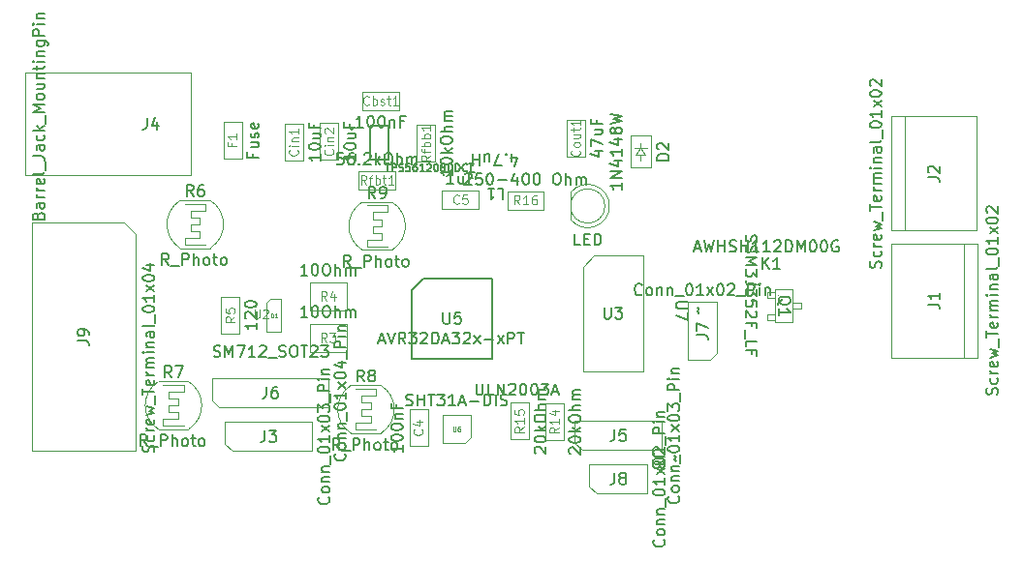
<source format=gbr>
%TF.GenerationSoftware,KiCad,Pcbnew,8.0.3*%
%TF.CreationDate,2024-10-20T16:03:45+03:00*%
%TF.ProjectId,SmartPot,536d6172-7450-46f7-942e-6b696361645f,rev?*%
%TF.SameCoordinates,Original*%
%TF.FileFunction,AssemblyDrawing,Top*%
%FSLAX46Y46*%
G04 Gerber Fmt 4.6, Leading zero omitted, Abs format (unit mm)*
G04 Created by KiCad (PCBNEW 8.0.3) date 2024-10-20 16:03:45*
%MOMM*%
%LPD*%
G01*
G04 APERTURE LIST*
%ADD10C,0.150000*%
%ADD11C,0.120000*%
%ADD12C,0.050000*%
%ADD13C,0.060000*%
%ADD14C,0.110000*%
%ADD15C,0.100000*%
%ADD16C,0.025400*%
%ADD17C,0.127000*%
%ADD18C,0.200000*%
G04 APERTURE END LIST*
D10*
X195054819Y-92571428D02*
X195054819Y-93142856D01*
X195054819Y-92857142D02*
X194054819Y-92857142D01*
X194054819Y-92857142D02*
X194197676Y-92952380D01*
X194197676Y-92952380D02*
X194292914Y-93047618D01*
X194292914Y-93047618D02*
X194340533Y-93142856D01*
X194054819Y-91952380D02*
X194054819Y-91857142D01*
X194054819Y-91857142D02*
X194102438Y-91761904D01*
X194102438Y-91761904D02*
X194150057Y-91714285D01*
X194150057Y-91714285D02*
X194245295Y-91666666D01*
X194245295Y-91666666D02*
X194435771Y-91619047D01*
X194435771Y-91619047D02*
X194673866Y-91619047D01*
X194673866Y-91619047D02*
X194864342Y-91666666D01*
X194864342Y-91666666D02*
X194959580Y-91714285D01*
X194959580Y-91714285D02*
X195007200Y-91761904D01*
X195007200Y-91761904D02*
X195054819Y-91857142D01*
X195054819Y-91857142D02*
X195054819Y-91952380D01*
X195054819Y-91952380D02*
X195007200Y-92047618D01*
X195007200Y-92047618D02*
X194959580Y-92095237D01*
X194959580Y-92095237D02*
X194864342Y-92142856D01*
X194864342Y-92142856D02*
X194673866Y-92190475D01*
X194673866Y-92190475D02*
X194435771Y-92190475D01*
X194435771Y-92190475D02*
X194245295Y-92142856D01*
X194245295Y-92142856D02*
X194150057Y-92095237D01*
X194150057Y-92095237D02*
X194102438Y-92047618D01*
X194102438Y-92047618D02*
X194054819Y-91952380D01*
X194388152Y-90761904D02*
X195054819Y-90761904D01*
X194388152Y-91190475D02*
X194911961Y-91190475D01*
X194911961Y-91190475D02*
X195007200Y-91142856D01*
X195007200Y-91142856D02*
X195054819Y-91047618D01*
X195054819Y-91047618D02*
X195054819Y-90904761D01*
X195054819Y-90904761D02*
X195007200Y-90809523D01*
X195007200Y-90809523D02*
X194959580Y-90761904D01*
X194531009Y-89952380D02*
X194531009Y-90285713D01*
X195054819Y-90285713D02*
X194054819Y-90285713D01*
X194054819Y-90285713D02*
X194054819Y-89809523D01*
D11*
X193037664Y-92185713D02*
X193075760Y-92223809D01*
X193075760Y-92223809D02*
X193113855Y-92338094D01*
X193113855Y-92338094D02*
X193113855Y-92414285D01*
X193113855Y-92414285D02*
X193075760Y-92528571D01*
X193075760Y-92528571D02*
X192999569Y-92604761D01*
X192999569Y-92604761D02*
X192923379Y-92642856D01*
X192923379Y-92642856D02*
X192770998Y-92680952D01*
X192770998Y-92680952D02*
X192656712Y-92680952D01*
X192656712Y-92680952D02*
X192504331Y-92642856D01*
X192504331Y-92642856D02*
X192428140Y-92604761D01*
X192428140Y-92604761D02*
X192351950Y-92528571D01*
X192351950Y-92528571D02*
X192313855Y-92414285D01*
X192313855Y-92414285D02*
X192313855Y-92338094D01*
X192313855Y-92338094D02*
X192351950Y-92223809D01*
X192351950Y-92223809D02*
X192390045Y-92185713D01*
X193113855Y-91842856D02*
X192580521Y-91842856D01*
X192313855Y-91842856D02*
X192351950Y-91880952D01*
X192351950Y-91880952D02*
X192390045Y-91842856D01*
X192390045Y-91842856D02*
X192351950Y-91804761D01*
X192351950Y-91804761D02*
X192313855Y-91842856D01*
X192313855Y-91842856D02*
X192390045Y-91842856D01*
X192580521Y-91461904D02*
X193113855Y-91461904D01*
X192656712Y-91461904D02*
X192618617Y-91423809D01*
X192618617Y-91423809D02*
X192580521Y-91347619D01*
X192580521Y-91347619D02*
X192580521Y-91233333D01*
X192580521Y-91233333D02*
X192618617Y-91157142D01*
X192618617Y-91157142D02*
X192694807Y-91119047D01*
X192694807Y-91119047D02*
X193113855Y-91119047D01*
X193113855Y-90319047D02*
X193113855Y-90776190D01*
X193113855Y-90547618D02*
X192313855Y-90547618D01*
X192313855Y-90547618D02*
X192428140Y-90623809D01*
X192428140Y-90623809D02*
X192504331Y-90699999D01*
X192504331Y-90699999D02*
X192542426Y-90776190D01*
D10*
X189151009Y-92492857D02*
X189151009Y-92826190D01*
X189674819Y-92826190D02*
X188674819Y-92826190D01*
X188674819Y-92826190D02*
X188674819Y-92350000D01*
X189008152Y-91540476D02*
X189674819Y-91540476D01*
X189008152Y-91969047D02*
X189531961Y-91969047D01*
X189531961Y-91969047D02*
X189627200Y-91921428D01*
X189627200Y-91921428D02*
X189674819Y-91826190D01*
X189674819Y-91826190D02*
X189674819Y-91683333D01*
X189674819Y-91683333D02*
X189627200Y-91588095D01*
X189627200Y-91588095D02*
X189579580Y-91540476D01*
X189627200Y-91111904D02*
X189674819Y-91016666D01*
X189674819Y-91016666D02*
X189674819Y-90826190D01*
X189674819Y-90826190D02*
X189627200Y-90730952D01*
X189627200Y-90730952D02*
X189531961Y-90683333D01*
X189531961Y-90683333D02*
X189484342Y-90683333D01*
X189484342Y-90683333D02*
X189389104Y-90730952D01*
X189389104Y-90730952D02*
X189341485Y-90826190D01*
X189341485Y-90826190D02*
X189341485Y-90969047D01*
X189341485Y-90969047D02*
X189293866Y-91064285D01*
X189293866Y-91064285D02*
X189198628Y-91111904D01*
X189198628Y-91111904D02*
X189151009Y-91111904D01*
X189151009Y-91111904D02*
X189055771Y-91064285D01*
X189055771Y-91064285D02*
X189008152Y-90969047D01*
X189008152Y-90969047D02*
X189008152Y-90826190D01*
X189008152Y-90826190D02*
X189055771Y-90730952D01*
X189627200Y-89873809D02*
X189674819Y-89969047D01*
X189674819Y-89969047D02*
X189674819Y-90159523D01*
X189674819Y-90159523D02*
X189627200Y-90254761D01*
X189627200Y-90254761D02*
X189531961Y-90302380D01*
X189531961Y-90302380D02*
X189151009Y-90302380D01*
X189151009Y-90302380D02*
X189055771Y-90254761D01*
X189055771Y-90254761D02*
X189008152Y-90159523D01*
X189008152Y-90159523D02*
X189008152Y-89969047D01*
X189008152Y-89969047D02*
X189055771Y-89873809D01*
X189055771Y-89873809D02*
X189151009Y-89826190D01*
X189151009Y-89826190D02*
X189246247Y-89826190D01*
X189246247Y-89826190D02*
X189341485Y-90302380D01*
D11*
X187344807Y-91616666D02*
X187344807Y-91883332D01*
X187763855Y-91883332D02*
X186963855Y-91883332D01*
X186963855Y-91883332D02*
X186963855Y-91502380D01*
X187763855Y-90778571D02*
X187763855Y-91235714D01*
X187763855Y-91007142D02*
X186963855Y-91007142D01*
X186963855Y-91007142D02*
X187078140Y-91083333D01*
X187078140Y-91083333D02*
X187154331Y-91159523D01*
X187154331Y-91159523D02*
X187192426Y-91235714D01*
D10*
X193929166Y-106824819D02*
X193357738Y-106824819D01*
X193643452Y-106824819D02*
X193643452Y-105824819D01*
X193643452Y-105824819D02*
X193548214Y-105967676D01*
X193548214Y-105967676D02*
X193452976Y-106062914D01*
X193452976Y-106062914D02*
X193357738Y-106110533D01*
X194548214Y-105824819D02*
X194643452Y-105824819D01*
X194643452Y-105824819D02*
X194738690Y-105872438D01*
X194738690Y-105872438D02*
X194786309Y-105920057D01*
X194786309Y-105920057D02*
X194833928Y-106015295D01*
X194833928Y-106015295D02*
X194881547Y-106205771D01*
X194881547Y-106205771D02*
X194881547Y-106443866D01*
X194881547Y-106443866D02*
X194833928Y-106634342D01*
X194833928Y-106634342D02*
X194786309Y-106729580D01*
X194786309Y-106729580D02*
X194738690Y-106777200D01*
X194738690Y-106777200D02*
X194643452Y-106824819D01*
X194643452Y-106824819D02*
X194548214Y-106824819D01*
X194548214Y-106824819D02*
X194452976Y-106777200D01*
X194452976Y-106777200D02*
X194405357Y-106729580D01*
X194405357Y-106729580D02*
X194357738Y-106634342D01*
X194357738Y-106634342D02*
X194310119Y-106443866D01*
X194310119Y-106443866D02*
X194310119Y-106205771D01*
X194310119Y-106205771D02*
X194357738Y-106015295D01*
X194357738Y-106015295D02*
X194405357Y-105920057D01*
X194405357Y-105920057D02*
X194452976Y-105872438D01*
X194452976Y-105872438D02*
X194548214Y-105824819D01*
X195500595Y-105824819D02*
X195691071Y-105824819D01*
X195691071Y-105824819D02*
X195786309Y-105872438D01*
X195786309Y-105872438D02*
X195881547Y-105967676D01*
X195881547Y-105967676D02*
X195929166Y-106158152D01*
X195929166Y-106158152D02*
X195929166Y-106491485D01*
X195929166Y-106491485D02*
X195881547Y-106681961D01*
X195881547Y-106681961D02*
X195786309Y-106777200D01*
X195786309Y-106777200D02*
X195691071Y-106824819D01*
X195691071Y-106824819D02*
X195500595Y-106824819D01*
X195500595Y-106824819D02*
X195405357Y-106777200D01*
X195405357Y-106777200D02*
X195310119Y-106681961D01*
X195310119Y-106681961D02*
X195262500Y-106491485D01*
X195262500Y-106491485D02*
X195262500Y-106158152D01*
X195262500Y-106158152D02*
X195310119Y-105967676D01*
X195310119Y-105967676D02*
X195405357Y-105872438D01*
X195405357Y-105872438D02*
X195500595Y-105824819D01*
X196357738Y-106824819D02*
X196357738Y-105824819D01*
X196786309Y-106824819D02*
X196786309Y-106301009D01*
X196786309Y-106301009D02*
X196738690Y-106205771D01*
X196738690Y-106205771D02*
X196643452Y-106158152D01*
X196643452Y-106158152D02*
X196500595Y-106158152D01*
X196500595Y-106158152D02*
X196405357Y-106205771D01*
X196405357Y-106205771D02*
X196357738Y-106253390D01*
X197262500Y-106824819D02*
X197262500Y-106158152D01*
X197262500Y-106253390D02*
X197310119Y-106205771D01*
X197310119Y-106205771D02*
X197405357Y-106158152D01*
X197405357Y-106158152D02*
X197548214Y-106158152D01*
X197548214Y-106158152D02*
X197643452Y-106205771D01*
X197643452Y-106205771D02*
X197691071Y-106301009D01*
X197691071Y-106301009D02*
X197691071Y-106824819D01*
X197691071Y-106301009D02*
X197738690Y-106205771D01*
X197738690Y-106205771D02*
X197833928Y-106158152D01*
X197833928Y-106158152D02*
X197976785Y-106158152D01*
X197976785Y-106158152D02*
X198072024Y-106205771D01*
X198072024Y-106205771D02*
X198119643Y-106301009D01*
X198119643Y-106301009D02*
X198119643Y-106824819D01*
D11*
X195629167Y-109013855D02*
X195362500Y-108632902D01*
X195172024Y-109013855D02*
X195172024Y-108213855D01*
X195172024Y-108213855D02*
X195476786Y-108213855D01*
X195476786Y-108213855D02*
X195552976Y-108251950D01*
X195552976Y-108251950D02*
X195591071Y-108290045D01*
X195591071Y-108290045D02*
X195629167Y-108366236D01*
X195629167Y-108366236D02*
X195629167Y-108480521D01*
X195629167Y-108480521D02*
X195591071Y-108556712D01*
X195591071Y-108556712D02*
X195552976Y-108594807D01*
X195552976Y-108594807D02*
X195476786Y-108632902D01*
X195476786Y-108632902D02*
X195172024Y-108632902D01*
X195895833Y-108213855D02*
X196391071Y-108213855D01*
X196391071Y-108213855D02*
X196124405Y-108518617D01*
X196124405Y-108518617D02*
X196238690Y-108518617D01*
X196238690Y-108518617D02*
X196314881Y-108556712D01*
X196314881Y-108556712D02*
X196352976Y-108594807D01*
X196352976Y-108594807D02*
X196391071Y-108670998D01*
X196391071Y-108670998D02*
X196391071Y-108861474D01*
X196391071Y-108861474D02*
X196352976Y-108937664D01*
X196352976Y-108937664D02*
X196314881Y-108975760D01*
X196314881Y-108975760D02*
X196238690Y-109013855D01*
X196238690Y-109013855D02*
X196010119Y-109013855D01*
X196010119Y-109013855D02*
X195933928Y-108975760D01*
X195933928Y-108975760D02*
X195895833Y-108937664D01*
D10*
X211799999Y-93211847D02*
X211799999Y-92545180D01*
X212038094Y-93592800D02*
X212276189Y-92878514D01*
X212276189Y-92878514D02*
X211657142Y-92878514D01*
X211276189Y-92640419D02*
X211228570Y-92592800D01*
X211228570Y-92592800D02*
X211276189Y-92545180D01*
X211276189Y-92545180D02*
X211323808Y-92592800D01*
X211323808Y-92592800D02*
X211276189Y-92640419D01*
X211276189Y-92640419D02*
X211276189Y-92545180D01*
X210895237Y-93545180D02*
X210228571Y-93545180D01*
X210228571Y-93545180D02*
X210657142Y-92545180D01*
X209419047Y-93211847D02*
X209419047Y-92545180D01*
X209847618Y-93211847D02*
X209847618Y-92688038D01*
X209847618Y-92688038D02*
X209799999Y-92592800D01*
X209799999Y-92592800D02*
X209704761Y-92545180D01*
X209704761Y-92545180D02*
X209561904Y-92545180D01*
X209561904Y-92545180D02*
X209466666Y-92592800D01*
X209466666Y-92592800D02*
X209419047Y-92640419D01*
X208942856Y-92545180D02*
X208942856Y-93545180D01*
X208942856Y-93068990D02*
X208371428Y-93068990D01*
X208371428Y-92545180D02*
X208371428Y-93545180D01*
X210566666Y-95545180D02*
X211042856Y-95545180D01*
X211042856Y-95545180D02*
X211042856Y-96545180D01*
X209709523Y-95545180D02*
X210280951Y-95545180D01*
X209995237Y-95545180D02*
X209995237Y-96545180D01*
X209995237Y-96545180D02*
X210090475Y-96402323D01*
X210090475Y-96402323D02*
X210185713Y-96307085D01*
X210185713Y-96307085D02*
X210280951Y-96259466D01*
X213870057Y-118734523D02*
X213822438Y-118686904D01*
X213822438Y-118686904D02*
X213774819Y-118591666D01*
X213774819Y-118591666D02*
X213774819Y-118353571D01*
X213774819Y-118353571D02*
X213822438Y-118258333D01*
X213822438Y-118258333D02*
X213870057Y-118210714D01*
X213870057Y-118210714D02*
X213965295Y-118163095D01*
X213965295Y-118163095D02*
X214060533Y-118163095D01*
X214060533Y-118163095D02*
X214203390Y-118210714D01*
X214203390Y-118210714D02*
X214774819Y-118782142D01*
X214774819Y-118782142D02*
X214774819Y-118163095D01*
X213774819Y-117544047D02*
X213774819Y-117448809D01*
X213774819Y-117448809D02*
X213822438Y-117353571D01*
X213822438Y-117353571D02*
X213870057Y-117305952D01*
X213870057Y-117305952D02*
X213965295Y-117258333D01*
X213965295Y-117258333D02*
X214155771Y-117210714D01*
X214155771Y-117210714D02*
X214393866Y-117210714D01*
X214393866Y-117210714D02*
X214584342Y-117258333D01*
X214584342Y-117258333D02*
X214679580Y-117305952D01*
X214679580Y-117305952D02*
X214727200Y-117353571D01*
X214727200Y-117353571D02*
X214774819Y-117448809D01*
X214774819Y-117448809D02*
X214774819Y-117544047D01*
X214774819Y-117544047D02*
X214727200Y-117639285D01*
X214727200Y-117639285D02*
X214679580Y-117686904D01*
X214679580Y-117686904D02*
X214584342Y-117734523D01*
X214584342Y-117734523D02*
X214393866Y-117782142D01*
X214393866Y-117782142D02*
X214155771Y-117782142D01*
X214155771Y-117782142D02*
X213965295Y-117734523D01*
X213965295Y-117734523D02*
X213870057Y-117686904D01*
X213870057Y-117686904D02*
X213822438Y-117639285D01*
X213822438Y-117639285D02*
X213774819Y-117544047D01*
X214774819Y-116782142D02*
X213774819Y-116782142D01*
X214393866Y-116686904D02*
X214774819Y-116401190D01*
X214108152Y-116401190D02*
X214489104Y-116782142D01*
X213774819Y-115782142D02*
X213774819Y-115591666D01*
X213774819Y-115591666D02*
X213822438Y-115496428D01*
X213822438Y-115496428D02*
X213917676Y-115401190D01*
X213917676Y-115401190D02*
X214108152Y-115353571D01*
X214108152Y-115353571D02*
X214441485Y-115353571D01*
X214441485Y-115353571D02*
X214631961Y-115401190D01*
X214631961Y-115401190D02*
X214727200Y-115496428D01*
X214727200Y-115496428D02*
X214774819Y-115591666D01*
X214774819Y-115591666D02*
X214774819Y-115782142D01*
X214774819Y-115782142D02*
X214727200Y-115877380D01*
X214727200Y-115877380D02*
X214631961Y-115972618D01*
X214631961Y-115972618D02*
X214441485Y-116020237D01*
X214441485Y-116020237D02*
X214108152Y-116020237D01*
X214108152Y-116020237D02*
X213917676Y-115972618D01*
X213917676Y-115972618D02*
X213822438Y-115877380D01*
X213822438Y-115877380D02*
X213774819Y-115782142D01*
X214774819Y-114924999D02*
X213774819Y-114924999D01*
X214774819Y-114496428D02*
X214251009Y-114496428D01*
X214251009Y-114496428D02*
X214155771Y-114544047D01*
X214155771Y-114544047D02*
X214108152Y-114639285D01*
X214108152Y-114639285D02*
X214108152Y-114782142D01*
X214108152Y-114782142D02*
X214155771Y-114877380D01*
X214155771Y-114877380D02*
X214203390Y-114924999D01*
X214774819Y-114020237D02*
X214108152Y-114020237D01*
X214203390Y-114020237D02*
X214155771Y-113972618D01*
X214155771Y-113972618D02*
X214108152Y-113877380D01*
X214108152Y-113877380D02*
X214108152Y-113734523D01*
X214108152Y-113734523D02*
X214155771Y-113639285D01*
X214155771Y-113639285D02*
X214251009Y-113591666D01*
X214251009Y-113591666D02*
X214774819Y-113591666D01*
X214251009Y-113591666D02*
X214155771Y-113544047D01*
X214155771Y-113544047D02*
X214108152Y-113448809D01*
X214108152Y-113448809D02*
X214108152Y-113305952D01*
X214108152Y-113305952D02*
X214155771Y-113210713D01*
X214155771Y-113210713D02*
X214251009Y-113163094D01*
X214251009Y-113163094D02*
X214774819Y-113163094D01*
D11*
X212863855Y-116439285D02*
X212482902Y-116705952D01*
X212863855Y-116896428D02*
X212063855Y-116896428D01*
X212063855Y-116896428D02*
X212063855Y-116591666D01*
X212063855Y-116591666D02*
X212101950Y-116515476D01*
X212101950Y-116515476D02*
X212140045Y-116477381D01*
X212140045Y-116477381D02*
X212216236Y-116439285D01*
X212216236Y-116439285D02*
X212330521Y-116439285D01*
X212330521Y-116439285D02*
X212406712Y-116477381D01*
X212406712Y-116477381D02*
X212444807Y-116515476D01*
X212444807Y-116515476D02*
X212482902Y-116591666D01*
X212482902Y-116591666D02*
X212482902Y-116896428D01*
X212863855Y-115677381D02*
X212863855Y-116134524D01*
X212863855Y-115905952D02*
X212063855Y-115905952D01*
X212063855Y-115905952D02*
X212178140Y-115982143D01*
X212178140Y-115982143D02*
X212254331Y-116058333D01*
X212254331Y-116058333D02*
X212292426Y-116134524D01*
X212063855Y-114953571D02*
X212063855Y-115334523D01*
X212063855Y-115334523D02*
X212444807Y-115372619D01*
X212444807Y-115372619D02*
X212406712Y-115334523D01*
X212406712Y-115334523D02*
X212368617Y-115258333D01*
X212368617Y-115258333D02*
X212368617Y-115067857D01*
X212368617Y-115067857D02*
X212406712Y-114991666D01*
X212406712Y-114991666D02*
X212444807Y-114953571D01*
X212444807Y-114953571D02*
X212520998Y-114915476D01*
X212520998Y-114915476D02*
X212711474Y-114915476D01*
X212711474Y-114915476D02*
X212787664Y-114953571D01*
X212787664Y-114953571D02*
X212825760Y-114991666D01*
X212825760Y-114991666D02*
X212863855Y-115067857D01*
X212863855Y-115067857D02*
X212863855Y-115258333D01*
X212863855Y-115258333D02*
X212825760Y-115334523D01*
X212825760Y-115334523D02*
X212787664Y-115372619D01*
D10*
X179915713Y-118104819D02*
X179582380Y-117628628D01*
X179344285Y-118104819D02*
X179344285Y-117104819D01*
X179344285Y-117104819D02*
X179725237Y-117104819D01*
X179725237Y-117104819D02*
X179820475Y-117152438D01*
X179820475Y-117152438D02*
X179868094Y-117200057D01*
X179868094Y-117200057D02*
X179915713Y-117295295D01*
X179915713Y-117295295D02*
X179915713Y-117438152D01*
X179915713Y-117438152D02*
X179868094Y-117533390D01*
X179868094Y-117533390D02*
X179820475Y-117581009D01*
X179820475Y-117581009D02*
X179725237Y-117628628D01*
X179725237Y-117628628D02*
X179344285Y-117628628D01*
X180106190Y-118200057D02*
X180868094Y-118200057D01*
X181106190Y-118104819D02*
X181106190Y-117104819D01*
X181106190Y-117104819D02*
X181487142Y-117104819D01*
X181487142Y-117104819D02*
X181582380Y-117152438D01*
X181582380Y-117152438D02*
X181629999Y-117200057D01*
X181629999Y-117200057D02*
X181677618Y-117295295D01*
X181677618Y-117295295D02*
X181677618Y-117438152D01*
X181677618Y-117438152D02*
X181629999Y-117533390D01*
X181629999Y-117533390D02*
X181582380Y-117581009D01*
X181582380Y-117581009D02*
X181487142Y-117628628D01*
X181487142Y-117628628D02*
X181106190Y-117628628D01*
X182106190Y-118104819D02*
X182106190Y-117104819D01*
X182534761Y-118104819D02*
X182534761Y-117581009D01*
X182534761Y-117581009D02*
X182487142Y-117485771D01*
X182487142Y-117485771D02*
X182391904Y-117438152D01*
X182391904Y-117438152D02*
X182249047Y-117438152D01*
X182249047Y-117438152D02*
X182153809Y-117485771D01*
X182153809Y-117485771D02*
X182106190Y-117533390D01*
X183153809Y-118104819D02*
X183058571Y-118057200D01*
X183058571Y-118057200D02*
X183010952Y-118009580D01*
X183010952Y-118009580D02*
X182963333Y-117914342D01*
X182963333Y-117914342D02*
X182963333Y-117628628D01*
X182963333Y-117628628D02*
X183010952Y-117533390D01*
X183010952Y-117533390D02*
X183058571Y-117485771D01*
X183058571Y-117485771D02*
X183153809Y-117438152D01*
X183153809Y-117438152D02*
X183296666Y-117438152D01*
X183296666Y-117438152D02*
X183391904Y-117485771D01*
X183391904Y-117485771D02*
X183439523Y-117533390D01*
X183439523Y-117533390D02*
X183487142Y-117628628D01*
X183487142Y-117628628D02*
X183487142Y-117914342D01*
X183487142Y-117914342D02*
X183439523Y-118009580D01*
X183439523Y-118009580D02*
X183391904Y-118057200D01*
X183391904Y-118057200D02*
X183296666Y-118104819D01*
X183296666Y-118104819D02*
X183153809Y-118104819D01*
X183772857Y-117438152D02*
X184153809Y-117438152D01*
X183915714Y-117104819D02*
X183915714Y-117961961D01*
X183915714Y-117961961D02*
X183963333Y-118057200D01*
X183963333Y-118057200D02*
X184058571Y-118104819D01*
X184058571Y-118104819D02*
X184153809Y-118104819D01*
X184630000Y-118104819D02*
X184534762Y-118057200D01*
X184534762Y-118057200D02*
X184487143Y-118009580D01*
X184487143Y-118009580D02*
X184439524Y-117914342D01*
X184439524Y-117914342D02*
X184439524Y-117628628D01*
X184439524Y-117628628D02*
X184487143Y-117533390D01*
X184487143Y-117533390D02*
X184534762Y-117485771D01*
X184534762Y-117485771D02*
X184630000Y-117438152D01*
X184630000Y-117438152D02*
X184772857Y-117438152D01*
X184772857Y-117438152D02*
X184868095Y-117485771D01*
X184868095Y-117485771D02*
X184915714Y-117533390D01*
X184915714Y-117533390D02*
X184963333Y-117628628D01*
X184963333Y-117628628D02*
X184963333Y-117914342D01*
X184963333Y-117914342D02*
X184915714Y-118009580D01*
X184915714Y-118009580D02*
X184868095Y-118057200D01*
X184868095Y-118057200D02*
X184772857Y-118104819D01*
X184772857Y-118104819D02*
X184630000Y-118104819D01*
X182063333Y-112104819D02*
X181730000Y-111628628D01*
X181491905Y-112104819D02*
X181491905Y-111104819D01*
X181491905Y-111104819D02*
X181872857Y-111104819D01*
X181872857Y-111104819D02*
X181968095Y-111152438D01*
X181968095Y-111152438D02*
X182015714Y-111200057D01*
X182015714Y-111200057D02*
X182063333Y-111295295D01*
X182063333Y-111295295D02*
X182063333Y-111438152D01*
X182063333Y-111438152D02*
X182015714Y-111533390D01*
X182015714Y-111533390D02*
X181968095Y-111581009D01*
X181968095Y-111581009D02*
X181872857Y-111628628D01*
X181872857Y-111628628D02*
X181491905Y-111628628D01*
X182396667Y-111104819D02*
X183063333Y-111104819D01*
X183063333Y-111104819D02*
X182634762Y-112104819D01*
X232280300Y-99638095D02*
X232232680Y-99780952D01*
X232232680Y-99780952D02*
X232232680Y-100019047D01*
X232232680Y-100019047D02*
X232280300Y-100114285D01*
X232280300Y-100114285D02*
X232327919Y-100161904D01*
X232327919Y-100161904D02*
X232423157Y-100209523D01*
X232423157Y-100209523D02*
X232518395Y-100209523D01*
X232518395Y-100209523D02*
X232613633Y-100161904D01*
X232613633Y-100161904D02*
X232661252Y-100114285D01*
X232661252Y-100114285D02*
X232708871Y-100019047D01*
X232708871Y-100019047D02*
X232756490Y-99828571D01*
X232756490Y-99828571D02*
X232804109Y-99733333D01*
X232804109Y-99733333D02*
X232851728Y-99685714D01*
X232851728Y-99685714D02*
X232946966Y-99638095D01*
X232946966Y-99638095D02*
X233042204Y-99638095D01*
X233042204Y-99638095D02*
X233137442Y-99685714D01*
X233137442Y-99685714D02*
X233185061Y-99733333D01*
X233185061Y-99733333D02*
X233232680Y-99828571D01*
X233232680Y-99828571D02*
X233232680Y-100066666D01*
X233232680Y-100066666D02*
X233185061Y-100209523D01*
X232280300Y-100590476D02*
X232232680Y-100733333D01*
X232232680Y-100733333D02*
X232232680Y-100971428D01*
X232232680Y-100971428D02*
X232280300Y-101066666D01*
X232280300Y-101066666D02*
X232327919Y-101114285D01*
X232327919Y-101114285D02*
X232423157Y-101161904D01*
X232423157Y-101161904D02*
X232518395Y-101161904D01*
X232518395Y-101161904D02*
X232613633Y-101114285D01*
X232613633Y-101114285D02*
X232661252Y-101066666D01*
X232661252Y-101066666D02*
X232708871Y-100971428D01*
X232708871Y-100971428D02*
X232756490Y-100780952D01*
X232756490Y-100780952D02*
X232804109Y-100685714D01*
X232804109Y-100685714D02*
X232851728Y-100638095D01*
X232851728Y-100638095D02*
X232946966Y-100590476D01*
X232946966Y-100590476D02*
X233042204Y-100590476D01*
X233042204Y-100590476D02*
X233137442Y-100638095D01*
X233137442Y-100638095D02*
X233185061Y-100685714D01*
X233185061Y-100685714D02*
X233232680Y-100780952D01*
X233232680Y-100780952D02*
X233232680Y-101019047D01*
X233232680Y-101019047D02*
X233185061Y-101161904D01*
X232232680Y-101590476D02*
X233232680Y-101590476D01*
X233232680Y-101590476D02*
X232518395Y-101923809D01*
X232518395Y-101923809D02*
X233232680Y-102257142D01*
X233232680Y-102257142D02*
X232232680Y-102257142D01*
X233232680Y-102638095D02*
X233232680Y-103257142D01*
X233232680Y-103257142D02*
X232851728Y-102923809D01*
X232851728Y-102923809D02*
X232851728Y-103066666D01*
X232851728Y-103066666D02*
X232804109Y-103161904D01*
X232804109Y-103161904D02*
X232756490Y-103209523D01*
X232756490Y-103209523D02*
X232661252Y-103257142D01*
X232661252Y-103257142D02*
X232423157Y-103257142D01*
X232423157Y-103257142D02*
X232327919Y-103209523D01*
X232327919Y-103209523D02*
X232280300Y-103161904D01*
X232280300Y-103161904D02*
X232232680Y-103066666D01*
X232232680Y-103066666D02*
X232232680Y-102780952D01*
X232232680Y-102780952D02*
X232280300Y-102685714D01*
X232280300Y-102685714D02*
X232327919Y-102638095D01*
X233232680Y-103971428D02*
X232518395Y-103971428D01*
X232518395Y-103971428D02*
X232375538Y-103923809D01*
X232375538Y-103923809D02*
X232280300Y-103828571D01*
X232280300Y-103828571D02*
X232232680Y-103685714D01*
X232232680Y-103685714D02*
X232232680Y-103590476D01*
X233232680Y-104352381D02*
X233232680Y-104971428D01*
X233232680Y-104971428D02*
X232851728Y-104638095D01*
X232851728Y-104638095D02*
X232851728Y-104780952D01*
X232851728Y-104780952D02*
X232804109Y-104876190D01*
X232804109Y-104876190D02*
X232756490Y-104923809D01*
X232756490Y-104923809D02*
X232661252Y-104971428D01*
X232661252Y-104971428D02*
X232423157Y-104971428D01*
X232423157Y-104971428D02*
X232327919Y-104923809D01*
X232327919Y-104923809D02*
X232280300Y-104876190D01*
X232280300Y-104876190D02*
X232232680Y-104780952D01*
X232232680Y-104780952D02*
X232232680Y-104495238D01*
X232232680Y-104495238D02*
X232280300Y-104400000D01*
X232280300Y-104400000D02*
X232327919Y-104352381D01*
X233232680Y-105876190D02*
X233232680Y-105400000D01*
X233232680Y-105400000D02*
X232756490Y-105352381D01*
X232756490Y-105352381D02*
X232804109Y-105400000D01*
X232804109Y-105400000D02*
X232851728Y-105495238D01*
X232851728Y-105495238D02*
X232851728Y-105733333D01*
X232851728Y-105733333D02*
X232804109Y-105828571D01*
X232804109Y-105828571D02*
X232756490Y-105876190D01*
X232756490Y-105876190D02*
X232661252Y-105923809D01*
X232661252Y-105923809D02*
X232423157Y-105923809D01*
X232423157Y-105923809D02*
X232327919Y-105876190D01*
X232327919Y-105876190D02*
X232280300Y-105828571D01*
X232280300Y-105828571D02*
X232232680Y-105733333D01*
X232232680Y-105733333D02*
X232232680Y-105495238D01*
X232232680Y-105495238D02*
X232280300Y-105400000D01*
X232280300Y-105400000D02*
X232327919Y-105352381D01*
X233137442Y-106304762D02*
X233185061Y-106352381D01*
X233185061Y-106352381D02*
X233232680Y-106447619D01*
X233232680Y-106447619D02*
X233232680Y-106685714D01*
X233232680Y-106685714D02*
X233185061Y-106780952D01*
X233185061Y-106780952D02*
X233137442Y-106828571D01*
X233137442Y-106828571D02*
X233042204Y-106876190D01*
X233042204Y-106876190D02*
X232946966Y-106876190D01*
X232946966Y-106876190D02*
X232804109Y-106828571D01*
X232804109Y-106828571D02*
X232232680Y-106257143D01*
X232232680Y-106257143D02*
X232232680Y-106876190D01*
X232756490Y-107638095D02*
X232756490Y-107304762D01*
X232232680Y-107304762D02*
X233232680Y-107304762D01*
X233232680Y-107304762D02*
X233232680Y-107780952D01*
X232137442Y-107923810D02*
X232137442Y-108685714D01*
X232232680Y-109400000D02*
X232232680Y-108923810D01*
X232232680Y-108923810D02*
X233232680Y-108923810D01*
X232756490Y-110066667D02*
X232756490Y-109733334D01*
X232232680Y-109733334D02*
X233232680Y-109733334D01*
X233232680Y-109733334D02*
X233232680Y-110209524D01*
X235037442Y-105754761D02*
X235085061Y-105659523D01*
X235085061Y-105659523D02*
X235180300Y-105564285D01*
X235180300Y-105564285D02*
X235323157Y-105421428D01*
X235323157Y-105421428D02*
X235370776Y-105326190D01*
X235370776Y-105326190D02*
X235370776Y-105230952D01*
X235132680Y-105278571D02*
X235180300Y-105183333D01*
X235180300Y-105183333D02*
X235275538Y-105088095D01*
X235275538Y-105088095D02*
X235466014Y-105040476D01*
X235466014Y-105040476D02*
X235799347Y-105040476D01*
X235799347Y-105040476D02*
X235989823Y-105088095D01*
X235989823Y-105088095D02*
X236085061Y-105183333D01*
X236085061Y-105183333D02*
X236132680Y-105278571D01*
X236132680Y-105278571D02*
X236132680Y-105469047D01*
X236132680Y-105469047D02*
X236085061Y-105564285D01*
X236085061Y-105564285D02*
X235989823Y-105659523D01*
X235989823Y-105659523D02*
X235799347Y-105707142D01*
X235799347Y-105707142D02*
X235466014Y-105707142D01*
X235466014Y-105707142D02*
X235275538Y-105659523D01*
X235275538Y-105659523D02*
X235180300Y-105564285D01*
X235180300Y-105564285D02*
X235132680Y-105469047D01*
X235132680Y-105469047D02*
X235132680Y-105278571D01*
X235132680Y-106659523D02*
X235132680Y-106088095D01*
X235132680Y-106373809D02*
X236132680Y-106373809D01*
X236132680Y-106373809D02*
X235989823Y-106278571D01*
X235989823Y-106278571D02*
X235894585Y-106183333D01*
X235894585Y-106183333D02*
X235846966Y-106088095D01*
X197037500Y-92484819D02*
X196561310Y-92484819D01*
X196561310Y-92484819D02*
X196513691Y-92961009D01*
X196513691Y-92961009D02*
X196561310Y-92913390D01*
X196561310Y-92913390D02*
X196656548Y-92865771D01*
X196656548Y-92865771D02*
X196894643Y-92865771D01*
X196894643Y-92865771D02*
X196989881Y-92913390D01*
X196989881Y-92913390D02*
X197037500Y-92961009D01*
X197037500Y-92961009D02*
X197085119Y-93056247D01*
X197085119Y-93056247D02*
X197085119Y-93294342D01*
X197085119Y-93294342D02*
X197037500Y-93389580D01*
X197037500Y-93389580D02*
X196989881Y-93437200D01*
X196989881Y-93437200D02*
X196894643Y-93484819D01*
X196894643Y-93484819D02*
X196656548Y-93484819D01*
X196656548Y-93484819D02*
X196561310Y-93437200D01*
X196561310Y-93437200D02*
X196513691Y-93389580D01*
X197942262Y-92484819D02*
X197751786Y-92484819D01*
X197751786Y-92484819D02*
X197656548Y-92532438D01*
X197656548Y-92532438D02*
X197608929Y-92580057D01*
X197608929Y-92580057D02*
X197513691Y-92722914D01*
X197513691Y-92722914D02*
X197466072Y-92913390D01*
X197466072Y-92913390D02*
X197466072Y-93294342D01*
X197466072Y-93294342D02*
X197513691Y-93389580D01*
X197513691Y-93389580D02*
X197561310Y-93437200D01*
X197561310Y-93437200D02*
X197656548Y-93484819D01*
X197656548Y-93484819D02*
X197847024Y-93484819D01*
X197847024Y-93484819D02*
X197942262Y-93437200D01*
X197942262Y-93437200D02*
X197989881Y-93389580D01*
X197989881Y-93389580D02*
X198037500Y-93294342D01*
X198037500Y-93294342D02*
X198037500Y-93056247D01*
X198037500Y-93056247D02*
X197989881Y-92961009D01*
X197989881Y-92961009D02*
X197942262Y-92913390D01*
X197942262Y-92913390D02*
X197847024Y-92865771D01*
X197847024Y-92865771D02*
X197656548Y-92865771D01*
X197656548Y-92865771D02*
X197561310Y-92913390D01*
X197561310Y-92913390D02*
X197513691Y-92961009D01*
X197513691Y-92961009D02*
X197466072Y-93056247D01*
X198466072Y-93389580D02*
X198513691Y-93437200D01*
X198513691Y-93437200D02*
X198466072Y-93484819D01*
X198466072Y-93484819D02*
X198418453Y-93437200D01*
X198418453Y-93437200D02*
X198466072Y-93389580D01*
X198466072Y-93389580D02*
X198466072Y-93484819D01*
X198894643Y-92580057D02*
X198942262Y-92532438D01*
X198942262Y-92532438D02*
X199037500Y-92484819D01*
X199037500Y-92484819D02*
X199275595Y-92484819D01*
X199275595Y-92484819D02*
X199370833Y-92532438D01*
X199370833Y-92532438D02*
X199418452Y-92580057D01*
X199418452Y-92580057D02*
X199466071Y-92675295D01*
X199466071Y-92675295D02*
X199466071Y-92770533D01*
X199466071Y-92770533D02*
X199418452Y-92913390D01*
X199418452Y-92913390D02*
X198847024Y-93484819D01*
X198847024Y-93484819D02*
X199466071Y-93484819D01*
X199894643Y-93484819D02*
X199894643Y-92484819D01*
X199989881Y-93103866D02*
X200275595Y-93484819D01*
X200275595Y-92818152D02*
X199894643Y-93199104D01*
X200894643Y-92484819D02*
X201085119Y-92484819D01*
X201085119Y-92484819D02*
X201180357Y-92532438D01*
X201180357Y-92532438D02*
X201275595Y-92627676D01*
X201275595Y-92627676D02*
X201323214Y-92818152D01*
X201323214Y-92818152D02*
X201323214Y-93151485D01*
X201323214Y-93151485D02*
X201275595Y-93341961D01*
X201275595Y-93341961D02*
X201180357Y-93437200D01*
X201180357Y-93437200D02*
X201085119Y-93484819D01*
X201085119Y-93484819D02*
X200894643Y-93484819D01*
X200894643Y-93484819D02*
X200799405Y-93437200D01*
X200799405Y-93437200D02*
X200704167Y-93341961D01*
X200704167Y-93341961D02*
X200656548Y-93151485D01*
X200656548Y-93151485D02*
X200656548Y-92818152D01*
X200656548Y-92818152D02*
X200704167Y-92627676D01*
X200704167Y-92627676D02*
X200799405Y-92532438D01*
X200799405Y-92532438D02*
X200894643Y-92484819D01*
X201751786Y-93484819D02*
X201751786Y-92484819D01*
X202180357Y-93484819D02*
X202180357Y-92961009D01*
X202180357Y-92961009D02*
X202132738Y-92865771D01*
X202132738Y-92865771D02*
X202037500Y-92818152D01*
X202037500Y-92818152D02*
X201894643Y-92818152D01*
X201894643Y-92818152D02*
X201799405Y-92865771D01*
X201799405Y-92865771D02*
X201751786Y-92913390D01*
X202656548Y-93484819D02*
X202656548Y-92818152D01*
X202656548Y-92913390D02*
X202704167Y-92865771D01*
X202704167Y-92865771D02*
X202799405Y-92818152D01*
X202799405Y-92818152D02*
X202942262Y-92818152D01*
X202942262Y-92818152D02*
X203037500Y-92865771D01*
X203037500Y-92865771D02*
X203085119Y-92961009D01*
X203085119Y-92961009D02*
X203085119Y-93484819D01*
X203085119Y-92961009D02*
X203132738Y-92865771D01*
X203132738Y-92865771D02*
X203227976Y-92818152D01*
X203227976Y-92818152D02*
X203370833Y-92818152D01*
X203370833Y-92818152D02*
X203466072Y-92865771D01*
X203466072Y-92865771D02*
X203513691Y-92961009D01*
X203513691Y-92961009D02*
X203513691Y-93484819D01*
D11*
X199085119Y-95213855D02*
X198818452Y-94832902D01*
X198627976Y-95213855D02*
X198627976Y-94413855D01*
X198627976Y-94413855D02*
X198932738Y-94413855D01*
X198932738Y-94413855D02*
X199008928Y-94451950D01*
X199008928Y-94451950D02*
X199047023Y-94490045D01*
X199047023Y-94490045D02*
X199085119Y-94566236D01*
X199085119Y-94566236D02*
X199085119Y-94680521D01*
X199085119Y-94680521D02*
X199047023Y-94756712D01*
X199047023Y-94756712D02*
X199008928Y-94794807D01*
X199008928Y-94794807D02*
X198932738Y-94832902D01*
X198932738Y-94832902D02*
X198627976Y-94832902D01*
X199313690Y-94680521D02*
X199618452Y-94680521D01*
X199427976Y-95213855D02*
X199427976Y-94528140D01*
X199427976Y-94528140D02*
X199466071Y-94451950D01*
X199466071Y-94451950D02*
X199542261Y-94413855D01*
X199542261Y-94413855D02*
X199618452Y-94413855D01*
X199885119Y-95213855D02*
X199885119Y-94413855D01*
X199885119Y-94718617D02*
X199961309Y-94680521D01*
X199961309Y-94680521D02*
X200113690Y-94680521D01*
X200113690Y-94680521D02*
X200189881Y-94718617D01*
X200189881Y-94718617D02*
X200227976Y-94756712D01*
X200227976Y-94756712D02*
X200266071Y-94832902D01*
X200266071Y-94832902D02*
X200266071Y-95061474D01*
X200266071Y-95061474D02*
X200227976Y-95137664D01*
X200227976Y-95137664D02*
X200189881Y-95175760D01*
X200189881Y-95175760D02*
X200113690Y-95213855D01*
X200113690Y-95213855D02*
X199961309Y-95213855D01*
X199961309Y-95213855D02*
X199885119Y-95175760D01*
X200494643Y-94680521D02*
X200799405Y-94680521D01*
X200608929Y-94413855D02*
X200608929Y-95099569D01*
X200608929Y-95099569D02*
X200647024Y-95175760D01*
X200647024Y-95175760D02*
X200723214Y-95213855D01*
X200723214Y-95213855D02*
X200799405Y-95213855D01*
X201485119Y-95213855D02*
X201027976Y-95213855D01*
X201256548Y-95213855D02*
X201256548Y-94413855D01*
X201256548Y-94413855D02*
X201180357Y-94528140D01*
X201180357Y-94528140D02*
X201104167Y-94604331D01*
X201104167Y-94604331D02*
X201027976Y-94642426D01*
D10*
X206704761Y-95154819D02*
X206133333Y-95154819D01*
X206419047Y-95154819D02*
X206419047Y-94154819D01*
X206419047Y-94154819D02*
X206323809Y-94297676D01*
X206323809Y-94297676D02*
X206228571Y-94392914D01*
X206228571Y-94392914D02*
X206133333Y-94440533D01*
X207561904Y-94488152D02*
X207561904Y-95154819D01*
X207133333Y-94488152D02*
X207133333Y-95011961D01*
X207133333Y-95011961D02*
X207180952Y-95107200D01*
X207180952Y-95107200D02*
X207276190Y-95154819D01*
X207276190Y-95154819D02*
X207419047Y-95154819D01*
X207419047Y-95154819D02*
X207514285Y-95107200D01*
X207514285Y-95107200D02*
X207561904Y-95059580D01*
X208371428Y-94631009D02*
X208038095Y-94631009D01*
X208038095Y-95154819D02*
X208038095Y-94154819D01*
X208038095Y-94154819D02*
X208514285Y-94154819D01*
D11*
X207166667Y-96837664D02*
X207128571Y-96875760D01*
X207128571Y-96875760D02*
X207014286Y-96913855D01*
X207014286Y-96913855D02*
X206938095Y-96913855D01*
X206938095Y-96913855D02*
X206823809Y-96875760D01*
X206823809Y-96875760D02*
X206747619Y-96799569D01*
X206747619Y-96799569D02*
X206709524Y-96723379D01*
X206709524Y-96723379D02*
X206671428Y-96570998D01*
X206671428Y-96570998D02*
X206671428Y-96456712D01*
X206671428Y-96456712D02*
X206709524Y-96304331D01*
X206709524Y-96304331D02*
X206747619Y-96228140D01*
X206747619Y-96228140D02*
X206823809Y-96151950D01*
X206823809Y-96151950D02*
X206938095Y-96113855D01*
X206938095Y-96113855D02*
X207014286Y-96113855D01*
X207014286Y-96113855D02*
X207128571Y-96151950D01*
X207128571Y-96151950D02*
X207166667Y-96190045D01*
X207890476Y-96113855D02*
X207509524Y-96113855D01*
X207509524Y-96113855D02*
X207471428Y-96494807D01*
X207471428Y-96494807D02*
X207509524Y-96456712D01*
X207509524Y-96456712D02*
X207585714Y-96418617D01*
X207585714Y-96418617D02*
X207776190Y-96418617D01*
X207776190Y-96418617D02*
X207852381Y-96456712D01*
X207852381Y-96456712D02*
X207890476Y-96494807D01*
X207890476Y-96494807D02*
X207928571Y-96570998D01*
X207928571Y-96570998D02*
X207928571Y-96761474D01*
X207928571Y-96761474D02*
X207890476Y-96837664D01*
X207890476Y-96837664D02*
X207852381Y-96875760D01*
X207852381Y-96875760D02*
X207776190Y-96913855D01*
X207776190Y-96913855D02*
X207585714Y-96913855D01*
X207585714Y-96913855D02*
X207509524Y-96875760D01*
X207509524Y-96875760D02*
X207471428Y-96837664D01*
D10*
X197715713Y-102404819D02*
X197382380Y-101928628D01*
X197144285Y-102404819D02*
X197144285Y-101404819D01*
X197144285Y-101404819D02*
X197525237Y-101404819D01*
X197525237Y-101404819D02*
X197620475Y-101452438D01*
X197620475Y-101452438D02*
X197668094Y-101500057D01*
X197668094Y-101500057D02*
X197715713Y-101595295D01*
X197715713Y-101595295D02*
X197715713Y-101738152D01*
X197715713Y-101738152D02*
X197668094Y-101833390D01*
X197668094Y-101833390D02*
X197620475Y-101881009D01*
X197620475Y-101881009D02*
X197525237Y-101928628D01*
X197525237Y-101928628D02*
X197144285Y-101928628D01*
X197906190Y-102500057D02*
X198668094Y-102500057D01*
X198906190Y-102404819D02*
X198906190Y-101404819D01*
X198906190Y-101404819D02*
X199287142Y-101404819D01*
X199287142Y-101404819D02*
X199382380Y-101452438D01*
X199382380Y-101452438D02*
X199429999Y-101500057D01*
X199429999Y-101500057D02*
X199477618Y-101595295D01*
X199477618Y-101595295D02*
X199477618Y-101738152D01*
X199477618Y-101738152D02*
X199429999Y-101833390D01*
X199429999Y-101833390D02*
X199382380Y-101881009D01*
X199382380Y-101881009D02*
X199287142Y-101928628D01*
X199287142Y-101928628D02*
X198906190Y-101928628D01*
X199906190Y-102404819D02*
X199906190Y-101404819D01*
X200334761Y-102404819D02*
X200334761Y-101881009D01*
X200334761Y-101881009D02*
X200287142Y-101785771D01*
X200287142Y-101785771D02*
X200191904Y-101738152D01*
X200191904Y-101738152D02*
X200049047Y-101738152D01*
X200049047Y-101738152D02*
X199953809Y-101785771D01*
X199953809Y-101785771D02*
X199906190Y-101833390D01*
X200953809Y-102404819D02*
X200858571Y-102357200D01*
X200858571Y-102357200D02*
X200810952Y-102309580D01*
X200810952Y-102309580D02*
X200763333Y-102214342D01*
X200763333Y-102214342D02*
X200763333Y-101928628D01*
X200763333Y-101928628D02*
X200810952Y-101833390D01*
X200810952Y-101833390D02*
X200858571Y-101785771D01*
X200858571Y-101785771D02*
X200953809Y-101738152D01*
X200953809Y-101738152D02*
X201096666Y-101738152D01*
X201096666Y-101738152D02*
X201191904Y-101785771D01*
X201191904Y-101785771D02*
X201239523Y-101833390D01*
X201239523Y-101833390D02*
X201287142Y-101928628D01*
X201287142Y-101928628D02*
X201287142Y-102214342D01*
X201287142Y-102214342D02*
X201239523Y-102309580D01*
X201239523Y-102309580D02*
X201191904Y-102357200D01*
X201191904Y-102357200D02*
X201096666Y-102404819D01*
X201096666Y-102404819D02*
X200953809Y-102404819D01*
X201572857Y-101738152D02*
X201953809Y-101738152D01*
X201715714Y-101404819D02*
X201715714Y-102261961D01*
X201715714Y-102261961D02*
X201763333Y-102357200D01*
X201763333Y-102357200D02*
X201858571Y-102404819D01*
X201858571Y-102404819D02*
X201953809Y-102404819D01*
X202430000Y-102404819D02*
X202334762Y-102357200D01*
X202334762Y-102357200D02*
X202287143Y-102309580D01*
X202287143Y-102309580D02*
X202239524Y-102214342D01*
X202239524Y-102214342D02*
X202239524Y-101928628D01*
X202239524Y-101928628D02*
X202287143Y-101833390D01*
X202287143Y-101833390D02*
X202334762Y-101785771D01*
X202334762Y-101785771D02*
X202430000Y-101738152D01*
X202430000Y-101738152D02*
X202572857Y-101738152D01*
X202572857Y-101738152D02*
X202668095Y-101785771D01*
X202668095Y-101785771D02*
X202715714Y-101833390D01*
X202715714Y-101833390D02*
X202763333Y-101928628D01*
X202763333Y-101928628D02*
X202763333Y-102214342D01*
X202763333Y-102214342D02*
X202715714Y-102309580D01*
X202715714Y-102309580D02*
X202668095Y-102357200D01*
X202668095Y-102357200D02*
X202572857Y-102404819D01*
X202572857Y-102404819D02*
X202430000Y-102404819D01*
X199863333Y-96404819D02*
X199530000Y-95928628D01*
X199291905Y-96404819D02*
X199291905Y-95404819D01*
X199291905Y-95404819D02*
X199672857Y-95404819D01*
X199672857Y-95404819D02*
X199768095Y-95452438D01*
X199768095Y-95452438D02*
X199815714Y-95500057D01*
X199815714Y-95500057D02*
X199863333Y-95595295D01*
X199863333Y-95595295D02*
X199863333Y-95738152D01*
X199863333Y-95738152D02*
X199815714Y-95833390D01*
X199815714Y-95833390D02*
X199768095Y-95881009D01*
X199768095Y-95881009D02*
X199672857Y-95928628D01*
X199672857Y-95928628D02*
X199291905Y-95928628D01*
X200339524Y-96404819D02*
X200530000Y-96404819D01*
X200530000Y-96404819D02*
X200625238Y-96357200D01*
X200625238Y-96357200D02*
X200672857Y-96309580D01*
X200672857Y-96309580D02*
X200768095Y-96166723D01*
X200768095Y-96166723D02*
X200815714Y-95976247D01*
X200815714Y-95976247D02*
X200815714Y-95595295D01*
X200815714Y-95595295D02*
X200768095Y-95500057D01*
X200768095Y-95500057D02*
X200720476Y-95452438D01*
X200720476Y-95452438D02*
X200625238Y-95404819D01*
X200625238Y-95404819D02*
X200434762Y-95404819D01*
X200434762Y-95404819D02*
X200339524Y-95452438D01*
X200339524Y-95452438D02*
X200291905Y-95500057D01*
X200291905Y-95500057D02*
X200244286Y-95595295D01*
X200244286Y-95595295D02*
X200244286Y-95833390D01*
X200244286Y-95833390D02*
X200291905Y-95928628D01*
X200291905Y-95928628D02*
X200339524Y-95976247D01*
X200339524Y-95976247D02*
X200434762Y-96023866D01*
X200434762Y-96023866D02*
X200625238Y-96023866D01*
X200625238Y-96023866D02*
X200720476Y-95976247D01*
X200720476Y-95976247D02*
X200768095Y-95928628D01*
X200768095Y-95928628D02*
X200815714Y-95833390D01*
X189474819Y-107316666D02*
X189474819Y-107888094D01*
X189474819Y-107602380D02*
X188474819Y-107602380D01*
X188474819Y-107602380D02*
X188617676Y-107697618D01*
X188617676Y-107697618D02*
X188712914Y-107792856D01*
X188712914Y-107792856D02*
X188760533Y-107888094D01*
X188570057Y-106935713D02*
X188522438Y-106888094D01*
X188522438Y-106888094D02*
X188474819Y-106792856D01*
X188474819Y-106792856D02*
X188474819Y-106554761D01*
X188474819Y-106554761D02*
X188522438Y-106459523D01*
X188522438Y-106459523D02*
X188570057Y-106411904D01*
X188570057Y-106411904D02*
X188665295Y-106364285D01*
X188665295Y-106364285D02*
X188760533Y-106364285D01*
X188760533Y-106364285D02*
X188903390Y-106411904D01*
X188903390Y-106411904D02*
X189474819Y-106983332D01*
X189474819Y-106983332D02*
X189474819Y-106364285D01*
X188474819Y-105745237D02*
X188474819Y-105649999D01*
X188474819Y-105649999D02*
X188522438Y-105554761D01*
X188522438Y-105554761D02*
X188570057Y-105507142D01*
X188570057Y-105507142D02*
X188665295Y-105459523D01*
X188665295Y-105459523D02*
X188855771Y-105411904D01*
X188855771Y-105411904D02*
X189093866Y-105411904D01*
X189093866Y-105411904D02*
X189284342Y-105459523D01*
X189284342Y-105459523D02*
X189379580Y-105507142D01*
X189379580Y-105507142D02*
X189427200Y-105554761D01*
X189427200Y-105554761D02*
X189474819Y-105649999D01*
X189474819Y-105649999D02*
X189474819Y-105745237D01*
X189474819Y-105745237D02*
X189427200Y-105840475D01*
X189427200Y-105840475D02*
X189379580Y-105888094D01*
X189379580Y-105888094D02*
X189284342Y-105935713D01*
X189284342Y-105935713D02*
X189093866Y-105983332D01*
X189093866Y-105983332D02*
X188855771Y-105983332D01*
X188855771Y-105983332D02*
X188665295Y-105935713D01*
X188665295Y-105935713D02*
X188570057Y-105888094D01*
X188570057Y-105888094D02*
X188522438Y-105840475D01*
X188522438Y-105840475D02*
X188474819Y-105745237D01*
D11*
X187563855Y-106783332D02*
X187182902Y-107049999D01*
X187563855Y-107240475D02*
X186763855Y-107240475D01*
X186763855Y-107240475D02*
X186763855Y-106935713D01*
X186763855Y-106935713D02*
X186801950Y-106859523D01*
X186801950Y-106859523D02*
X186840045Y-106821428D01*
X186840045Y-106821428D02*
X186916236Y-106783332D01*
X186916236Y-106783332D02*
X187030521Y-106783332D01*
X187030521Y-106783332D02*
X187106712Y-106821428D01*
X187106712Y-106821428D02*
X187144807Y-106859523D01*
X187144807Y-106859523D02*
X187182902Y-106935713D01*
X187182902Y-106935713D02*
X187182902Y-107240475D01*
X186763855Y-106059523D02*
X186763855Y-106440475D01*
X186763855Y-106440475D02*
X187144807Y-106478571D01*
X187144807Y-106478571D02*
X187106712Y-106440475D01*
X187106712Y-106440475D02*
X187068617Y-106364285D01*
X187068617Y-106364285D02*
X187068617Y-106173809D01*
X187068617Y-106173809D02*
X187106712Y-106097618D01*
X187106712Y-106097618D02*
X187144807Y-106059523D01*
X187144807Y-106059523D02*
X187220998Y-106021428D01*
X187220998Y-106021428D02*
X187411474Y-106021428D01*
X187411474Y-106021428D02*
X187487664Y-106059523D01*
X187487664Y-106059523D02*
X187525760Y-106097618D01*
X187525760Y-106097618D02*
X187563855Y-106173809D01*
X187563855Y-106173809D02*
X187563855Y-106364285D01*
X187563855Y-106364285D02*
X187525760Y-106440475D01*
X187525760Y-106440475D02*
X187487664Y-106478571D01*
D10*
X193929166Y-103174819D02*
X193357738Y-103174819D01*
X193643452Y-103174819D02*
X193643452Y-102174819D01*
X193643452Y-102174819D02*
X193548214Y-102317676D01*
X193548214Y-102317676D02*
X193452976Y-102412914D01*
X193452976Y-102412914D02*
X193357738Y-102460533D01*
X194548214Y-102174819D02*
X194643452Y-102174819D01*
X194643452Y-102174819D02*
X194738690Y-102222438D01*
X194738690Y-102222438D02*
X194786309Y-102270057D01*
X194786309Y-102270057D02*
X194833928Y-102365295D01*
X194833928Y-102365295D02*
X194881547Y-102555771D01*
X194881547Y-102555771D02*
X194881547Y-102793866D01*
X194881547Y-102793866D02*
X194833928Y-102984342D01*
X194833928Y-102984342D02*
X194786309Y-103079580D01*
X194786309Y-103079580D02*
X194738690Y-103127200D01*
X194738690Y-103127200D02*
X194643452Y-103174819D01*
X194643452Y-103174819D02*
X194548214Y-103174819D01*
X194548214Y-103174819D02*
X194452976Y-103127200D01*
X194452976Y-103127200D02*
X194405357Y-103079580D01*
X194405357Y-103079580D02*
X194357738Y-102984342D01*
X194357738Y-102984342D02*
X194310119Y-102793866D01*
X194310119Y-102793866D02*
X194310119Y-102555771D01*
X194310119Y-102555771D02*
X194357738Y-102365295D01*
X194357738Y-102365295D02*
X194405357Y-102270057D01*
X194405357Y-102270057D02*
X194452976Y-102222438D01*
X194452976Y-102222438D02*
X194548214Y-102174819D01*
X195500595Y-102174819D02*
X195691071Y-102174819D01*
X195691071Y-102174819D02*
X195786309Y-102222438D01*
X195786309Y-102222438D02*
X195881547Y-102317676D01*
X195881547Y-102317676D02*
X195929166Y-102508152D01*
X195929166Y-102508152D02*
X195929166Y-102841485D01*
X195929166Y-102841485D02*
X195881547Y-103031961D01*
X195881547Y-103031961D02*
X195786309Y-103127200D01*
X195786309Y-103127200D02*
X195691071Y-103174819D01*
X195691071Y-103174819D02*
X195500595Y-103174819D01*
X195500595Y-103174819D02*
X195405357Y-103127200D01*
X195405357Y-103127200D02*
X195310119Y-103031961D01*
X195310119Y-103031961D02*
X195262500Y-102841485D01*
X195262500Y-102841485D02*
X195262500Y-102508152D01*
X195262500Y-102508152D02*
X195310119Y-102317676D01*
X195310119Y-102317676D02*
X195405357Y-102222438D01*
X195405357Y-102222438D02*
X195500595Y-102174819D01*
X196357738Y-103174819D02*
X196357738Y-102174819D01*
X196786309Y-103174819D02*
X196786309Y-102651009D01*
X196786309Y-102651009D02*
X196738690Y-102555771D01*
X196738690Y-102555771D02*
X196643452Y-102508152D01*
X196643452Y-102508152D02*
X196500595Y-102508152D01*
X196500595Y-102508152D02*
X196405357Y-102555771D01*
X196405357Y-102555771D02*
X196357738Y-102603390D01*
X197262500Y-103174819D02*
X197262500Y-102508152D01*
X197262500Y-102603390D02*
X197310119Y-102555771D01*
X197310119Y-102555771D02*
X197405357Y-102508152D01*
X197405357Y-102508152D02*
X197548214Y-102508152D01*
X197548214Y-102508152D02*
X197643452Y-102555771D01*
X197643452Y-102555771D02*
X197691071Y-102651009D01*
X197691071Y-102651009D02*
X197691071Y-103174819D01*
X197691071Y-102651009D02*
X197738690Y-102555771D01*
X197738690Y-102555771D02*
X197833928Y-102508152D01*
X197833928Y-102508152D02*
X197976785Y-102508152D01*
X197976785Y-102508152D02*
X198072024Y-102555771D01*
X198072024Y-102555771D02*
X198119643Y-102651009D01*
X198119643Y-102651009D02*
X198119643Y-103174819D01*
D11*
X195629167Y-105363855D02*
X195362500Y-104982902D01*
X195172024Y-105363855D02*
X195172024Y-104563855D01*
X195172024Y-104563855D02*
X195476786Y-104563855D01*
X195476786Y-104563855D02*
X195552976Y-104601950D01*
X195552976Y-104601950D02*
X195591071Y-104640045D01*
X195591071Y-104640045D02*
X195629167Y-104716236D01*
X195629167Y-104716236D02*
X195629167Y-104830521D01*
X195629167Y-104830521D02*
X195591071Y-104906712D01*
X195591071Y-104906712D02*
X195552976Y-104944807D01*
X195552976Y-104944807D02*
X195476786Y-104982902D01*
X195476786Y-104982902D02*
X195172024Y-104982902D01*
X196314881Y-104830521D02*
X196314881Y-105363855D01*
X196124405Y-104525760D02*
X195933928Y-105097188D01*
X195933928Y-105097188D02*
X196429167Y-105097188D01*
D10*
X226344580Y-122509524D02*
X226392200Y-122557143D01*
X226392200Y-122557143D02*
X226439819Y-122700000D01*
X226439819Y-122700000D02*
X226439819Y-122795238D01*
X226439819Y-122795238D02*
X226392200Y-122938095D01*
X226392200Y-122938095D02*
X226296961Y-123033333D01*
X226296961Y-123033333D02*
X226201723Y-123080952D01*
X226201723Y-123080952D02*
X226011247Y-123128571D01*
X226011247Y-123128571D02*
X225868390Y-123128571D01*
X225868390Y-123128571D02*
X225677914Y-123080952D01*
X225677914Y-123080952D02*
X225582676Y-123033333D01*
X225582676Y-123033333D02*
X225487438Y-122938095D01*
X225487438Y-122938095D02*
X225439819Y-122795238D01*
X225439819Y-122795238D02*
X225439819Y-122700000D01*
X225439819Y-122700000D02*
X225487438Y-122557143D01*
X225487438Y-122557143D02*
X225535057Y-122509524D01*
X226439819Y-121938095D02*
X226392200Y-122033333D01*
X226392200Y-122033333D02*
X226344580Y-122080952D01*
X226344580Y-122080952D02*
X226249342Y-122128571D01*
X226249342Y-122128571D02*
X225963628Y-122128571D01*
X225963628Y-122128571D02*
X225868390Y-122080952D01*
X225868390Y-122080952D02*
X225820771Y-122033333D01*
X225820771Y-122033333D02*
X225773152Y-121938095D01*
X225773152Y-121938095D02*
X225773152Y-121795238D01*
X225773152Y-121795238D02*
X225820771Y-121700000D01*
X225820771Y-121700000D02*
X225868390Y-121652381D01*
X225868390Y-121652381D02*
X225963628Y-121604762D01*
X225963628Y-121604762D02*
X226249342Y-121604762D01*
X226249342Y-121604762D02*
X226344580Y-121652381D01*
X226344580Y-121652381D02*
X226392200Y-121700000D01*
X226392200Y-121700000D02*
X226439819Y-121795238D01*
X226439819Y-121795238D02*
X226439819Y-121938095D01*
X225773152Y-121176190D02*
X226439819Y-121176190D01*
X225868390Y-121176190D02*
X225820771Y-121128571D01*
X225820771Y-121128571D02*
X225773152Y-121033333D01*
X225773152Y-121033333D02*
X225773152Y-120890476D01*
X225773152Y-120890476D02*
X225820771Y-120795238D01*
X225820771Y-120795238D02*
X225916009Y-120747619D01*
X225916009Y-120747619D02*
X226439819Y-120747619D01*
X225773152Y-120271428D02*
X226439819Y-120271428D01*
X225868390Y-120271428D02*
X225820771Y-120223809D01*
X225820771Y-120223809D02*
X225773152Y-120128571D01*
X225773152Y-120128571D02*
X225773152Y-119985714D01*
X225773152Y-119985714D02*
X225820771Y-119890476D01*
X225820771Y-119890476D02*
X225916009Y-119842857D01*
X225916009Y-119842857D02*
X226439819Y-119842857D01*
X226535057Y-119604762D02*
X226535057Y-118842857D01*
X225439819Y-118414285D02*
X225439819Y-118319047D01*
X225439819Y-118319047D02*
X225487438Y-118223809D01*
X225487438Y-118223809D02*
X225535057Y-118176190D01*
X225535057Y-118176190D02*
X225630295Y-118128571D01*
X225630295Y-118128571D02*
X225820771Y-118080952D01*
X225820771Y-118080952D02*
X226058866Y-118080952D01*
X226058866Y-118080952D02*
X226249342Y-118128571D01*
X226249342Y-118128571D02*
X226344580Y-118176190D01*
X226344580Y-118176190D02*
X226392200Y-118223809D01*
X226392200Y-118223809D02*
X226439819Y-118319047D01*
X226439819Y-118319047D02*
X226439819Y-118414285D01*
X226439819Y-118414285D02*
X226392200Y-118509523D01*
X226392200Y-118509523D02*
X226344580Y-118557142D01*
X226344580Y-118557142D02*
X226249342Y-118604761D01*
X226249342Y-118604761D02*
X226058866Y-118652380D01*
X226058866Y-118652380D02*
X225820771Y-118652380D01*
X225820771Y-118652380D02*
X225630295Y-118604761D01*
X225630295Y-118604761D02*
X225535057Y-118557142D01*
X225535057Y-118557142D02*
X225487438Y-118509523D01*
X225487438Y-118509523D02*
X225439819Y-118414285D01*
X226439819Y-117128571D02*
X226439819Y-117699999D01*
X226439819Y-117414285D02*
X225439819Y-117414285D01*
X225439819Y-117414285D02*
X225582676Y-117509523D01*
X225582676Y-117509523D02*
X225677914Y-117604761D01*
X225677914Y-117604761D02*
X225725533Y-117699999D01*
X226439819Y-116795237D02*
X225773152Y-116271428D01*
X225773152Y-116795237D02*
X226439819Y-116271428D01*
X225439819Y-115699999D02*
X225439819Y-115604761D01*
X225439819Y-115604761D02*
X225487438Y-115509523D01*
X225487438Y-115509523D02*
X225535057Y-115461904D01*
X225535057Y-115461904D02*
X225630295Y-115414285D01*
X225630295Y-115414285D02*
X225820771Y-115366666D01*
X225820771Y-115366666D02*
X226058866Y-115366666D01*
X226058866Y-115366666D02*
X226249342Y-115414285D01*
X226249342Y-115414285D02*
X226344580Y-115461904D01*
X226344580Y-115461904D02*
X226392200Y-115509523D01*
X226392200Y-115509523D02*
X226439819Y-115604761D01*
X226439819Y-115604761D02*
X226439819Y-115699999D01*
X226439819Y-115699999D02*
X226392200Y-115795237D01*
X226392200Y-115795237D02*
X226344580Y-115842856D01*
X226344580Y-115842856D02*
X226249342Y-115890475D01*
X226249342Y-115890475D02*
X226058866Y-115938094D01*
X226058866Y-115938094D02*
X225820771Y-115938094D01*
X225820771Y-115938094D02*
X225630295Y-115890475D01*
X225630295Y-115890475D02*
X225535057Y-115842856D01*
X225535057Y-115842856D02*
X225487438Y-115795237D01*
X225487438Y-115795237D02*
X225439819Y-115699999D01*
X225439819Y-115033332D02*
X225439819Y-114414285D01*
X225439819Y-114414285D02*
X225820771Y-114747618D01*
X225820771Y-114747618D02*
X225820771Y-114604761D01*
X225820771Y-114604761D02*
X225868390Y-114509523D01*
X225868390Y-114509523D02*
X225916009Y-114461904D01*
X225916009Y-114461904D02*
X226011247Y-114414285D01*
X226011247Y-114414285D02*
X226249342Y-114414285D01*
X226249342Y-114414285D02*
X226344580Y-114461904D01*
X226344580Y-114461904D02*
X226392200Y-114509523D01*
X226392200Y-114509523D02*
X226439819Y-114604761D01*
X226439819Y-114604761D02*
X226439819Y-114890475D01*
X226439819Y-114890475D02*
X226392200Y-114985713D01*
X226392200Y-114985713D02*
X226344580Y-115033332D01*
X226535057Y-114223809D02*
X226535057Y-113461904D01*
X226439819Y-113223808D02*
X225439819Y-113223808D01*
X225439819Y-113223808D02*
X225439819Y-112842856D01*
X225439819Y-112842856D02*
X225487438Y-112747618D01*
X225487438Y-112747618D02*
X225535057Y-112699999D01*
X225535057Y-112699999D02*
X225630295Y-112652380D01*
X225630295Y-112652380D02*
X225773152Y-112652380D01*
X225773152Y-112652380D02*
X225868390Y-112699999D01*
X225868390Y-112699999D02*
X225916009Y-112747618D01*
X225916009Y-112747618D02*
X225963628Y-112842856D01*
X225963628Y-112842856D02*
X225963628Y-113223808D01*
X226439819Y-112223808D02*
X225773152Y-112223808D01*
X225439819Y-112223808D02*
X225487438Y-112271427D01*
X225487438Y-112271427D02*
X225535057Y-112223808D01*
X225535057Y-112223808D02*
X225487438Y-112176189D01*
X225487438Y-112176189D02*
X225439819Y-112223808D01*
X225439819Y-112223808D02*
X225535057Y-112223808D01*
X225773152Y-111747618D02*
X226439819Y-111747618D01*
X225868390Y-111747618D02*
X225820771Y-111699999D01*
X225820771Y-111699999D02*
X225773152Y-111604761D01*
X225773152Y-111604761D02*
X225773152Y-111461904D01*
X225773152Y-111461904D02*
X225820771Y-111366666D01*
X225820771Y-111366666D02*
X225916009Y-111319047D01*
X225916009Y-111319047D02*
X226439819Y-111319047D01*
X220781666Y-116654819D02*
X220781666Y-117369104D01*
X220781666Y-117369104D02*
X220734047Y-117511961D01*
X220734047Y-117511961D02*
X220638809Y-117607200D01*
X220638809Y-117607200D02*
X220495952Y-117654819D01*
X220495952Y-117654819D02*
X220400714Y-117654819D01*
X221734047Y-116654819D02*
X221257857Y-116654819D01*
X221257857Y-116654819D02*
X221210238Y-117131009D01*
X221210238Y-117131009D02*
X221257857Y-117083390D01*
X221257857Y-117083390D02*
X221353095Y-117035771D01*
X221353095Y-117035771D02*
X221591190Y-117035771D01*
X221591190Y-117035771D02*
X221686428Y-117083390D01*
X221686428Y-117083390D02*
X221734047Y-117131009D01*
X221734047Y-117131009D02*
X221781666Y-117226247D01*
X221781666Y-117226247D02*
X221781666Y-117464342D01*
X221781666Y-117464342D02*
X221734047Y-117559580D01*
X221734047Y-117559580D02*
X221686428Y-117607200D01*
X221686428Y-117607200D02*
X221591190Y-117654819D01*
X221591190Y-117654819D02*
X221353095Y-117654819D01*
X221353095Y-117654819D02*
X221257857Y-117607200D01*
X221257857Y-117607200D02*
X221210238Y-117559580D01*
X254212200Y-113603095D02*
X254259819Y-113460238D01*
X254259819Y-113460238D02*
X254259819Y-113222143D01*
X254259819Y-113222143D02*
X254212200Y-113126905D01*
X254212200Y-113126905D02*
X254164580Y-113079286D01*
X254164580Y-113079286D02*
X254069342Y-113031667D01*
X254069342Y-113031667D02*
X253974104Y-113031667D01*
X253974104Y-113031667D02*
X253878866Y-113079286D01*
X253878866Y-113079286D02*
X253831247Y-113126905D01*
X253831247Y-113126905D02*
X253783628Y-113222143D01*
X253783628Y-113222143D02*
X253736009Y-113412619D01*
X253736009Y-113412619D02*
X253688390Y-113507857D01*
X253688390Y-113507857D02*
X253640771Y-113555476D01*
X253640771Y-113555476D02*
X253545533Y-113603095D01*
X253545533Y-113603095D02*
X253450295Y-113603095D01*
X253450295Y-113603095D02*
X253355057Y-113555476D01*
X253355057Y-113555476D02*
X253307438Y-113507857D01*
X253307438Y-113507857D02*
X253259819Y-113412619D01*
X253259819Y-113412619D02*
X253259819Y-113174524D01*
X253259819Y-113174524D02*
X253307438Y-113031667D01*
X254212200Y-112174524D02*
X254259819Y-112269762D01*
X254259819Y-112269762D02*
X254259819Y-112460238D01*
X254259819Y-112460238D02*
X254212200Y-112555476D01*
X254212200Y-112555476D02*
X254164580Y-112603095D01*
X254164580Y-112603095D02*
X254069342Y-112650714D01*
X254069342Y-112650714D02*
X253783628Y-112650714D01*
X253783628Y-112650714D02*
X253688390Y-112603095D01*
X253688390Y-112603095D02*
X253640771Y-112555476D01*
X253640771Y-112555476D02*
X253593152Y-112460238D01*
X253593152Y-112460238D02*
X253593152Y-112269762D01*
X253593152Y-112269762D02*
X253640771Y-112174524D01*
X254259819Y-111745952D02*
X253593152Y-111745952D01*
X253783628Y-111745952D02*
X253688390Y-111698333D01*
X253688390Y-111698333D02*
X253640771Y-111650714D01*
X253640771Y-111650714D02*
X253593152Y-111555476D01*
X253593152Y-111555476D02*
X253593152Y-111460238D01*
X254212200Y-110745952D02*
X254259819Y-110841190D01*
X254259819Y-110841190D02*
X254259819Y-111031666D01*
X254259819Y-111031666D02*
X254212200Y-111126904D01*
X254212200Y-111126904D02*
X254116961Y-111174523D01*
X254116961Y-111174523D02*
X253736009Y-111174523D01*
X253736009Y-111174523D02*
X253640771Y-111126904D01*
X253640771Y-111126904D02*
X253593152Y-111031666D01*
X253593152Y-111031666D02*
X253593152Y-110841190D01*
X253593152Y-110841190D02*
X253640771Y-110745952D01*
X253640771Y-110745952D02*
X253736009Y-110698333D01*
X253736009Y-110698333D02*
X253831247Y-110698333D01*
X253831247Y-110698333D02*
X253926485Y-111174523D01*
X253593152Y-110364999D02*
X254259819Y-110174523D01*
X254259819Y-110174523D02*
X253783628Y-109984047D01*
X253783628Y-109984047D02*
X254259819Y-109793571D01*
X254259819Y-109793571D02*
X253593152Y-109603095D01*
X254355057Y-109460238D02*
X254355057Y-108698333D01*
X253259819Y-108603094D02*
X253259819Y-108031666D01*
X254259819Y-108317380D02*
X253259819Y-108317380D01*
X254212200Y-107317380D02*
X254259819Y-107412618D01*
X254259819Y-107412618D02*
X254259819Y-107603094D01*
X254259819Y-107603094D02*
X254212200Y-107698332D01*
X254212200Y-107698332D02*
X254116961Y-107745951D01*
X254116961Y-107745951D02*
X253736009Y-107745951D01*
X253736009Y-107745951D02*
X253640771Y-107698332D01*
X253640771Y-107698332D02*
X253593152Y-107603094D01*
X253593152Y-107603094D02*
X253593152Y-107412618D01*
X253593152Y-107412618D02*
X253640771Y-107317380D01*
X253640771Y-107317380D02*
X253736009Y-107269761D01*
X253736009Y-107269761D02*
X253831247Y-107269761D01*
X253831247Y-107269761D02*
X253926485Y-107745951D01*
X254259819Y-106841189D02*
X253593152Y-106841189D01*
X253783628Y-106841189D02*
X253688390Y-106793570D01*
X253688390Y-106793570D02*
X253640771Y-106745951D01*
X253640771Y-106745951D02*
X253593152Y-106650713D01*
X253593152Y-106650713D02*
X253593152Y-106555475D01*
X254259819Y-106222141D02*
X253593152Y-106222141D01*
X253688390Y-106222141D02*
X253640771Y-106174522D01*
X253640771Y-106174522D02*
X253593152Y-106079284D01*
X253593152Y-106079284D02*
X253593152Y-105936427D01*
X253593152Y-105936427D02*
X253640771Y-105841189D01*
X253640771Y-105841189D02*
X253736009Y-105793570D01*
X253736009Y-105793570D02*
X254259819Y-105793570D01*
X253736009Y-105793570D02*
X253640771Y-105745951D01*
X253640771Y-105745951D02*
X253593152Y-105650713D01*
X253593152Y-105650713D02*
X253593152Y-105507856D01*
X253593152Y-105507856D02*
X253640771Y-105412617D01*
X253640771Y-105412617D02*
X253736009Y-105364998D01*
X253736009Y-105364998D02*
X254259819Y-105364998D01*
X254259819Y-104888808D02*
X253593152Y-104888808D01*
X253259819Y-104888808D02*
X253307438Y-104936427D01*
X253307438Y-104936427D02*
X253355057Y-104888808D01*
X253355057Y-104888808D02*
X253307438Y-104841189D01*
X253307438Y-104841189D02*
X253259819Y-104888808D01*
X253259819Y-104888808D02*
X253355057Y-104888808D01*
X253593152Y-104412618D02*
X254259819Y-104412618D01*
X253688390Y-104412618D02*
X253640771Y-104364999D01*
X253640771Y-104364999D02*
X253593152Y-104269761D01*
X253593152Y-104269761D02*
X253593152Y-104126904D01*
X253593152Y-104126904D02*
X253640771Y-104031666D01*
X253640771Y-104031666D02*
X253736009Y-103984047D01*
X253736009Y-103984047D02*
X254259819Y-103984047D01*
X254259819Y-103079285D02*
X253736009Y-103079285D01*
X253736009Y-103079285D02*
X253640771Y-103126904D01*
X253640771Y-103126904D02*
X253593152Y-103222142D01*
X253593152Y-103222142D02*
X253593152Y-103412618D01*
X253593152Y-103412618D02*
X253640771Y-103507856D01*
X254212200Y-103079285D02*
X254259819Y-103174523D01*
X254259819Y-103174523D02*
X254259819Y-103412618D01*
X254259819Y-103412618D02*
X254212200Y-103507856D01*
X254212200Y-103507856D02*
X254116961Y-103555475D01*
X254116961Y-103555475D02*
X254021723Y-103555475D01*
X254021723Y-103555475D02*
X253926485Y-103507856D01*
X253926485Y-103507856D02*
X253878866Y-103412618D01*
X253878866Y-103412618D02*
X253878866Y-103174523D01*
X253878866Y-103174523D02*
X253831247Y-103079285D01*
X254259819Y-102460237D02*
X254212200Y-102555475D01*
X254212200Y-102555475D02*
X254116961Y-102603094D01*
X254116961Y-102603094D02*
X253259819Y-102603094D01*
X254355057Y-102317380D02*
X254355057Y-101555475D01*
X253259819Y-101126903D02*
X253259819Y-101031665D01*
X253259819Y-101031665D02*
X253307438Y-100936427D01*
X253307438Y-100936427D02*
X253355057Y-100888808D01*
X253355057Y-100888808D02*
X253450295Y-100841189D01*
X253450295Y-100841189D02*
X253640771Y-100793570D01*
X253640771Y-100793570D02*
X253878866Y-100793570D01*
X253878866Y-100793570D02*
X254069342Y-100841189D01*
X254069342Y-100841189D02*
X254164580Y-100888808D01*
X254164580Y-100888808D02*
X254212200Y-100936427D01*
X254212200Y-100936427D02*
X254259819Y-101031665D01*
X254259819Y-101031665D02*
X254259819Y-101126903D01*
X254259819Y-101126903D02*
X254212200Y-101222141D01*
X254212200Y-101222141D02*
X254164580Y-101269760D01*
X254164580Y-101269760D02*
X254069342Y-101317379D01*
X254069342Y-101317379D02*
X253878866Y-101364998D01*
X253878866Y-101364998D02*
X253640771Y-101364998D01*
X253640771Y-101364998D02*
X253450295Y-101317379D01*
X253450295Y-101317379D02*
X253355057Y-101269760D01*
X253355057Y-101269760D02*
X253307438Y-101222141D01*
X253307438Y-101222141D02*
X253259819Y-101126903D01*
X254259819Y-99841189D02*
X254259819Y-100412617D01*
X254259819Y-100126903D02*
X253259819Y-100126903D01*
X253259819Y-100126903D02*
X253402676Y-100222141D01*
X253402676Y-100222141D02*
X253497914Y-100317379D01*
X253497914Y-100317379D02*
X253545533Y-100412617D01*
X254259819Y-99507855D02*
X253593152Y-98984046D01*
X253593152Y-99507855D02*
X254259819Y-98984046D01*
X253259819Y-98412617D02*
X253259819Y-98317379D01*
X253259819Y-98317379D02*
X253307438Y-98222141D01*
X253307438Y-98222141D02*
X253355057Y-98174522D01*
X253355057Y-98174522D02*
X253450295Y-98126903D01*
X253450295Y-98126903D02*
X253640771Y-98079284D01*
X253640771Y-98079284D02*
X253878866Y-98079284D01*
X253878866Y-98079284D02*
X254069342Y-98126903D01*
X254069342Y-98126903D02*
X254164580Y-98174522D01*
X254164580Y-98174522D02*
X254212200Y-98222141D01*
X254212200Y-98222141D02*
X254259819Y-98317379D01*
X254259819Y-98317379D02*
X254259819Y-98412617D01*
X254259819Y-98412617D02*
X254212200Y-98507855D01*
X254212200Y-98507855D02*
X254164580Y-98555474D01*
X254164580Y-98555474D02*
X254069342Y-98603093D01*
X254069342Y-98603093D02*
X253878866Y-98650712D01*
X253878866Y-98650712D02*
X253640771Y-98650712D01*
X253640771Y-98650712D02*
X253450295Y-98603093D01*
X253450295Y-98603093D02*
X253355057Y-98555474D01*
X253355057Y-98555474D02*
X253307438Y-98507855D01*
X253307438Y-98507855D02*
X253259819Y-98412617D01*
X253355057Y-97698331D02*
X253307438Y-97650712D01*
X253307438Y-97650712D02*
X253259819Y-97555474D01*
X253259819Y-97555474D02*
X253259819Y-97317379D01*
X253259819Y-97317379D02*
X253307438Y-97222141D01*
X253307438Y-97222141D02*
X253355057Y-97174522D01*
X253355057Y-97174522D02*
X253450295Y-97126903D01*
X253450295Y-97126903D02*
X253545533Y-97126903D01*
X253545533Y-97126903D02*
X253688390Y-97174522D01*
X253688390Y-97174522D02*
X254259819Y-97745950D01*
X254259819Y-97745950D02*
X254259819Y-97126903D01*
X248179819Y-105698333D02*
X248894104Y-105698333D01*
X248894104Y-105698333D02*
X249036961Y-105745952D01*
X249036961Y-105745952D02*
X249132200Y-105841190D01*
X249132200Y-105841190D02*
X249179819Y-105984047D01*
X249179819Y-105984047D02*
X249179819Y-106079285D01*
X249179819Y-104698333D02*
X249179819Y-105269761D01*
X249179819Y-104984047D02*
X248179819Y-104984047D01*
X248179819Y-104984047D02*
X248322676Y-105079285D01*
X248322676Y-105079285D02*
X248417914Y-105174523D01*
X248417914Y-105174523D02*
X248465533Y-105269761D01*
X221404819Y-95064285D02*
X221404819Y-95635713D01*
X221404819Y-95349999D02*
X220404819Y-95349999D01*
X220404819Y-95349999D02*
X220547676Y-95445237D01*
X220547676Y-95445237D02*
X220642914Y-95540475D01*
X220642914Y-95540475D02*
X220690533Y-95635713D01*
X221404819Y-94635713D02*
X220404819Y-94635713D01*
X220404819Y-94635713D02*
X221404819Y-94064285D01*
X221404819Y-94064285D02*
X220404819Y-94064285D01*
X220738152Y-93159523D02*
X221404819Y-93159523D01*
X220357200Y-93397618D02*
X221071485Y-93635713D01*
X221071485Y-93635713D02*
X221071485Y-93016666D01*
X221404819Y-92111904D02*
X221404819Y-92683332D01*
X221404819Y-92397618D02*
X220404819Y-92397618D01*
X220404819Y-92397618D02*
X220547676Y-92492856D01*
X220547676Y-92492856D02*
X220642914Y-92588094D01*
X220642914Y-92588094D02*
X220690533Y-92683332D01*
X220738152Y-91254761D02*
X221404819Y-91254761D01*
X220357200Y-91492856D02*
X221071485Y-91730951D01*
X221071485Y-91730951D02*
X221071485Y-91111904D01*
X220833390Y-90588094D02*
X220785771Y-90683332D01*
X220785771Y-90683332D02*
X220738152Y-90730951D01*
X220738152Y-90730951D02*
X220642914Y-90778570D01*
X220642914Y-90778570D02*
X220595295Y-90778570D01*
X220595295Y-90778570D02*
X220500057Y-90730951D01*
X220500057Y-90730951D02*
X220452438Y-90683332D01*
X220452438Y-90683332D02*
X220404819Y-90588094D01*
X220404819Y-90588094D02*
X220404819Y-90397618D01*
X220404819Y-90397618D02*
X220452438Y-90302380D01*
X220452438Y-90302380D02*
X220500057Y-90254761D01*
X220500057Y-90254761D02*
X220595295Y-90207142D01*
X220595295Y-90207142D02*
X220642914Y-90207142D01*
X220642914Y-90207142D02*
X220738152Y-90254761D01*
X220738152Y-90254761D02*
X220785771Y-90302380D01*
X220785771Y-90302380D02*
X220833390Y-90397618D01*
X220833390Y-90397618D02*
X220833390Y-90588094D01*
X220833390Y-90588094D02*
X220881009Y-90683332D01*
X220881009Y-90683332D02*
X220928628Y-90730951D01*
X220928628Y-90730951D02*
X221023866Y-90778570D01*
X221023866Y-90778570D02*
X221214342Y-90778570D01*
X221214342Y-90778570D02*
X221309580Y-90730951D01*
X221309580Y-90730951D02*
X221357200Y-90683332D01*
X221357200Y-90683332D02*
X221404819Y-90588094D01*
X221404819Y-90588094D02*
X221404819Y-90397618D01*
X221404819Y-90397618D02*
X221357200Y-90302380D01*
X221357200Y-90302380D02*
X221309580Y-90254761D01*
X221309580Y-90254761D02*
X221214342Y-90207142D01*
X221214342Y-90207142D02*
X221023866Y-90207142D01*
X221023866Y-90207142D02*
X220928628Y-90254761D01*
X220928628Y-90254761D02*
X220881009Y-90302380D01*
X220881009Y-90302380D02*
X220833390Y-90397618D01*
X220404819Y-89873808D02*
X221404819Y-89635713D01*
X221404819Y-89635713D02*
X220690533Y-89445237D01*
X220690533Y-89445237D02*
X221404819Y-89254761D01*
X221404819Y-89254761D02*
X220404819Y-89016666D01*
X225504819Y-93088094D02*
X224504819Y-93088094D01*
X224504819Y-93088094D02*
X224504819Y-92849999D01*
X224504819Y-92849999D02*
X224552438Y-92707142D01*
X224552438Y-92707142D02*
X224647676Y-92611904D01*
X224647676Y-92611904D02*
X224742914Y-92564285D01*
X224742914Y-92564285D02*
X224933390Y-92516666D01*
X224933390Y-92516666D02*
X225076247Y-92516666D01*
X225076247Y-92516666D02*
X225266723Y-92564285D01*
X225266723Y-92564285D02*
X225361961Y-92611904D01*
X225361961Y-92611904D02*
X225457200Y-92707142D01*
X225457200Y-92707142D02*
X225504819Y-92849999D01*
X225504819Y-92849999D02*
X225504819Y-93088094D01*
X224600057Y-92135713D02*
X224552438Y-92088094D01*
X224552438Y-92088094D02*
X224504819Y-91992856D01*
X224504819Y-91992856D02*
X224504819Y-91754761D01*
X224504819Y-91754761D02*
X224552438Y-91659523D01*
X224552438Y-91659523D02*
X224600057Y-91611904D01*
X224600057Y-91611904D02*
X224695295Y-91564285D01*
X224695295Y-91564285D02*
X224790533Y-91564285D01*
X224790533Y-91564285D02*
X224933390Y-91611904D01*
X224933390Y-91611904D02*
X225504819Y-92183332D01*
X225504819Y-92183332D02*
X225504819Y-91564285D01*
X219038152Y-92316666D02*
X219704819Y-92316666D01*
X218657200Y-92554761D02*
X219371485Y-92792856D01*
X219371485Y-92792856D02*
X219371485Y-92173809D01*
X218704819Y-91888094D02*
X218704819Y-91221428D01*
X218704819Y-91221428D02*
X219704819Y-91649999D01*
X219038152Y-90411904D02*
X219704819Y-90411904D01*
X219038152Y-90840475D02*
X219561961Y-90840475D01*
X219561961Y-90840475D02*
X219657200Y-90792856D01*
X219657200Y-90792856D02*
X219704819Y-90697618D01*
X219704819Y-90697618D02*
X219704819Y-90554761D01*
X219704819Y-90554761D02*
X219657200Y-90459523D01*
X219657200Y-90459523D02*
X219609580Y-90411904D01*
X219181009Y-89602380D02*
X219181009Y-89935713D01*
X219704819Y-89935713D02*
X218704819Y-89935713D01*
X218704819Y-89935713D02*
X218704819Y-89459523D01*
D11*
X217687664Y-92235714D02*
X217725760Y-92273810D01*
X217725760Y-92273810D02*
X217763855Y-92388095D01*
X217763855Y-92388095D02*
X217763855Y-92464286D01*
X217763855Y-92464286D02*
X217725760Y-92578572D01*
X217725760Y-92578572D02*
X217649569Y-92654762D01*
X217649569Y-92654762D02*
X217573379Y-92692857D01*
X217573379Y-92692857D02*
X217420998Y-92730953D01*
X217420998Y-92730953D02*
X217306712Y-92730953D01*
X217306712Y-92730953D02*
X217154331Y-92692857D01*
X217154331Y-92692857D02*
X217078140Y-92654762D01*
X217078140Y-92654762D02*
X217001950Y-92578572D01*
X217001950Y-92578572D02*
X216963855Y-92464286D01*
X216963855Y-92464286D02*
X216963855Y-92388095D01*
X216963855Y-92388095D02*
X217001950Y-92273810D01*
X217001950Y-92273810D02*
X217040045Y-92235714D01*
X217763855Y-91778572D02*
X217725760Y-91854762D01*
X217725760Y-91854762D02*
X217687664Y-91892857D01*
X217687664Y-91892857D02*
X217611474Y-91930953D01*
X217611474Y-91930953D02*
X217382902Y-91930953D01*
X217382902Y-91930953D02*
X217306712Y-91892857D01*
X217306712Y-91892857D02*
X217268617Y-91854762D01*
X217268617Y-91854762D02*
X217230521Y-91778572D01*
X217230521Y-91778572D02*
X217230521Y-91664286D01*
X217230521Y-91664286D02*
X217268617Y-91588095D01*
X217268617Y-91588095D02*
X217306712Y-91550000D01*
X217306712Y-91550000D02*
X217382902Y-91511905D01*
X217382902Y-91511905D02*
X217611474Y-91511905D01*
X217611474Y-91511905D02*
X217687664Y-91550000D01*
X217687664Y-91550000D02*
X217725760Y-91588095D01*
X217725760Y-91588095D02*
X217763855Y-91664286D01*
X217763855Y-91664286D02*
X217763855Y-91778572D01*
X217230521Y-90826190D02*
X217763855Y-90826190D01*
X217230521Y-91169047D02*
X217649569Y-91169047D01*
X217649569Y-91169047D02*
X217725760Y-91130952D01*
X217725760Y-91130952D02*
X217763855Y-91054762D01*
X217763855Y-91054762D02*
X217763855Y-90940476D01*
X217763855Y-90940476D02*
X217725760Y-90864285D01*
X217725760Y-90864285D02*
X217687664Y-90826190D01*
X217230521Y-90559523D02*
X217230521Y-90254761D01*
X216963855Y-90445237D02*
X217649569Y-90445237D01*
X217649569Y-90445237D02*
X217725760Y-90407142D01*
X217725760Y-90407142D02*
X217763855Y-90330952D01*
X217763855Y-90330952D02*
X217763855Y-90254761D01*
X217763855Y-89569047D02*
X217763855Y-90026190D01*
X217763855Y-89797618D02*
X216963855Y-89797618D01*
X216963855Y-89797618D02*
X217078140Y-89873809D01*
X217078140Y-89873809D02*
X217154331Y-89949999D01*
X217154331Y-89949999D02*
X217192426Y-90026190D01*
D10*
X207690476Y-94330057D02*
X207738095Y-94282438D01*
X207738095Y-94282438D02*
X207833333Y-94234819D01*
X207833333Y-94234819D02*
X208071428Y-94234819D01*
X208071428Y-94234819D02*
X208166666Y-94282438D01*
X208166666Y-94282438D02*
X208214285Y-94330057D01*
X208214285Y-94330057D02*
X208261904Y-94425295D01*
X208261904Y-94425295D02*
X208261904Y-94520533D01*
X208261904Y-94520533D02*
X208214285Y-94663390D01*
X208214285Y-94663390D02*
X207642857Y-95234819D01*
X207642857Y-95234819D02*
X208261904Y-95234819D01*
X209166666Y-94234819D02*
X208690476Y-94234819D01*
X208690476Y-94234819D02*
X208642857Y-94711009D01*
X208642857Y-94711009D02*
X208690476Y-94663390D01*
X208690476Y-94663390D02*
X208785714Y-94615771D01*
X208785714Y-94615771D02*
X209023809Y-94615771D01*
X209023809Y-94615771D02*
X209119047Y-94663390D01*
X209119047Y-94663390D02*
X209166666Y-94711009D01*
X209166666Y-94711009D02*
X209214285Y-94806247D01*
X209214285Y-94806247D02*
X209214285Y-95044342D01*
X209214285Y-95044342D02*
X209166666Y-95139580D01*
X209166666Y-95139580D02*
X209119047Y-95187200D01*
X209119047Y-95187200D02*
X209023809Y-95234819D01*
X209023809Y-95234819D02*
X208785714Y-95234819D01*
X208785714Y-95234819D02*
X208690476Y-95187200D01*
X208690476Y-95187200D02*
X208642857Y-95139580D01*
X209833333Y-94234819D02*
X209928571Y-94234819D01*
X209928571Y-94234819D02*
X210023809Y-94282438D01*
X210023809Y-94282438D02*
X210071428Y-94330057D01*
X210071428Y-94330057D02*
X210119047Y-94425295D01*
X210119047Y-94425295D02*
X210166666Y-94615771D01*
X210166666Y-94615771D02*
X210166666Y-94853866D01*
X210166666Y-94853866D02*
X210119047Y-95044342D01*
X210119047Y-95044342D02*
X210071428Y-95139580D01*
X210071428Y-95139580D02*
X210023809Y-95187200D01*
X210023809Y-95187200D02*
X209928571Y-95234819D01*
X209928571Y-95234819D02*
X209833333Y-95234819D01*
X209833333Y-95234819D02*
X209738095Y-95187200D01*
X209738095Y-95187200D02*
X209690476Y-95139580D01*
X209690476Y-95139580D02*
X209642857Y-95044342D01*
X209642857Y-95044342D02*
X209595238Y-94853866D01*
X209595238Y-94853866D02*
X209595238Y-94615771D01*
X209595238Y-94615771D02*
X209642857Y-94425295D01*
X209642857Y-94425295D02*
X209690476Y-94330057D01*
X209690476Y-94330057D02*
X209738095Y-94282438D01*
X209738095Y-94282438D02*
X209833333Y-94234819D01*
X210595238Y-94853866D02*
X211357143Y-94853866D01*
X212261904Y-94568152D02*
X212261904Y-95234819D01*
X212023809Y-94187200D02*
X211785714Y-94901485D01*
X211785714Y-94901485D02*
X212404761Y-94901485D01*
X212976190Y-94234819D02*
X213071428Y-94234819D01*
X213071428Y-94234819D02*
X213166666Y-94282438D01*
X213166666Y-94282438D02*
X213214285Y-94330057D01*
X213214285Y-94330057D02*
X213261904Y-94425295D01*
X213261904Y-94425295D02*
X213309523Y-94615771D01*
X213309523Y-94615771D02*
X213309523Y-94853866D01*
X213309523Y-94853866D02*
X213261904Y-95044342D01*
X213261904Y-95044342D02*
X213214285Y-95139580D01*
X213214285Y-95139580D02*
X213166666Y-95187200D01*
X213166666Y-95187200D02*
X213071428Y-95234819D01*
X213071428Y-95234819D02*
X212976190Y-95234819D01*
X212976190Y-95234819D02*
X212880952Y-95187200D01*
X212880952Y-95187200D02*
X212833333Y-95139580D01*
X212833333Y-95139580D02*
X212785714Y-95044342D01*
X212785714Y-95044342D02*
X212738095Y-94853866D01*
X212738095Y-94853866D02*
X212738095Y-94615771D01*
X212738095Y-94615771D02*
X212785714Y-94425295D01*
X212785714Y-94425295D02*
X212833333Y-94330057D01*
X212833333Y-94330057D02*
X212880952Y-94282438D01*
X212880952Y-94282438D02*
X212976190Y-94234819D01*
X213928571Y-94234819D02*
X214023809Y-94234819D01*
X214023809Y-94234819D02*
X214119047Y-94282438D01*
X214119047Y-94282438D02*
X214166666Y-94330057D01*
X214166666Y-94330057D02*
X214214285Y-94425295D01*
X214214285Y-94425295D02*
X214261904Y-94615771D01*
X214261904Y-94615771D02*
X214261904Y-94853866D01*
X214261904Y-94853866D02*
X214214285Y-95044342D01*
X214214285Y-95044342D02*
X214166666Y-95139580D01*
X214166666Y-95139580D02*
X214119047Y-95187200D01*
X214119047Y-95187200D02*
X214023809Y-95234819D01*
X214023809Y-95234819D02*
X213928571Y-95234819D01*
X213928571Y-95234819D02*
X213833333Y-95187200D01*
X213833333Y-95187200D02*
X213785714Y-95139580D01*
X213785714Y-95139580D02*
X213738095Y-95044342D01*
X213738095Y-95044342D02*
X213690476Y-94853866D01*
X213690476Y-94853866D02*
X213690476Y-94615771D01*
X213690476Y-94615771D02*
X213738095Y-94425295D01*
X213738095Y-94425295D02*
X213785714Y-94330057D01*
X213785714Y-94330057D02*
X213833333Y-94282438D01*
X213833333Y-94282438D02*
X213928571Y-94234819D01*
X215642857Y-94234819D02*
X215833333Y-94234819D01*
X215833333Y-94234819D02*
X215928571Y-94282438D01*
X215928571Y-94282438D02*
X216023809Y-94377676D01*
X216023809Y-94377676D02*
X216071428Y-94568152D01*
X216071428Y-94568152D02*
X216071428Y-94901485D01*
X216071428Y-94901485D02*
X216023809Y-95091961D01*
X216023809Y-95091961D02*
X215928571Y-95187200D01*
X215928571Y-95187200D02*
X215833333Y-95234819D01*
X215833333Y-95234819D02*
X215642857Y-95234819D01*
X215642857Y-95234819D02*
X215547619Y-95187200D01*
X215547619Y-95187200D02*
X215452381Y-95091961D01*
X215452381Y-95091961D02*
X215404762Y-94901485D01*
X215404762Y-94901485D02*
X215404762Y-94568152D01*
X215404762Y-94568152D02*
X215452381Y-94377676D01*
X215452381Y-94377676D02*
X215547619Y-94282438D01*
X215547619Y-94282438D02*
X215642857Y-94234819D01*
X216500000Y-95234819D02*
X216500000Y-94234819D01*
X216928571Y-95234819D02*
X216928571Y-94711009D01*
X216928571Y-94711009D02*
X216880952Y-94615771D01*
X216880952Y-94615771D02*
X216785714Y-94568152D01*
X216785714Y-94568152D02*
X216642857Y-94568152D01*
X216642857Y-94568152D02*
X216547619Y-94615771D01*
X216547619Y-94615771D02*
X216500000Y-94663390D01*
X217404762Y-95234819D02*
X217404762Y-94568152D01*
X217404762Y-94663390D02*
X217452381Y-94615771D01*
X217452381Y-94615771D02*
X217547619Y-94568152D01*
X217547619Y-94568152D02*
X217690476Y-94568152D01*
X217690476Y-94568152D02*
X217785714Y-94615771D01*
X217785714Y-94615771D02*
X217833333Y-94711009D01*
X217833333Y-94711009D02*
X217833333Y-95234819D01*
X217833333Y-94711009D02*
X217880952Y-94615771D01*
X217880952Y-94615771D02*
X217976190Y-94568152D01*
X217976190Y-94568152D02*
X218119047Y-94568152D01*
X218119047Y-94568152D02*
X218214286Y-94615771D01*
X218214286Y-94615771D02*
X218261905Y-94711009D01*
X218261905Y-94711009D02*
X218261905Y-95234819D01*
D11*
X212485714Y-96963855D02*
X212219047Y-96582902D01*
X212028571Y-96963855D02*
X212028571Y-96163855D01*
X212028571Y-96163855D02*
X212333333Y-96163855D01*
X212333333Y-96163855D02*
X212409523Y-96201950D01*
X212409523Y-96201950D02*
X212447618Y-96240045D01*
X212447618Y-96240045D02*
X212485714Y-96316236D01*
X212485714Y-96316236D02*
X212485714Y-96430521D01*
X212485714Y-96430521D02*
X212447618Y-96506712D01*
X212447618Y-96506712D02*
X212409523Y-96544807D01*
X212409523Y-96544807D02*
X212333333Y-96582902D01*
X212333333Y-96582902D02*
X212028571Y-96582902D01*
X213247618Y-96963855D02*
X212790475Y-96963855D01*
X213019047Y-96963855D02*
X213019047Y-96163855D01*
X213019047Y-96163855D02*
X212942856Y-96278140D01*
X212942856Y-96278140D02*
X212866666Y-96354331D01*
X212866666Y-96354331D02*
X212790475Y-96392426D01*
X213933333Y-96163855D02*
X213780952Y-96163855D01*
X213780952Y-96163855D02*
X213704761Y-96201950D01*
X213704761Y-96201950D02*
X213666666Y-96240045D01*
X213666666Y-96240045D02*
X213590476Y-96354331D01*
X213590476Y-96354331D02*
X213552380Y-96506712D01*
X213552380Y-96506712D02*
X213552380Y-96811474D01*
X213552380Y-96811474D02*
X213590476Y-96887664D01*
X213590476Y-96887664D02*
X213628571Y-96925760D01*
X213628571Y-96925760D02*
X213704761Y-96963855D01*
X213704761Y-96963855D02*
X213857142Y-96963855D01*
X213857142Y-96963855D02*
X213933333Y-96925760D01*
X213933333Y-96925760D02*
X213971428Y-96887664D01*
X213971428Y-96887664D02*
X214009523Y-96811474D01*
X214009523Y-96811474D02*
X214009523Y-96620998D01*
X214009523Y-96620998D02*
X213971428Y-96544807D01*
X213971428Y-96544807D02*
X213933333Y-96506712D01*
X213933333Y-96506712D02*
X213857142Y-96468617D01*
X213857142Y-96468617D02*
X213704761Y-96468617D01*
X213704761Y-96468617D02*
X213628571Y-96506712D01*
X213628571Y-96506712D02*
X213590476Y-96544807D01*
X213590476Y-96544807D02*
X213552380Y-96620998D01*
D10*
X170406009Y-97941667D02*
X170453628Y-97798810D01*
X170453628Y-97798810D02*
X170501247Y-97751191D01*
X170501247Y-97751191D02*
X170596485Y-97703572D01*
X170596485Y-97703572D02*
X170739342Y-97703572D01*
X170739342Y-97703572D02*
X170834580Y-97751191D01*
X170834580Y-97751191D02*
X170882200Y-97798810D01*
X170882200Y-97798810D02*
X170929819Y-97894048D01*
X170929819Y-97894048D02*
X170929819Y-98275000D01*
X170929819Y-98275000D02*
X169929819Y-98275000D01*
X169929819Y-98275000D02*
X169929819Y-97941667D01*
X169929819Y-97941667D02*
X169977438Y-97846429D01*
X169977438Y-97846429D02*
X170025057Y-97798810D01*
X170025057Y-97798810D02*
X170120295Y-97751191D01*
X170120295Y-97751191D02*
X170215533Y-97751191D01*
X170215533Y-97751191D02*
X170310771Y-97798810D01*
X170310771Y-97798810D02*
X170358390Y-97846429D01*
X170358390Y-97846429D02*
X170406009Y-97941667D01*
X170406009Y-97941667D02*
X170406009Y-98275000D01*
X170929819Y-96846429D02*
X170406009Y-96846429D01*
X170406009Y-96846429D02*
X170310771Y-96894048D01*
X170310771Y-96894048D02*
X170263152Y-96989286D01*
X170263152Y-96989286D02*
X170263152Y-97179762D01*
X170263152Y-97179762D02*
X170310771Y-97275000D01*
X170882200Y-96846429D02*
X170929819Y-96941667D01*
X170929819Y-96941667D02*
X170929819Y-97179762D01*
X170929819Y-97179762D02*
X170882200Y-97275000D01*
X170882200Y-97275000D02*
X170786961Y-97322619D01*
X170786961Y-97322619D02*
X170691723Y-97322619D01*
X170691723Y-97322619D02*
X170596485Y-97275000D01*
X170596485Y-97275000D02*
X170548866Y-97179762D01*
X170548866Y-97179762D02*
X170548866Y-96941667D01*
X170548866Y-96941667D02*
X170501247Y-96846429D01*
X170929819Y-96370238D02*
X170263152Y-96370238D01*
X170453628Y-96370238D02*
X170358390Y-96322619D01*
X170358390Y-96322619D02*
X170310771Y-96275000D01*
X170310771Y-96275000D02*
X170263152Y-96179762D01*
X170263152Y-96179762D02*
X170263152Y-96084524D01*
X170929819Y-95751190D02*
X170263152Y-95751190D01*
X170453628Y-95751190D02*
X170358390Y-95703571D01*
X170358390Y-95703571D02*
X170310771Y-95655952D01*
X170310771Y-95655952D02*
X170263152Y-95560714D01*
X170263152Y-95560714D02*
X170263152Y-95465476D01*
X170882200Y-94751190D02*
X170929819Y-94846428D01*
X170929819Y-94846428D02*
X170929819Y-95036904D01*
X170929819Y-95036904D02*
X170882200Y-95132142D01*
X170882200Y-95132142D02*
X170786961Y-95179761D01*
X170786961Y-95179761D02*
X170406009Y-95179761D01*
X170406009Y-95179761D02*
X170310771Y-95132142D01*
X170310771Y-95132142D02*
X170263152Y-95036904D01*
X170263152Y-95036904D02*
X170263152Y-94846428D01*
X170263152Y-94846428D02*
X170310771Y-94751190D01*
X170310771Y-94751190D02*
X170406009Y-94703571D01*
X170406009Y-94703571D02*
X170501247Y-94703571D01*
X170501247Y-94703571D02*
X170596485Y-95179761D01*
X170929819Y-94132142D02*
X170882200Y-94227380D01*
X170882200Y-94227380D02*
X170786961Y-94274999D01*
X170786961Y-94274999D02*
X169929819Y-94274999D01*
X171025057Y-93989285D02*
X171025057Y-93227380D01*
X169929819Y-92703570D02*
X170644104Y-92703570D01*
X170644104Y-92703570D02*
X170786961Y-92751189D01*
X170786961Y-92751189D02*
X170882200Y-92846427D01*
X170882200Y-92846427D02*
X170929819Y-92989284D01*
X170929819Y-92989284D02*
X170929819Y-93084522D01*
X170929819Y-91798808D02*
X170406009Y-91798808D01*
X170406009Y-91798808D02*
X170310771Y-91846427D01*
X170310771Y-91846427D02*
X170263152Y-91941665D01*
X170263152Y-91941665D02*
X170263152Y-92132141D01*
X170263152Y-92132141D02*
X170310771Y-92227379D01*
X170882200Y-91798808D02*
X170929819Y-91894046D01*
X170929819Y-91894046D02*
X170929819Y-92132141D01*
X170929819Y-92132141D02*
X170882200Y-92227379D01*
X170882200Y-92227379D02*
X170786961Y-92274998D01*
X170786961Y-92274998D02*
X170691723Y-92274998D01*
X170691723Y-92274998D02*
X170596485Y-92227379D01*
X170596485Y-92227379D02*
X170548866Y-92132141D01*
X170548866Y-92132141D02*
X170548866Y-91894046D01*
X170548866Y-91894046D02*
X170501247Y-91798808D01*
X170882200Y-90894046D02*
X170929819Y-90989284D01*
X170929819Y-90989284D02*
X170929819Y-91179760D01*
X170929819Y-91179760D02*
X170882200Y-91274998D01*
X170882200Y-91274998D02*
X170834580Y-91322617D01*
X170834580Y-91322617D02*
X170739342Y-91370236D01*
X170739342Y-91370236D02*
X170453628Y-91370236D01*
X170453628Y-91370236D02*
X170358390Y-91322617D01*
X170358390Y-91322617D02*
X170310771Y-91274998D01*
X170310771Y-91274998D02*
X170263152Y-91179760D01*
X170263152Y-91179760D02*
X170263152Y-90989284D01*
X170263152Y-90989284D02*
X170310771Y-90894046D01*
X170929819Y-90465474D02*
X169929819Y-90465474D01*
X170548866Y-90370236D02*
X170929819Y-90084522D01*
X170263152Y-90084522D02*
X170644104Y-90465474D01*
X171025057Y-89894046D02*
X171025057Y-89132141D01*
X170929819Y-88894045D02*
X169929819Y-88894045D01*
X169929819Y-88894045D02*
X170644104Y-88560712D01*
X170644104Y-88560712D02*
X169929819Y-88227379D01*
X169929819Y-88227379D02*
X170929819Y-88227379D01*
X170929819Y-87608331D02*
X170882200Y-87703569D01*
X170882200Y-87703569D02*
X170834580Y-87751188D01*
X170834580Y-87751188D02*
X170739342Y-87798807D01*
X170739342Y-87798807D02*
X170453628Y-87798807D01*
X170453628Y-87798807D02*
X170358390Y-87751188D01*
X170358390Y-87751188D02*
X170310771Y-87703569D01*
X170310771Y-87703569D02*
X170263152Y-87608331D01*
X170263152Y-87608331D02*
X170263152Y-87465474D01*
X170263152Y-87465474D02*
X170310771Y-87370236D01*
X170310771Y-87370236D02*
X170358390Y-87322617D01*
X170358390Y-87322617D02*
X170453628Y-87274998D01*
X170453628Y-87274998D02*
X170739342Y-87274998D01*
X170739342Y-87274998D02*
X170834580Y-87322617D01*
X170834580Y-87322617D02*
X170882200Y-87370236D01*
X170882200Y-87370236D02*
X170929819Y-87465474D01*
X170929819Y-87465474D02*
X170929819Y-87608331D01*
X170263152Y-86417855D02*
X170929819Y-86417855D01*
X170263152Y-86846426D02*
X170786961Y-86846426D01*
X170786961Y-86846426D02*
X170882200Y-86798807D01*
X170882200Y-86798807D02*
X170929819Y-86703569D01*
X170929819Y-86703569D02*
X170929819Y-86560712D01*
X170929819Y-86560712D02*
X170882200Y-86465474D01*
X170882200Y-86465474D02*
X170834580Y-86417855D01*
X170263152Y-85941664D02*
X170929819Y-85941664D01*
X170358390Y-85941664D02*
X170310771Y-85894045D01*
X170310771Y-85894045D02*
X170263152Y-85798807D01*
X170263152Y-85798807D02*
X170263152Y-85655950D01*
X170263152Y-85655950D02*
X170310771Y-85560712D01*
X170310771Y-85560712D02*
X170406009Y-85513093D01*
X170406009Y-85513093D02*
X170929819Y-85513093D01*
X170263152Y-85179759D02*
X170263152Y-84798807D01*
X169929819Y-85036902D02*
X170786961Y-85036902D01*
X170786961Y-85036902D02*
X170882200Y-84989283D01*
X170882200Y-84989283D02*
X170929819Y-84894045D01*
X170929819Y-84894045D02*
X170929819Y-84798807D01*
X170929819Y-84465473D02*
X170263152Y-84465473D01*
X169929819Y-84465473D02*
X169977438Y-84513092D01*
X169977438Y-84513092D02*
X170025057Y-84465473D01*
X170025057Y-84465473D02*
X169977438Y-84417854D01*
X169977438Y-84417854D02*
X169929819Y-84465473D01*
X169929819Y-84465473D02*
X170025057Y-84465473D01*
X170263152Y-83989283D02*
X170929819Y-83989283D01*
X170358390Y-83989283D02*
X170310771Y-83941664D01*
X170310771Y-83941664D02*
X170263152Y-83846426D01*
X170263152Y-83846426D02*
X170263152Y-83703569D01*
X170263152Y-83703569D02*
X170310771Y-83608331D01*
X170310771Y-83608331D02*
X170406009Y-83560712D01*
X170406009Y-83560712D02*
X170929819Y-83560712D01*
X170263152Y-82655950D02*
X171072676Y-82655950D01*
X171072676Y-82655950D02*
X171167914Y-82703569D01*
X171167914Y-82703569D02*
X171215533Y-82751188D01*
X171215533Y-82751188D02*
X171263152Y-82846426D01*
X171263152Y-82846426D02*
X171263152Y-82989283D01*
X171263152Y-82989283D02*
X171215533Y-83084521D01*
X170882200Y-82655950D02*
X170929819Y-82751188D01*
X170929819Y-82751188D02*
X170929819Y-82941664D01*
X170929819Y-82941664D02*
X170882200Y-83036902D01*
X170882200Y-83036902D02*
X170834580Y-83084521D01*
X170834580Y-83084521D02*
X170739342Y-83132140D01*
X170739342Y-83132140D02*
X170453628Y-83132140D01*
X170453628Y-83132140D02*
X170358390Y-83084521D01*
X170358390Y-83084521D02*
X170310771Y-83036902D01*
X170310771Y-83036902D02*
X170263152Y-82941664D01*
X170263152Y-82941664D02*
X170263152Y-82751188D01*
X170263152Y-82751188D02*
X170310771Y-82655950D01*
X170929819Y-82179759D02*
X169929819Y-82179759D01*
X169929819Y-82179759D02*
X169929819Y-81798807D01*
X169929819Y-81798807D02*
X169977438Y-81703569D01*
X169977438Y-81703569D02*
X170025057Y-81655950D01*
X170025057Y-81655950D02*
X170120295Y-81608331D01*
X170120295Y-81608331D02*
X170263152Y-81608331D01*
X170263152Y-81608331D02*
X170358390Y-81655950D01*
X170358390Y-81655950D02*
X170406009Y-81703569D01*
X170406009Y-81703569D02*
X170453628Y-81798807D01*
X170453628Y-81798807D02*
X170453628Y-82179759D01*
X170929819Y-81179759D02*
X170263152Y-81179759D01*
X169929819Y-81179759D02*
X169977438Y-81227378D01*
X169977438Y-81227378D02*
X170025057Y-81179759D01*
X170025057Y-81179759D02*
X169977438Y-81132140D01*
X169977438Y-81132140D02*
X169929819Y-81179759D01*
X169929819Y-81179759D02*
X170025057Y-81179759D01*
X170263152Y-80703569D02*
X170929819Y-80703569D01*
X170358390Y-80703569D02*
X170310771Y-80655950D01*
X170310771Y-80655950D02*
X170263152Y-80560712D01*
X170263152Y-80560712D02*
X170263152Y-80417855D01*
X170263152Y-80417855D02*
X170310771Y-80322617D01*
X170310771Y-80322617D02*
X170406009Y-80274998D01*
X170406009Y-80274998D02*
X170929819Y-80274998D01*
X179916666Y-89379819D02*
X179916666Y-90094104D01*
X179916666Y-90094104D02*
X179869047Y-90236961D01*
X179869047Y-90236961D02*
X179773809Y-90332200D01*
X179773809Y-90332200D02*
X179630952Y-90379819D01*
X179630952Y-90379819D02*
X179535714Y-90379819D01*
X180821428Y-89713152D02*
X180821428Y-90379819D01*
X180583333Y-89332200D02*
X180345238Y-90046485D01*
X180345238Y-90046485D02*
X180964285Y-90046485D01*
X198154819Y-92533928D02*
X198154819Y-93105356D01*
X198154819Y-92819642D02*
X197154819Y-92819642D01*
X197154819Y-92819642D02*
X197297676Y-92914880D01*
X197297676Y-92914880D02*
X197392914Y-93010118D01*
X197392914Y-93010118D02*
X197440533Y-93105356D01*
X197154819Y-91914880D02*
X197154819Y-91819642D01*
X197154819Y-91819642D02*
X197202438Y-91724404D01*
X197202438Y-91724404D02*
X197250057Y-91676785D01*
X197250057Y-91676785D02*
X197345295Y-91629166D01*
X197345295Y-91629166D02*
X197535771Y-91581547D01*
X197535771Y-91581547D02*
X197773866Y-91581547D01*
X197773866Y-91581547D02*
X197964342Y-91629166D01*
X197964342Y-91629166D02*
X198059580Y-91676785D01*
X198059580Y-91676785D02*
X198107200Y-91724404D01*
X198107200Y-91724404D02*
X198154819Y-91819642D01*
X198154819Y-91819642D02*
X198154819Y-91914880D01*
X198154819Y-91914880D02*
X198107200Y-92010118D01*
X198107200Y-92010118D02*
X198059580Y-92057737D01*
X198059580Y-92057737D02*
X197964342Y-92105356D01*
X197964342Y-92105356D02*
X197773866Y-92152975D01*
X197773866Y-92152975D02*
X197535771Y-92152975D01*
X197535771Y-92152975D02*
X197345295Y-92105356D01*
X197345295Y-92105356D02*
X197250057Y-92057737D01*
X197250057Y-92057737D02*
X197202438Y-92010118D01*
X197202438Y-92010118D02*
X197154819Y-91914880D01*
X197488152Y-90724404D02*
X198154819Y-90724404D01*
X197488152Y-91152975D02*
X198011961Y-91152975D01*
X198011961Y-91152975D02*
X198107200Y-91105356D01*
X198107200Y-91105356D02*
X198154819Y-91010118D01*
X198154819Y-91010118D02*
X198154819Y-90867261D01*
X198154819Y-90867261D02*
X198107200Y-90772023D01*
X198107200Y-90772023D02*
X198059580Y-90724404D01*
X197631009Y-89914880D02*
X197631009Y-90248213D01*
X198154819Y-90248213D02*
X197154819Y-90248213D01*
X197154819Y-90248213D02*
X197154819Y-89772023D01*
D11*
X196137664Y-92148213D02*
X196175760Y-92186309D01*
X196175760Y-92186309D02*
X196213855Y-92300594D01*
X196213855Y-92300594D02*
X196213855Y-92376785D01*
X196213855Y-92376785D02*
X196175760Y-92491071D01*
X196175760Y-92491071D02*
X196099569Y-92567261D01*
X196099569Y-92567261D02*
X196023379Y-92605356D01*
X196023379Y-92605356D02*
X195870998Y-92643452D01*
X195870998Y-92643452D02*
X195756712Y-92643452D01*
X195756712Y-92643452D02*
X195604331Y-92605356D01*
X195604331Y-92605356D02*
X195528140Y-92567261D01*
X195528140Y-92567261D02*
X195451950Y-92491071D01*
X195451950Y-92491071D02*
X195413855Y-92376785D01*
X195413855Y-92376785D02*
X195413855Y-92300594D01*
X195413855Y-92300594D02*
X195451950Y-92186309D01*
X195451950Y-92186309D02*
X195490045Y-92148213D01*
X196213855Y-91805356D02*
X195680521Y-91805356D01*
X195413855Y-91805356D02*
X195451950Y-91843452D01*
X195451950Y-91843452D02*
X195490045Y-91805356D01*
X195490045Y-91805356D02*
X195451950Y-91767261D01*
X195451950Y-91767261D02*
X195413855Y-91805356D01*
X195413855Y-91805356D02*
X195490045Y-91805356D01*
X195680521Y-91424404D02*
X196213855Y-91424404D01*
X195756712Y-91424404D02*
X195718617Y-91386309D01*
X195718617Y-91386309D02*
X195680521Y-91310119D01*
X195680521Y-91310119D02*
X195680521Y-91195833D01*
X195680521Y-91195833D02*
X195718617Y-91119642D01*
X195718617Y-91119642D02*
X195794807Y-91081547D01*
X195794807Y-91081547D02*
X196213855Y-91081547D01*
X195490045Y-90738690D02*
X195451950Y-90700594D01*
X195451950Y-90700594D02*
X195413855Y-90624404D01*
X195413855Y-90624404D02*
X195413855Y-90433928D01*
X195413855Y-90433928D02*
X195451950Y-90357737D01*
X195451950Y-90357737D02*
X195490045Y-90319642D01*
X195490045Y-90319642D02*
X195566236Y-90281547D01*
X195566236Y-90281547D02*
X195642426Y-90281547D01*
X195642426Y-90281547D02*
X195756712Y-90319642D01*
X195756712Y-90319642D02*
X196213855Y-90776785D01*
X196213855Y-90776785D02*
X196213855Y-90281547D01*
D10*
X200165476Y-108869104D02*
X200641666Y-108869104D01*
X200070238Y-109154819D02*
X200403571Y-108154819D01*
X200403571Y-108154819D02*
X200736904Y-109154819D01*
X200927381Y-108154819D02*
X201260714Y-109154819D01*
X201260714Y-109154819D02*
X201594047Y-108154819D01*
X202498809Y-109154819D02*
X202165476Y-108678628D01*
X201927381Y-109154819D02*
X201927381Y-108154819D01*
X201927381Y-108154819D02*
X202308333Y-108154819D01*
X202308333Y-108154819D02*
X202403571Y-108202438D01*
X202403571Y-108202438D02*
X202451190Y-108250057D01*
X202451190Y-108250057D02*
X202498809Y-108345295D01*
X202498809Y-108345295D02*
X202498809Y-108488152D01*
X202498809Y-108488152D02*
X202451190Y-108583390D01*
X202451190Y-108583390D02*
X202403571Y-108631009D01*
X202403571Y-108631009D02*
X202308333Y-108678628D01*
X202308333Y-108678628D02*
X201927381Y-108678628D01*
X202832143Y-108154819D02*
X203451190Y-108154819D01*
X203451190Y-108154819D02*
X203117857Y-108535771D01*
X203117857Y-108535771D02*
X203260714Y-108535771D01*
X203260714Y-108535771D02*
X203355952Y-108583390D01*
X203355952Y-108583390D02*
X203403571Y-108631009D01*
X203403571Y-108631009D02*
X203451190Y-108726247D01*
X203451190Y-108726247D02*
X203451190Y-108964342D01*
X203451190Y-108964342D02*
X203403571Y-109059580D01*
X203403571Y-109059580D02*
X203355952Y-109107200D01*
X203355952Y-109107200D02*
X203260714Y-109154819D01*
X203260714Y-109154819D02*
X202975000Y-109154819D01*
X202975000Y-109154819D02*
X202879762Y-109107200D01*
X202879762Y-109107200D02*
X202832143Y-109059580D01*
X203832143Y-108250057D02*
X203879762Y-108202438D01*
X203879762Y-108202438D02*
X203975000Y-108154819D01*
X203975000Y-108154819D02*
X204213095Y-108154819D01*
X204213095Y-108154819D02*
X204308333Y-108202438D01*
X204308333Y-108202438D02*
X204355952Y-108250057D01*
X204355952Y-108250057D02*
X204403571Y-108345295D01*
X204403571Y-108345295D02*
X204403571Y-108440533D01*
X204403571Y-108440533D02*
X204355952Y-108583390D01*
X204355952Y-108583390D02*
X203784524Y-109154819D01*
X203784524Y-109154819D02*
X204403571Y-109154819D01*
X204832143Y-109154819D02*
X204832143Y-108154819D01*
X204832143Y-108154819D02*
X205070238Y-108154819D01*
X205070238Y-108154819D02*
X205213095Y-108202438D01*
X205213095Y-108202438D02*
X205308333Y-108297676D01*
X205308333Y-108297676D02*
X205355952Y-108392914D01*
X205355952Y-108392914D02*
X205403571Y-108583390D01*
X205403571Y-108583390D02*
X205403571Y-108726247D01*
X205403571Y-108726247D02*
X205355952Y-108916723D01*
X205355952Y-108916723D02*
X205308333Y-109011961D01*
X205308333Y-109011961D02*
X205213095Y-109107200D01*
X205213095Y-109107200D02*
X205070238Y-109154819D01*
X205070238Y-109154819D02*
X204832143Y-109154819D01*
X205784524Y-108869104D02*
X206260714Y-108869104D01*
X205689286Y-109154819D02*
X206022619Y-108154819D01*
X206022619Y-108154819D02*
X206355952Y-109154819D01*
X206594048Y-108154819D02*
X207213095Y-108154819D01*
X207213095Y-108154819D02*
X206879762Y-108535771D01*
X206879762Y-108535771D02*
X207022619Y-108535771D01*
X207022619Y-108535771D02*
X207117857Y-108583390D01*
X207117857Y-108583390D02*
X207165476Y-108631009D01*
X207165476Y-108631009D02*
X207213095Y-108726247D01*
X207213095Y-108726247D02*
X207213095Y-108964342D01*
X207213095Y-108964342D02*
X207165476Y-109059580D01*
X207165476Y-109059580D02*
X207117857Y-109107200D01*
X207117857Y-109107200D02*
X207022619Y-109154819D01*
X207022619Y-109154819D02*
X206736905Y-109154819D01*
X206736905Y-109154819D02*
X206641667Y-109107200D01*
X206641667Y-109107200D02*
X206594048Y-109059580D01*
X207594048Y-108250057D02*
X207641667Y-108202438D01*
X207641667Y-108202438D02*
X207736905Y-108154819D01*
X207736905Y-108154819D02*
X207975000Y-108154819D01*
X207975000Y-108154819D02*
X208070238Y-108202438D01*
X208070238Y-108202438D02*
X208117857Y-108250057D01*
X208117857Y-108250057D02*
X208165476Y-108345295D01*
X208165476Y-108345295D02*
X208165476Y-108440533D01*
X208165476Y-108440533D02*
X208117857Y-108583390D01*
X208117857Y-108583390D02*
X207546429Y-109154819D01*
X207546429Y-109154819D02*
X208165476Y-109154819D01*
X208498810Y-109154819D02*
X209022619Y-108488152D01*
X208498810Y-108488152D02*
X209022619Y-109154819D01*
X209403572Y-108773866D02*
X210165477Y-108773866D01*
X210546429Y-109154819D02*
X211070238Y-108488152D01*
X210546429Y-108488152D02*
X211070238Y-109154819D01*
X211451191Y-109154819D02*
X211451191Y-108154819D01*
X211451191Y-108154819D02*
X211832143Y-108154819D01*
X211832143Y-108154819D02*
X211927381Y-108202438D01*
X211927381Y-108202438D02*
X211975000Y-108250057D01*
X211975000Y-108250057D02*
X212022619Y-108345295D01*
X212022619Y-108345295D02*
X212022619Y-108488152D01*
X212022619Y-108488152D02*
X211975000Y-108583390D01*
X211975000Y-108583390D02*
X211927381Y-108631009D01*
X211927381Y-108631009D02*
X211832143Y-108678628D01*
X211832143Y-108678628D02*
X211451191Y-108678628D01*
X212308334Y-108154819D02*
X212879762Y-108154819D01*
X212594048Y-109154819D02*
X212594048Y-108154819D01*
X205788095Y-106404819D02*
X205788095Y-107214342D01*
X205788095Y-107214342D02*
X205835714Y-107309580D01*
X205835714Y-107309580D02*
X205883333Y-107357200D01*
X205883333Y-107357200D02*
X205978571Y-107404819D01*
X205978571Y-107404819D02*
X206169047Y-107404819D01*
X206169047Y-107404819D02*
X206264285Y-107357200D01*
X206264285Y-107357200D02*
X206311904Y-107309580D01*
X206311904Y-107309580D02*
X206359523Y-107214342D01*
X206359523Y-107214342D02*
X206359523Y-106404819D01*
X207311904Y-106404819D02*
X206835714Y-106404819D01*
X206835714Y-106404819D02*
X206788095Y-106881009D01*
X206788095Y-106881009D02*
X206835714Y-106833390D01*
X206835714Y-106833390D02*
X206930952Y-106785771D01*
X206930952Y-106785771D02*
X207169047Y-106785771D01*
X207169047Y-106785771D02*
X207264285Y-106833390D01*
X207264285Y-106833390D02*
X207311904Y-106881009D01*
X207311904Y-106881009D02*
X207359523Y-106976247D01*
X207359523Y-106976247D02*
X207359523Y-107214342D01*
X207359523Y-107214342D02*
X207311904Y-107309580D01*
X207311904Y-107309580D02*
X207264285Y-107357200D01*
X207264285Y-107357200D02*
X207169047Y-107404819D01*
X207169047Y-107404819D02*
X206930952Y-107404819D01*
X206930952Y-107404819D02*
X206835714Y-107357200D01*
X206835714Y-107357200D02*
X206788095Y-107309580D01*
X185750000Y-110257200D02*
X185892857Y-110304819D01*
X185892857Y-110304819D02*
X186130952Y-110304819D01*
X186130952Y-110304819D02*
X186226190Y-110257200D01*
X186226190Y-110257200D02*
X186273809Y-110209580D01*
X186273809Y-110209580D02*
X186321428Y-110114342D01*
X186321428Y-110114342D02*
X186321428Y-110019104D01*
X186321428Y-110019104D02*
X186273809Y-109923866D01*
X186273809Y-109923866D02*
X186226190Y-109876247D01*
X186226190Y-109876247D02*
X186130952Y-109828628D01*
X186130952Y-109828628D02*
X185940476Y-109781009D01*
X185940476Y-109781009D02*
X185845238Y-109733390D01*
X185845238Y-109733390D02*
X185797619Y-109685771D01*
X185797619Y-109685771D02*
X185750000Y-109590533D01*
X185750000Y-109590533D02*
X185750000Y-109495295D01*
X185750000Y-109495295D02*
X185797619Y-109400057D01*
X185797619Y-109400057D02*
X185845238Y-109352438D01*
X185845238Y-109352438D02*
X185940476Y-109304819D01*
X185940476Y-109304819D02*
X186178571Y-109304819D01*
X186178571Y-109304819D02*
X186321428Y-109352438D01*
X186750000Y-110304819D02*
X186750000Y-109304819D01*
X186750000Y-109304819D02*
X187083333Y-110019104D01*
X187083333Y-110019104D02*
X187416666Y-109304819D01*
X187416666Y-109304819D02*
X187416666Y-110304819D01*
X187797619Y-109304819D02*
X188464285Y-109304819D01*
X188464285Y-109304819D02*
X188035714Y-110304819D01*
X189369047Y-110304819D02*
X188797619Y-110304819D01*
X189083333Y-110304819D02*
X189083333Y-109304819D01*
X189083333Y-109304819D02*
X188988095Y-109447676D01*
X188988095Y-109447676D02*
X188892857Y-109542914D01*
X188892857Y-109542914D02*
X188797619Y-109590533D01*
X189750000Y-109400057D02*
X189797619Y-109352438D01*
X189797619Y-109352438D02*
X189892857Y-109304819D01*
X189892857Y-109304819D02*
X190130952Y-109304819D01*
X190130952Y-109304819D02*
X190226190Y-109352438D01*
X190226190Y-109352438D02*
X190273809Y-109400057D01*
X190273809Y-109400057D02*
X190321428Y-109495295D01*
X190321428Y-109495295D02*
X190321428Y-109590533D01*
X190321428Y-109590533D02*
X190273809Y-109733390D01*
X190273809Y-109733390D02*
X189702381Y-110304819D01*
X189702381Y-110304819D02*
X190321428Y-110304819D01*
X190511905Y-110400057D02*
X191273809Y-110400057D01*
X191464286Y-110257200D02*
X191607143Y-110304819D01*
X191607143Y-110304819D02*
X191845238Y-110304819D01*
X191845238Y-110304819D02*
X191940476Y-110257200D01*
X191940476Y-110257200D02*
X191988095Y-110209580D01*
X191988095Y-110209580D02*
X192035714Y-110114342D01*
X192035714Y-110114342D02*
X192035714Y-110019104D01*
X192035714Y-110019104D02*
X191988095Y-109923866D01*
X191988095Y-109923866D02*
X191940476Y-109876247D01*
X191940476Y-109876247D02*
X191845238Y-109828628D01*
X191845238Y-109828628D02*
X191654762Y-109781009D01*
X191654762Y-109781009D02*
X191559524Y-109733390D01*
X191559524Y-109733390D02*
X191511905Y-109685771D01*
X191511905Y-109685771D02*
X191464286Y-109590533D01*
X191464286Y-109590533D02*
X191464286Y-109495295D01*
X191464286Y-109495295D02*
X191511905Y-109400057D01*
X191511905Y-109400057D02*
X191559524Y-109352438D01*
X191559524Y-109352438D02*
X191654762Y-109304819D01*
X191654762Y-109304819D02*
X191892857Y-109304819D01*
X191892857Y-109304819D02*
X192035714Y-109352438D01*
X192654762Y-109304819D02*
X192845238Y-109304819D01*
X192845238Y-109304819D02*
X192940476Y-109352438D01*
X192940476Y-109352438D02*
X193035714Y-109447676D01*
X193035714Y-109447676D02*
X193083333Y-109638152D01*
X193083333Y-109638152D02*
X193083333Y-109971485D01*
X193083333Y-109971485D02*
X193035714Y-110161961D01*
X193035714Y-110161961D02*
X192940476Y-110257200D01*
X192940476Y-110257200D02*
X192845238Y-110304819D01*
X192845238Y-110304819D02*
X192654762Y-110304819D01*
X192654762Y-110304819D02*
X192559524Y-110257200D01*
X192559524Y-110257200D02*
X192464286Y-110161961D01*
X192464286Y-110161961D02*
X192416667Y-109971485D01*
X192416667Y-109971485D02*
X192416667Y-109638152D01*
X192416667Y-109638152D02*
X192464286Y-109447676D01*
X192464286Y-109447676D02*
X192559524Y-109352438D01*
X192559524Y-109352438D02*
X192654762Y-109304819D01*
X193369048Y-109304819D02*
X193940476Y-109304819D01*
X193654762Y-110304819D02*
X193654762Y-109304819D01*
X194226191Y-109400057D02*
X194273810Y-109352438D01*
X194273810Y-109352438D02*
X194369048Y-109304819D01*
X194369048Y-109304819D02*
X194607143Y-109304819D01*
X194607143Y-109304819D02*
X194702381Y-109352438D01*
X194702381Y-109352438D02*
X194750000Y-109400057D01*
X194750000Y-109400057D02*
X194797619Y-109495295D01*
X194797619Y-109495295D02*
X194797619Y-109590533D01*
X194797619Y-109590533D02*
X194750000Y-109733390D01*
X194750000Y-109733390D02*
X194178572Y-110304819D01*
X194178572Y-110304819D02*
X194797619Y-110304819D01*
X195130953Y-109304819D02*
X195750000Y-109304819D01*
X195750000Y-109304819D02*
X195416667Y-109685771D01*
X195416667Y-109685771D02*
X195559524Y-109685771D01*
X195559524Y-109685771D02*
X195654762Y-109733390D01*
X195654762Y-109733390D02*
X195702381Y-109781009D01*
X195702381Y-109781009D02*
X195750000Y-109876247D01*
X195750000Y-109876247D02*
X195750000Y-110114342D01*
X195750000Y-110114342D02*
X195702381Y-110209580D01*
X195702381Y-110209580D02*
X195654762Y-110257200D01*
X195654762Y-110257200D02*
X195559524Y-110304819D01*
X195559524Y-110304819D02*
X195273810Y-110304819D01*
X195273810Y-110304819D02*
X195178572Y-110257200D01*
X195178572Y-110257200D02*
X195130953Y-110209580D01*
D12*
X190776309Y-106845438D02*
X190776309Y-106525438D01*
X190776309Y-106525438D02*
X190852499Y-106525438D01*
X190852499Y-106525438D02*
X190898214Y-106540676D01*
X190898214Y-106540676D02*
X190928690Y-106571152D01*
X190928690Y-106571152D02*
X190943928Y-106601628D01*
X190943928Y-106601628D02*
X190959166Y-106662580D01*
X190959166Y-106662580D02*
X190959166Y-106708295D01*
X190959166Y-106708295D02*
X190943928Y-106769247D01*
X190943928Y-106769247D02*
X190928690Y-106799723D01*
X190928690Y-106799723D02*
X190898214Y-106830200D01*
X190898214Y-106830200D02*
X190852499Y-106845438D01*
X190852499Y-106845438D02*
X190776309Y-106845438D01*
X191263928Y-106845438D02*
X191081071Y-106845438D01*
X191172499Y-106845438D02*
X191172499Y-106525438D01*
X191172499Y-106525438D02*
X191142023Y-106571152D01*
X191142023Y-106571152D02*
X191111547Y-106601628D01*
X191111547Y-106601628D02*
X191081071Y-106616866D01*
D10*
X198789880Y-90204819D02*
X198218452Y-90204819D01*
X198504166Y-90204819D02*
X198504166Y-89204819D01*
X198504166Y-89204819D02*
X198408928Y-89347676D01*
X198408928Y-89347676D02*
X198313690Y-89442914D01*
X198313690Y-89442914D02*
X198218452Y-89490533D01*
X199408928Y-89204819D02*
X199504166Y-89204819D01*
X199504166Y-89204819D02*
X199599404Y-89252438D01*
X199599404Y-89252438D02*
X199647023Y-89300057D01*
X199647023Y-89300057D02*
X199694642Y-89395295D01*
X199694642Y-89395295D02*
X199742261Y-89585771D01*
X199742261Y-89585771D02*
X199742261Y-89823866D01*
X199742261Y-89823866D02*
X199694642Y-90014342D01*
X199694642Y-90014342D02*
X199647023Y-90109580D01*
X199647023Y-90109580D02*
X199599404Y-90157200D01*
X199599404Y-90157200D02*
X199504166Y-90204819D01*
X199504166Y-90204819D02*
X199408928Y-90204819D01*
X199408928Y-90204819D02*
X199313690Y-90157200D01*
X199313690Y-90157200D02*
X199266071Y-90109580D01*
X199266071Y-90109580D02*
X199218452Y-90014342D01*
X199218452Y-90014342D02*
X199170833Y-89823866D01*
X199170833Y-89823866D02*
X199170833Y-89585771D01*
X199170833Y-89585771D02*
X199218452Y-89395295D01*
X199218452Y-89395295D02*
X199266071Y-89300057D01*
X199266071Y-89300057D02*
X199313690Y-89252438D01*
X199313690Y-89252438D02*
X199408928Y-89204819D01*
X200361309Y-89204819D02*
X200456547Y-89204819D01*
X200456547Y-89204819D02*
X200551785Y-89252438D01*
X200551785Y-89252438D02*
X200599404Y-89300057D01*
X200599404Y-89300057D02*
X200647023Y-89395295D01*
X200647023Y-89395295D02*
X200694642Y-89585771D01*
X200694642Y-89585771D02*
X200694642Y-89823866D01*
X200694642Y-89823866D02*
X200647023Y-90014342D01*
X200647023Y-90014342D02*
X200599404Y-90109580D01*
X200599404Y-90109580D02*
X200551785Y-90157200D01*
X200551785Y-90157200D02*
X200456547Y-90204819D01*
X200456547Y-90204819D02*
X200361309Y-90204819D01*
X200361309Y-90204819D02*
X200266071Y-90157200D01*
X200266071Y-90157200D02*
X200218452Y-90109580D01*
X200218452Y-90109580D02*
X200170833Y-90014342D01*
X200170833Y-90014342D02*
X200123214Y-89823866D01*
X200123214Y-89823866D02*
X200123214Y-89585771D01*
X200123214Y-89585771D02*
X200170833Y-89395295D01*
X200170833Y-89395295D02*
X200218452Y-89300057D01*
X200218452Y-89300057D02*
X200266071Y-89252438D01*
X200266071Y-89252438D02*
X200361309Y-89204819D01*
X201123214Y-89538152D02*
X201123214Y-90204819D01*
X201123214Y-89633390D02*
X201170833Y-89585771D01*
X201170833Y-89585771D02*
X201266071Y-89538152D01*
X201266071Y-89538152D02*
X201408928Y-89538152D01*
X201408928Y-89538152D02*
X201504166Y-89585771D01*
X201504166Y-89585771D02*
X201551785Y-89681009D01*
X201551785Y-89681009D02*
X201551785Y-90204819D01*
X202361309Y-89681009D02*
X202027976Y-89681009D01*
X202027976Y-90204819D02*
X202027976Y-89204819D01*
X202027976Y-89204819D02*
X202504166Y-89204819D01*
D11*
X199289881Y-88187664D02*
X199251785Y-88225760D01*
X199251785Y-88225760D02*
X199137500Y-88263855D01*
X199137500Y-88263855D02*
X199061309Y-88263855D01*
X199061309Y-88263855D02*
X198947023Y-88225760D01*
X198947023Y-88225760D02*
X198870833Y-88149569D01*
X198870833Y-88149569D02*
X198832738Y-88073379D01*
X198832738Y-88073379D02*
X198794642Y-87920998D01*
X198794642Y-87920998D02*
X198794642Y-87806712D01*
X198794642Y-87806712D02*
X198832738Y-87654331D01*
X198832738Y-87654331D02*
X198870833Y-87578140D01*
X198870833Y-87578140D02*
X198947023Y-87501950D01*
X198947023Y-87501950D02*
X199061309Y-87463855D01*
X199061309Y-87463855D02*
X199137500Y-87463855D01*
X199137500Y-87463855D02*
X199251785Y-87501950D01*
X199251785Y-87501950D02*
X199289881Y-87540045D01*
X199632738Y-88263855D02*
X199632738Y-87463855D01*
X199632738Y-87768617D02*
X199708928Y-87730521D01*
X199708928Y-87730521D02*
X199861309Y-87730521D01*
X199861309Y-87730521D02*
X199937500Y-87768617D01*
X199937500Y-87768617D02*
X199975595Y-87806712D01*
X199975595Y-87806712D02*
X200013690Y-87882902D01*
X200013690Y-87882902D02*
X200013690Y-88111474D01*
X200013690Y-88111474D02*
X199975595Y-88187664D01*
X199975595Y-88187664D02*
X199937500Y-88225760D01*
X199937500Y-88225760D02*
X199861309Y-88263855D01*
X199861309Y-88263855D02*
X199708928Y-88263855D01*
X199708928Y-88263855D02*
X199632738Y-88225760D01*
X200318452Y-88225760D02*
X200394643Y-88263855D01*
X200394643Y-88263855D02*
X200547024Y-88263855D01*
X200547024Y-88263855D02*
X200623214Y-88225760D01*
X200623214Y-88225760D02*
X200661310Y-88149569D01*
X200661310Y-88149569D02*
X200661310Y-88111474D01*
X200661310Y-88111474D02*
X200623214Y-88035283D01*
X200623214Y-88035283D02*
X200547024Y-87997188D01*
X200547024Y-87997188D02*
X200432738Y-87997188D01*
X200432738Y-87997188D02*
X200356548Y-87959093D01*
X200356548Y-87959093D02*
X200318452Y-87882902D01*
X200318452Y-87882902D02*
X200318452Y-87844807D01*
X200318452Y-87844807D02*
X200356548Y-87768617D01*
X200356548Y-87768617D02*
X200432738Y-87730521D01*
X200432738Y-87730521D02*
X200547024Y-87730521D01*
X200547024Y-87730521D02*
X200623214Y-87768617D01*
X200889881Y-87730521D02*
X201194643Y-87730521D01*
X201004167Y-87463855D02*
X201004167Y-88149569D01*
X201004167Y-88149569D02*
X201042262Y-88225760D01*
X201042262Y-88225760D02*
X201118452Y-88263855D01*
X201118452Y-88263855D02*
X201194643Y-88263855D01*
X201880357Y-88263855D02*
X201423214Y-88263855D01*
X201651786Y-88263855D02*
X201651786Y-87463855D01*
X201651786Y-87463855D02*
X201575595Y-87578140D01*
X201575595Y-87578140D02*
X201499405Y-87654331D01*
X201499405Y-87654331D02*
X201423214Y-87692426D01*
D10*
X195769580Y-122584524D02*
X195817200Y-122632143D01*
X195817200Y-122632143D02*
X195864819Y-122775000D01*
X195864819Y-122775000D02*
X195864819Y-122870238D01*
X195864819Y-122870238D02*
X195817200Y-123013095D01*
X195817200Y-123013095D02*
X195721961Y-123108333D01*
X195721961Y-123108333D02*
X195626723Y-123155952D01*
X195626723Y-123155952D02*
X195436247Y-123203571D01*
X195436247Y-123203571D02*
X195293390Y-123203571D01*
X195293390Y-123203571D02*
X195102914Y-123155952D01*
X195102914Y-123155952D02*
X195007676Y-123108333D01*
X195007676Y-123108333D02*
X194912438Y-123013095D01*
X194912438Y-123013095D02*
X194864819Y-122870238D01*
X194864819Y-122870238D02*
X194864819Y-122775000D01*
X194864819Y-122775000D02*
X194912438Y-122632143D01*
X194912438Y-122632143D02*
X194960057Y-122584524D01*
X195864819Y-122013095D02*
X195817200Y-122108333D01*
X195817200Y-122108333D02*
X195769580Y-122155952D01*
X195769580Y-122155952D02*
X195674342Y-122203571D01*
X195674342Y-122203571D02*
X195388628Y-122203571D01*
X195388628Y-122203571D02*
X195293390Y-122155952D01*
X195293390Y-122155952D02*
X195245771Y-122108333D01*
X195245771Y-122108333D02*
X195198152Y-122013095D01*
X195198152Y-122013095D02*
X195198152Y-121870238D01*
X195198152Y-121870238D02*
X195245771Y-121775000D01*
X195245771Y-121775000D02*
X195293390Y-121727381D01*
X195293390Y-121727381D02*
X195388628Y-121679762D01*
X195388628Y-121679762D02*
X195674342Y-121679762D01*
X195674342Y-121679762D02*
X195769580Y-121727381D01*
X195769580Y-121727381D02*
X195817200Y-121775000D01*
X195817200Y-121775000D02*
X195864819Y-121870238D01*
X195864819Y-121870238D02*
X195864819Y-122013095D01*
X195198152Y-121251190D02*
X195864819Y-121251190D01*
X195293390Y-121251190D02*
X195245771Y-121203571D01*
X195245771Y-121203571D02*
X195198152Y-121108333D01*
X195198152Y-121108333D02*
X195198152Y-120965476D01*
X195198152Y-120965476D02*
X195245771Y-120870238D01*
X195245771Y-120870238D02*
X195341009Y-120822619D01*
X195341009Y-120822619D02*
X195864819Y-120822619D01*
X195198152Y-120346428D02*
X195864819Y-120346428D01*
X195293390Y-120346428D02*
X195245771Y-120298809D01*
X195245771Y-120298809D02*
X195198152Y-120203571D01*
X195198152Y-120203571D02*
X195198152Y-120060714D01*
X195198152Y-120060714D02*
X195245771Y-119965476D01*
X195245771Y-119965476D02*
X195341009Y-119917857D01*
X195341009Y-119917857D02*
X195864819Y-119917857D01*
X195960057Y-119679762D02*
X195960057Y-118917857D01*
X194864819Y-118489285D02*
X194864819Y-118394047D01*
X194864819Y-118394047D02*
X194912438Y-118298809D01*
X194912438Y-118298809D02*
X194960057Y-118251190D01*
X194960057Y-118251190D02*
X195055295Y-118203571D01*
X195055295Y-118203571D02*
X195245771Y-118155952D01*
X195245771Y-118155952D02*
X195483866Y-118155952D01*
X195483866Y-118155952D02*
X195674342Y-118203571D01*
X195674342Y-118203571D02*
X195769580Y-118251190D01*
X195769580Y-118251190D02*
X195817200Y-118298809D01*
X195817200Y-118298809D02*
X195864819Y-118394047D01*
X195864819Y-118394047D02*
X195864819Y-118489285D01*
X195864819Y-118489285D02*
X195817200Y-118584523D01*
X195817200Y-118584523D02*
X195769580Y-118632142D01*
X195769580Y-118632142D02*
X195674342Y-118679761D01*
X195674342Y-118679761D02*
X195483866Y-118727380D01*
X195483866Y-118727380D02*
X195245771Y-118727380D01*
X195245771Y-118727380D02*
X195055295Y-118679761D01*
X195055295Y-118679761D02*
X194960057Y-118632142D01*
X194960057Y-118632142D02*
X194912438Y-118584523D01*
X194912438Y-118584523D02*
X194864819Y-118489285D01*
X195864819Y-117203571D02*
X195864819Y-117774999D01*
X195864819Y-117489285D02*
X194864819Y-117489285D01*
X194864819Y-117489285D02*
X195007676Y-117584523D01*
X195007676Y-117584523D02*
X195102914Y-117679761D01*
X195102914Y-117679761D02*
X195150533Y-117774999D01*
X195864819Y-116870237D02*
X195198152Y-116346428D01*
X195198152Y-116870237D02*
X195864819Y-116346428D01*
X194864819Y-115774999D02*
X194864819Y-115679761D01*
X194864819Y-115679761D02*
X194912438Y-115584523D01*
X194912438Y-115584523D02*
X194960057Y-115536904D01*
X194960057Y-115536904D02*
X195055295Y-115489285D01*
X195055295Y-115489285D02*
X195245771Y-115441666D01*
X195245771Y-115441666D02*
X195483866Y-115441666D01*
X195483866Y-115441666D02*
X195674342Y-115489285D01*
X195674342Y-115489285D02*
X195769580Y-115536904D01*
X195769580Y-115536904D02*
X195817200Y-115584523D01*
X195817200Y-115584523D02*
X195864819Y-115679761D01*
X195864819Y-115679761D02*
X195864819Y-115774999D01*
X195864819Y-115774999D02*
X195817200Y-115870237D01*
X195817200Y-115870237D02*
X195769580Y-115917856D01*
X195769580Y-115917856D02*
X195674342Y-115965475D01*
X195674342Y-115965475D02*
X195483866Y-116013094D01*
X195483866Y-116013094D02*
X195245771Y-116013094D01*
X195245771Y-116013094D02*
X195055295Y-115965475D01*
X195055295Y-115965475D02*
X194960057Y-115917856D01*
X194960057Y-115917856D02*
X194912438Y-115870237D01*
X194912438Y-115870237D02*
X194864819Y-115774999D01*
X194864819Y-115108332D02*
X194864819Y-114489285D01*
X194864819Y-114489285D02*
X195245771Y-114822618D01*
X195245771Y-114822618D02*
X195245771Y-114679761D01*
X195245771Y-114679761D02*
X195293390Y-114584523D01*
X195293390Y-114584523D02*
X195341009Y-114536904D01*
X195341009Y-114536904D02*
X195436247Y-114489285D01*
X195436247Y-114489285D02*
X195674342Y-114489285D01*
X195674342Y-114489285D02*
X195769580Y-114536904D01*
X195769580Y-114536904D02*
X195817200Y-114584523D01*
X195817200Y-114584523D02*
X195864819Y-114679761D01*
X195864819Y-114679761D02*
X195864819Y-114965475D01*
X195864819Y-114965475D02*
X195817200Y-115060713D01*
X195817200Y-115060713D02*
X195769580Y-115108332D01*
X195960057Y-114298809D02*
X195960057Y-113536904D01*
X195864819Y-113298808D02*
X194864819Y-113298808D01*
X194864819Y-113298808D02*
X194864819Y-112917856D01*
X194864819Y-112917856D02*
X194912438Y-112822618D01*
X194912438Y-112822618D02*
X194960057Y-112774999D01*
X194960057Y-112774999D02*
X195055295Y-112727380D01*
X195055295Y-112727380D02*
X195198152Y-112727380D01*
X195198152Y-112727380D02*
X195293390Y-112774999D01*
X195293390Y-112774999D02*
X195341009Y-112822618D01*
X195341009Y-112822618D02*
X195388628Y-112917856D01*
X195388628Y-112917856D02*
X195388628Y-113298808D01*
X195864819Y-112298808D02*
X195198152Y-112298808D01*
X194864819Y-112298808D02*
X194912438Y-112346427D01*
X194912438Y-112346427D02*
X194960057Y-112298808D01*
X194960057Y-112298808D02*
X194912438Y-112251189D01*
X194912438Y-112251189D02*
X194864819Y-112298808D01*
X194864819Y-112298808D02*
X194960057Y-112298808D01*
X195198152Y-111822618D02*
X195864819Y-111822618D01*
X195293390Y-111822618D02*
X195245771Y-111774999D01*
X195245771Y-111774999D02*
X195198152Y-111679761D01*
X195198152Y-111679761D02*
X195198152Y-111536904D01*
X195198152Y-111536904D02*
X195245771Y-111441666D01*
X195245771Y-111441666D02*
X195341009Y-111394047D01*
X195341009Y-111394047D02*
X195864819Y-111394047D01*
X190206666Y-116729819D02*
X190206666Y-117444104D01*
X190206666Y-117444104D02*
X190159047Y-117586961D01*
X190159047Y-117586961D02*
X190063809Y-117682200D01*
X190063809Y-117682200D02*
X189920952Y-117729819D01*
X189920952Y-117729819D02*
X189825714Y-117729819D01*
X190587619Y-116729819D02*
X191206666Y-116729819D01*
X191206666Y-116729819D02*
X190873333Y-117110771D01*
X190873333Y-117110771D02*
X191016190Y-117110771D01*
X191016190Y-117110771D02*
X191111428Y-117158390D01*
X191111428Y-117158390D02*
X191159047Y-117206009D01*
X191159047Y-117206009D02*
X191206666Y-117301247D01*
X191206666Y-117301247D02*
X191206666Y-117539342D01*
X191206666Y-117539342D02*
X191159047Y-117634580D01*
X191159047Y-117634580D02*
X191111428Y-117682200D01*
X191111428Y-117682200D02*
X191016190Y-117729819D01*
X191016190Y-117729819D02*
X190730476Y-117729819D01*
X190730476Y-117729819D02*
X190635238Y-117682200D01*
X190635238Y-117682200D02*
X190587619Y-117634580D01*
X217787142Y-100514819D02*
X217310952Y-100514819D01*
X217310952Y-100514819D02*
X217310952Y-99514819D01*
X218120476Y-99991009D02*
X218453809Y-99991009D01*
X218596666Y-100514819D02*
X218120476Y-100514819D01*
X218120476Y-100514819D02*
X218120476Y-99514819D01*
X218120476Y-99514819D02*
X218596666Y-99514819D01*
X219025238Y-100514819D02*
X219025238Y-99514819D01*
X219025238Y-99514819D02*
X219263333Y-99514819D01*
X219263333Y-99514819D02*
X219406190Y-99562438D01*
X219406190Y-99562438D02*
X219501428Y-99657676D01*
X219501428Y-99657676D02*
X219549047Y-99752914D01*
X219549047Y-99752914D02*
X219596666Y-99943390D01*
X219596666Y-99943390D02*
X219596666Y-100086247D01*
X219596666Y-100086247D02*
X219549047Y-100276723D01*
X219549047Y-100276723D02*
X219501428Y-100371961D01*
X219501428Y-100371961D02*
X219406190Y-100467200D01*
X219406190Y-100467200D02*
X219263333Y-100514819D01*
X219263333Y-100514819D02*
X219025238Y-100514819D01*
X180507200Y-118638095D02*
X180554819Y-118495238D01*
X180554819Y-118495238D02*
X180554819Y-118257143D01*
X180554819Y-118257143D02*
X180507200Y-118161905D01*
X180507200Y-118161905D02*
X180459580Y-118114286D01*
X180459580Y-118114286D02*
X180364342Y-118066667D01*
X180364342Y-118066667D02*
X180269104Y-118066667D01*
X180269104Y-118066667D02*
X180173866Y-118114286D01*
X180173866Y-118114286D02*
X180126247Y-118161905D01*
X180126247Y-118161905D02*
X180078628Y-118257143D01*
X180078628Y-118257143D02*
X180031009Y-118447619D01*
X180031009Y-118447619D02*
X179983390Y-118542857D01*
X179983390Y-118542857D02*
X179935771Y-118590476D01*
X179935771Y-118590476D02*
X179840533Y-118638095D01*
X179840533Y-118638095D02*
X179745295Y-118638095D01*
X179745295Y-118638095D02*
X179650057Y-118590476D01*
X179650057Y-118590476D02*
X179602438Y-118542857D01*
X179602438Y-118542857D02*
X179554819Y-118447619D01*
X179554819Y-118447619D02*
X179554819Y-118209524D01*
X179554819Y-118209524D02*
X179602438Y-118066667D01*
X180507200Y-117209524D02*
X180554819Y-117304762D01*
X180554819Y-117304762D02*
X180554819Y-117495238D01*
X180554819Y-117495238D02*
X180507200Y-117590476D01*
X180507200Y-117590476D02*
X180459580Y-117638095D01*
X180459580Y-117638095D02*
X180364342Y-117685714D01*
X180364342Y-117685714D02*
X180078628Y-117685714D01*
X180078628Y-117685714D02*
X179983390Y-117638095D01*
X179983390Y-117638095D02*
X179935771Y-117590476D01*
X179935771Y-117590476D02*
X179888152Y-117495238D01*
X179888152Y-117495238D02*
X179888152Y-117304762D01*
X179888152Y-117304762D02*
X179935771Y-117209524D01*
X180554819Y-116780952D02*
X179888152Y-116780952D01*
X180078628Y-116780952D02*
X179983390Y-116733333D01*
X179983390Y-116733333D02*
X179935771Y-116685714D01*
X179935771Y-116685714D02*
X179888152Y-116590476D01*
X179888152Y-116590476D02*
X179888152Y-116495238D01*
X180507200Y-115780952D02*
X180554819Y-115876190D01*
X180554819Y-115876190D02*
X180554819Y-116066666D01*
X180554819Y-116066666D02*
X180507200Y-116161904D01*
X180507200Y-116161904D02*
X180411961Y-116209523D01*
X180411961Y-116209523D02*
X180031009Y-116209523D01*
X180031009Y-116209523D02*
X179935771Y-116161904D01*
X179935771Y-116161904D02*
X179888152Y-116066666D01*
X179888152Y-116066666D02*
X179888152Y-115876190D01*
X179888152Y-115876190D02*
X179935771Y-115780952D01*
X179935771Y-115780952D02*
X180031009Y-115733333D01*
X180031009Y-115733333D02*
X180126247Y-115733333D01*
X180126247Y-115733333D02*
X180221485Y-116209523D01*
X179888152Y-115399999D02*
X180554819Y-115209523D01*
X180554819Y-115209523D02*
X180078628Y-115019047D01*
X180078628Y-115019047D02*
X180554819Y-114828571D01*
X180554819Y-114828571D02*
X179888152Y-114638095D01*
X180650057Y-114495238D02*
X180650057Y-113733333D01*
X179554819Y-113638094D02*
X179554819Y-113066666D01*
X180554819Y-113352380D02*
X179554819Y-113352380D01*
X180507200Y-112352380D02*
X180554819Y-112447618D01*
X180554819Y-112447618D02*
X180554819Y-112638094D01*
X180554819Y-112638094D02*
X180507200Y-112733332D01*
X180507200Y-112733332D02*
X180411961Y-112780951D01*
X180411961Y-112780951D02*
X180031009Y-112780951D01*
X180031009Y-112780951D02*
X179935771Y-112733332D01*
X179935771Y-112733332D02*
X179888152Y-112638094D01*
X179888152Y-112638094D02*
X179888152Y-112447618D01*
X179888152Y-112447618D02*
X179935771Y-112352380D01*
X179935771Y-112352380D02*
X180031009Y-112304761D01*
X180031009Y-112304761D02*
X180126247Y-112304761D01*
X180126247Y-112304761D02*
X180221485Y-112780951D01*
X180554819Y-111876189D02*
X179888152Y-111876189D01*
X180078628Y-111876189D02*
X179983390Y-111828570D01*
X179983390Y-111828570D02*
X179935771Y-111780951D01*
X179935771Y-111780951D02*
X179888152Y-111685713D01*
X179888152Y-111685713D02*
X179888152Y-111590475D01*
X180554819Y-111257141D02*
X179888152Y-111257141D01*
X179983390Y-111257141D02*
X179935771Y-111209522D01*
X179935771Y-111209522D02*
X179888152Y-111114284D01*
X179888152Y-111114284D02*
X179888152Y-110971427D01*
X179888152Y-110971427D02*
X179935771Y-110876189D01*
X179935771Y-110876189D02*
X180031009Y-110828570D01*
X180031009Y-110828570D02*
X180554819Y-110828570D01*
X180031009Y-110828570D02*
X179935771Y-110780951D01*
X179935771Y-110780951D02*
X179888152Y-110685713D01*
X179888152Y-110685713D02*
X179888152Y-110542856D01*
X179888152Y-110542856D02*
X179935771Y-110447617D01*
X179935771Y-110447617D02*
X180031009Y-110399998D01*
X180031009Y-110399998D02*
X180554819Y-110399998D01*
X180554819Y-109923808D02*
X179888152Y-109923808D01*
X179554819Y-109923808D02*
X179602438Y-109971427D01*
X179602438Y-109971427D02*
X179650057Y-109923808D01*
X179650057Y-109923808D02*
X179602438Y-109876189D01*
X179602438Y-109876189D02*
X179554819Y-109923808D01*
X179554819Y-109923808D02*
X179650057Y-109923808D01*
X179888152Y-109447618D02*
X180554819Y-109447618D01*
X179983390Y-109447618D02*
X179935771Y-109399999D01*
X179935771Y-109399999D02*
X179888152Y-109304761D01*
X179888152Y-109304761D02*
X179888152Y-109161904D01*
X179888152Y-109161904D02*
X179935771Y-109066666D01*
X179935771Y-109066666D02*
X180031009Y-109019047D01*
X180031009Y-109019047D02*
X180554819Y-109019047D01*
X180554819Y-108114285D02*
X180031009Y-108114285D01*
X180031009Y-108114285D02*
X179935771Y-108161904D01*
X179935771Y-108161904D02*
X179888152Y-108257142D01*
X179888152Y-108257142D02*
X179888152Y-108447618D01*
X179888152Y-108447618D02*
X179935771Y-108542856D01*
X180507200Y-108114285D02*
X180554819Y-108209523D01*
X180554819Y-108209523D02*
X180554819Y-108447618D01*
X180554819Y-108447618D02*
X180507200Y-108542856D01*
X180507200Y-108542856D02*
X180411961Y-108590475D01*
X180411961Y-108590475D02*
X180316723Y-108590475D01*
X180316723Y-108590475D02*
X180221485Y-108542856D01*
X180221485Y-108542856D02*
X180173866Y-108447618D01*
X180173866Y-108447618D02*
X180173866Y-108209523D01*
X180173866Y-108209523D02*
X180126247Y-108114285D01*
X180554819Y-107495237D02*
X180507200Y-107590475D01*
X180507200Y-107590475D02*
X180411961Y-107638094D01*
X180411961Y-107638094D02*
X179554819Y-107638094D01*
X180650057Y-107352380D02*
X180650057Y-106590475D01*
X179554819Y-106161903D02*
X179554819Y-106066665D01*
X179554819Y-106066665D02*
X179602438Y-105971427D01*
X179602438Y-105971427D02*
X179650057Y-105923808D01*
X179650057Y-105923808D02*
X179745295Y-105876189D01*
X179745295Y-105876189D02*
X179935771Y-105828570D01*
X179935771Y-105828570D02*
X180173866Y-105828570D01*
X180173866Y-105828570D02*
X180364342Y-105876189D01*
X180364342Y-105876189D02*
X180459580Y-105923808D01*
X180459580Y-105923808D02*
X180507200Y-105971427D01*
X180507200Y-105971427D02*
X180554819Y-106066665D01*
X180554819Y-106066665D02*
X180554819Y-106161903D01*
X180554819Y-106161903D02*
X180507200Y-106257141D01*
X180507200Y-106257141D02*
X180459580Y-106304760D01*
X180459580Y-106304760D02*
X180364342Y-106352379D01*
X180364342Y-106352379D02*
X180173866Y-106399998D01*
X180173866Y-106399998D02*
X179935771Y-106399998D01*
X179935771Y-106399998D02*
X179745295Y-106352379D01*
X179745295Y-106352379D02*
X179650057Y-106304760D01*
X179650057Y-106304760D02*
X179602438Y-106257141D01*
X179602438Y-106257141D02*
X179554819Y-106161903D01*
X180554819Y-104876189D02*
X180554819Y-105447617D01*
X180554819Y-105161903D02*
X179554819Y-105161903D01*
X179554819Y-105161903D02*
X179697676Y-105257141D01*
X179697676Y-105257141D02*
X179792914Y-105352379D01*
X179792914Y-105352379D02*
X179840533Y-105447617D01*
X180554819Y-104542855D02*
X179888152Y-104019046D01*
X179888152Y-104542855D02*
X180554819Y-104019046D01*
X179554819Y-103447617D02*
X179554819Y-103352379D01*
X179554819Y-103352379D02*
X179602438Y-103257141D01*
X179602438Y-103257141D02*
X179650057Y-103209522D01*
X179650057Y-103209522D02*
X179745295Y-103161903D01*
X179745295Y-103161903D02*
X179935771Y-103114284D01*
X179935771Y-103114284D02*
X180173866Y-103114284D01*
X180173866Y-103114284D02*
X180364342Y-103161903D01*
X180364342Y-103161903D02*
X180459580Y-103209522D01*
X180459580Y-103209522D02*
X180507200Y-103257141D01*
X180507200Y-103257141D02*
X180554819Y-103352379D01*
X180554819Y-103352379D02*
X180554819Y-103447617D01*
X180554819Y-103447617D02*
X180507200Y-103542855D01*
X180507200Y-103542855D02*
X180459580Y-103590474D01*
X180459580Y-103590474D02*
X180364342Y-103638093D01*
X180364342Y-103638093D02*
X180173866Y-103685712D01*
X180173866Y-103685712D02*
X179935771Y-103685712D01*
X179935771Y-103685712D02*
X179745295Y-103638093D01*
X179745295Y-103638093D02*
X179650057Y-103590474D01*
X179650057Y-103590474D02*
X179602438Y-103542855D01*
X179602438Y-103542855D02*
X179554819Y-103447617D01*
X179888152Y-102257141D02*
X180554819Y-102257141D01*
X179507200Y-102495236D02*
X180221485Y-102733331D01*
X180221485Y-102733331D02*
X180221485Y-102114284D01*
X173854819Y-108883333D02*
X174569104Y-108883333D01*
X174569104Y-108883333D02*
X174711961Y-108930952D01*
X174711961Y-108930952D02*
X174807200Y-109026190D01*
X174807200Y-109026190D02*
X174854819Y-109169047D01*
X174854819Y-109169047D02*
X174854819Y-109264285D01*
X174854819Y-108359523D02*
X174854819Y-108169047D01*
X174854819Y-108169047D02*
X174807200Y-108073809D01*
X174807200Y-108073809D02*
X174759580Y-108026190D01*
X174759580Y-108026190D02*
X174616723Y-107930952D01*
X174616723Y-107930952D02*
X174426247Y-107883333D01*
X174426247Y-107883333D02*
X174045295Y-107883333D01*
X174045295Y-107883333D02*
X173950057Y-107930952D01*
X173950057Y-107930952D02*
X173902438Y-107978571D01*
X173902438Y-107978571D02*
X173854819Y-108073809D01*
X173854819Y-108073809D02*
X173854819Y-108264285D01*
X173854819Y-108264285D02*
X173902438Y-108359523D01*
X173902438Y-108359523D02*
X173950057Y-108407142D01*
X173950057Y-108407142D02*
X174045295Y-108454761D01*
X174045295Y-108454761D02*
X174283390Y-108454761D01*
X174283390Y-108454761D02*
X174378628Y-108407142D01*
X174378628Y-108407142D02*
X174426247Y-108359523D01*
X174426247Y-108359523D02*
X174473866Y-108264285D01*
X174473866Y-108264285D02*
X174473866Y-108073809D01*
X174473866Y-108073809D02*
X174426247Y-107978571D01*
X174426247Y-107978571D02*
X174378628Y-107930952D01*
X174378628Y-107930952D02*
X174283390Y-107883333D01*
X202570238Y-114532200D02*
X202713095Y-114579819D01*
X202713095Y-114579819D02*
X202951190Y-114579819D01*
X202951190Y-114579819D02*
X203046428Y-114532200D01*
X203046428Y-114532200D02*
X203094047Y-114484580D01*
X203094047Y-114484580D02*
X203141666Y-114389342D01*
X203141666Y-114389342D02*
X203141666Y-114294104D01*
X203141666Y-114294104D02*
X203094047Y-114198866D01*
X203094047Y-114198866D02*
X203046428Y-114151247D01*
X203046428Y-114151247D02*
X202951190Y-114103628D01*
X202951190Y-114103628D02*
X202760714Y-114056009D01*
X202760714Y-114056009D02*
X202665476Y-114008390D01*
X202665476Y-114008390D02*
X202617857Y-113960771D01*
X202617857Y-113960771D02*
X202570238Y-113865533D01*
X202570238Y-113865533D02*
X202570238Y-113770295D01*
X202570238Y-113770295D02*
X202617857Y-113675057D01*
X202617857Y-113675057D02*
X202665476Y-113627438D01*
X202665476Y-113627438D02*
X202760714Y-113579819D01*
X202760714Y-113579819D02*
X202998809Y-113579819D01*
X202998809Y-113579819D02*
X203141666Y-113627438D01*
X203570238Y-114579819D02*
X203570238Y-113579819D01*
X203570238Y-114056009D02*
X204141666Y-114056009D01*
X204141666Y-114579819D02*
X204141666Y-113579819D01*
X204475000Y-113579819D02*
X205046428Y-113579819D01*
X204760714Y-114579819D02*
X204760714Y-113579819D01*
X205284524Y-113579819D02*
X205903571Y-113579819D01*
X205903571Y-113579819D02*
X205570238Y-113960771D01*
X205570238Y-113960771D02*
X205713095Y-113960771D01*
X205713095Y-113960771D02*
X205808333Y-114008390D01*
X205808333Y-114008390D02*
X205855952Y-114056009D01*
X205855952Y-114056009D02*
X205903571Y-114151247D01*
X205903571Y-114151247D02*
X205903571Y-114389342D01*
X205903571Y-114389342D02*
X205855952Y-114484580D01*
X205855952Y-114484580D02*
X205808333Y-114532200D01*
X205808333Y-114532200D02*
X205713095Y-114579819D01*
X205713095Y-114579819D02*
X205427381Y-114579819D01*
X205427381Y-114579819D02*
X205332143Y-114532200D01*
X205332143Y-114532200D02*
X205284524Y-114484580D01*
X206855952Y-114579819D02*
X206284524Y-114579819D01*
X206570238Y-114579819D02*
X206570238Y-113579819D01*
X206570238Y-113579819D02*
X206475000Y-113722676D01*
X206475000Y-113722676D02*
X206379762Y-113817914D01*
X206379762Y-113817914D02*
X206284524Y-113865533D01*
X207236905Y-114294104D02*
X207713095Y-114294104D01*
X207141667Y-114579819D02*
X207475000Y-113579819D01*
X207475000Y-113579819D02*
X207808333Y-114579819D01*
X208141667Y-114198866D02*
X208903572Y-114198866D01*
X209379762Y-114579819D02*
X209379762Y-113579819D01*
X209379762Y-113579819D02*
X209617857Y-113579819D01*
X209617857Y-113579819D02*
X209760714Y-113627438D01*
X209760714Y-113627438D02*
X209855952Y-113722676D01*
X209855952Y-113722676D02*
X209903571Y-113817914D01*
X209903571Y-113817914D02*
X209951190Y-114008390D01*
X209951190Y-114008390D02*
X209951190Y-114151247D01*
X209951190Y-114151247D02*
X209903571Y-114341723D01*
X209903571Y-114341723D02*
X209855952Y-114436961D01*
X209855952Y-114436961D02*
X209760714Y-114532200D01*
X209760714Y-114532200D02*
X209617857Y-114579819D01*
X209617857Y-114579819D02*
X209379762Y-114579819D01*
X210379762Y-114579819D02*
X210379762Y-113579819D01*
X210808333Y-114532200D02*
X210951190Y-114579819D01*
X210951190Y-114579819D02*
X211189285Y-114579819D01*
X211189285Y-114579819D02*
X211284523Y-114532200D01*
X211284523Y-114532200D02*
X211332142Y-114484580D01*
X211332142Y-114484580D02*
X211379761Y-114389342D01*
X211379761Y-114389342D02*
X211379761Y-114294104D01*
X211379761Y-114294104D02*
X211332142Y-114198866D01*
X211332142Y-114198866D02*
X211284523Y-114151247D01*
X211284523Y-114151247D02*
X211189285Y-114103628D01*
X211189285Y-114103628D02*
X210998809Y-114056009D01*
X210998809Y-114056009D02*
X210903571Y-114008390D01*
X210903571Y-114008390D02*
X210855952Y-113960771D01*
X210855952Y-113960771D02*
X210808333Y-113865533D01*
X210808333Y-113865533D02*
X210808333Y-113770295D01*
X210808333Y-113770295D02*
X210855952Y-113675057D01*
X210855952Y-113675057D02*
X210903571Y-113627438D01*
X210903571Y-113627438D02*
X210998809Y-113579819D01*
X210998809Y-113579819D02*
X211236904Y-113579819D01*
X211236904Y-113579819D02*
X211379761Y-113627438D01*
D13*
X206670238Y-116406927D02*
X206670238Y-116730737D01*
X206670238Y-116730737D02*
X206689285Y-116768832D01*
X206689285Y-116768832D02*
X206708333Y-116787880D01*
X206708333Y-116787880D02*
X206746428Y-116806927D01*
X206746428Y-116806927D02*
X206822619Y-116806927D01*
X206822619Y-116806927D02*
X206860714Y-116787880D01*
X206860714Y-116787880D02*
X206879761Y-116768832D01*
X206879761Y-116768832D02*
X206898809Y-116730737D01*
X206898809Y-116730737D02*
X206898809Y-116406927D01*
X207260714Y-116406927D02*
X207184524Y-116406927D01*
X207184524Y-116406927D02*
X207146428Y-116425975D01*
X207146428Y-116425975D02*
X207127381Y-116445022D01*
X207127381Y-116445022D02*
X207089286Y-116502165D01*
X207089286Y-116502165D02*
X207070238Y-116578356D01*
X207070238Y-116578356D02*
X207070238Y-116730737D01*
X207070238Y-116730737D02*
X207089286Y-116768832D01*
X207089286Y-116768832D02*
X207108333Y-116787880D01*
X207108333Y-116787880D02*
X207146428Y-116806927D01*
X207146428Y-116806927D02*
X207222619Y-116806927D01*
X207222619Y-116806927D02*
X207260714Y-116787880D01*
X207260714Y-116787880D02*
X207279762Y-116768832D01*
X207279762Y-116768832D02*
X207298809Y-116730737D01*
X207298809Y-116730737D02*
X207298809Y-116635499D01*
X207298809Y-116635499D02*
X207279762Y-116597403D01*
X207279762Y-116597403D02*
X207260714Y-116578356D01*
X207260714Y-116578356D02*
X207222619Y-116559308D01*
X207222619Y-116559308D02*
X207146428Y-116559308D01*
X207146428Y-116559308D02*
X207108333Y-116578356D01*
X207108333Y-116578356D02*
X207089286Y-116597403D01*
X207089286Y-116597403D02*
X207070238Y-116635499D01*
D10*
X216895057Y-118784523D02*
X216847438Y-118736904D01*
X216847438Y-118736904D02*
X216799819Y-118641666D01*
X216799819Y-118641666D02*
X216799819Y-118403571D01*
X216799819Y-118403571D02*
X216847438Y-118308333D01*
X216847438Y-118308333D02*
X216895057Y-118260714D01*
X216895057Y-118260714D02*
X216990295Y-118213095D01*
X216990295Y-118213095D02*
X217085533Y-118213095D01*
X217085533Y-118213095D02*
X217228390Y-118260714D01*
X217228390Y-118260714D02*
X217799819Y-118832142D01*
X217799819Y-118832142D02*
X217799819Y-118213095D01*
X216799819Y-117594047D02*
X216799819Y-117498809D01*
X216799819Y-117498809D02*
X216847438Y-117403571D01*
X216847438Y-117403571D02*
X216895057Y-117355952D01*
X216895057Y-117355952D02*
X216990295Y-117308333D01*
X216990295Y-117308333D02*
X217180771Y-117260714D01*
X217180771Y-117260714D02*
X217418866Y-117260714D01*
X217418866Y-117260714D02*
X217609342Y-117308333D01*
X217609342Y-117308333D02*
X217704580Y-117355952D01*
X217704580Y-117355952D02*
X217752200Y-117403571D01*
X217752200Y-117403571D02*
X217799819Y-117498809D01*
X217799819Y-117498809D02*
X217799819Y-117594047D01*
X217799819Y-117594047D02*
X217752200Y-117689285D01*
X217752200Y-117689285D02*
X217704580Y-117736904D01*
X217704580Y-117736904D02*
X217609342Y-117784523D01*
X217609342Y-117784523D02*
X217418866Y-117832142D01*
X217418866Y-117832142D02*
X217180771Y-117832142D01*
X217180771Y-117832142D02*
X216990295Y-117784523D01*
X216990295Y-117784523D02*
X216895057Y-117736904D01*
X216895057Y-117736904D02*
X216847438Y-117689285D01*
X216847438Y-117689285D02*
X216799819Y-117594047D01*
X217799819Y-116832142D02*
X216799819Y-116832142D01*
X217418866Y-116736904D02*
X217799819Y-116451190D01*
X217133152Y-116451190D02*
X217514104Y-116832142D01*
X216799819Y-115832142D02*
X216799819Y-115641666D01*
X216799819Y-115641666D02*
X216847438Y-115546428D01*
X216847438Y-115546428D02*
X216942676Y-115451190D01*
X216942676Y-115451190D02*
X217133152Y-115403571D01*
X217133152Y-115403571D02*
X217466485Y-115403571D01*
X217466485Y-115403571D02*
X217656961Y-115451190D01*
X217656961Y-115451190D02*
X217752200Y-115546428D01*
X217752200Y-115546428D02*
X217799819Y-115641666D01*
X217799819Y-115641666D02*
X217799819Y-115832142D01*
X217799819Y-115832142D02*
X217752200Y-115927380D01*
X217752200Y-115927380D02*
X217656961Y-116022618D01*
X217656961Y-116022618D02*
X217466485Y-116070237D01*
X217466485Y-116070237D02*
X217133152Y-116070237D01*
X217133152Y-116070237D02*
X216942676Y-116022618D01*
X216942676Y-116022618D02*
X216847438Y-115927380D01*
X216847438Y-115927380D02*
X216799819Y-115832142D01*
X217799819Y-114974999D02*
X216799819Y-114974999D01*
X217799819Y-114546428D02*
X217276009Y-114546428D01*
X217276009Y-114546428D02*
X217180771Y-114594047D01*
X217180771Y-114594047D02*
X217133152Y-114689285D01*
X217133152Y-114689285D02*
X217133152Y-114832142D01*
X217133152Y-114832142D02*
X217180771Y-114927380D01*
X217180771Y-114927380D02*
X217228390Y-114974999D01*
X217799819Y-114070237D02*
X217133152Y-114070237D01*
X217228390Y-114070237D02*
X217180771Y-114022618D01*
X217180771Y-114022618D02*
X217133152Y-113927380D01*
X217133152Y-113927380D02*
X217133152Y-113784523D01*
X217133152Y-113784523D02*
X217180771Y-113689285D01*
X217180771Y-113689285D02*
X217276009Y-113641666D01*
X217276009Y-113641666D02*
X217799819Y-113641666D01*
X217276009Y-113641666D02*
X217180771Y-113594047D01*
X217180771Y-113594047D02*
X217133152Y-113498809D01*
X217133152Y-113498809D02*
X217133152Y-113355952D01*
X217133152Y-113355952D02*
X217180771Y-113260713D01*
X217180771Y-113260713D02*
X217276009Y-113213094D01*
X217276009Y-113213094D02*
X217799819Y-113213094D01*
D11*
X215888855Y-116489285D02*
X215507902Y-116755952D01*
X215888855Y-116946428D02*
X215088855Y-116946428D01*
X215088855Y-116946428D02*
X215088855Y-116641666D01*
X215088855Y-116641666D02*
X215126950Y-116565476D01*
X215126950Y-116565476D02*
X215165045Y-116527381D01*
X215165045Y-116527381D02*
X215241236Y-116489285D01*
X215241236Y-116489285D02*
X215355521Y-116489285D01*
X215355521Y-116489285D02*
X215431712Y-116527381D01*
X215431712Y-116527381D02*
X215469807Y-116565476D01*
X215469807Y-116565476D02*
X215507902Y-116641666D01*
X215507902Y-116641666D02*
X215507902Y-116946428D01*
X215888855Y-115727381D02*
X215888855Y-116184524D01*
X215888855Y-115955952D02*
X215088855Y-115955952D01*
X215088855Y-115955952D02*
X215203140Y-116032143D01*
X215203140Y-116032143D02*
X215279331Y-116108333D01*
X215279331Y-116108333D02*
X215317426Y-116184524D01*
X215355521Y-115041666D02*
X215888855Y-115041666D01*
X215050760Y-115232142D02*
X215622188Y-115422619D01*
X215622188Y-115422619D02*
X215622188Y-114927380D01*
D10*
X244027200Y-102498095D02*
X244074819Y-102355238D01*
X244074819Y-102355238D02*
X244074819Y-102117143D01*
X244074819Y-102117143D02*
X244027200Y-102021905D01*
X244027200Y-102021905D02*
X243979580Y-101974286D01*
X243979580Y-101974286D02*
X243884342Y-101926667D01*
X243884342Y-101926667D02*
X243789104Y-101926667D01*
X243789104Y-101926667D02*
X243693866Y-101974286D01*
X243693866Y-101974286D02*
X243646247Y-102021905D01*
X243646247Y-102021905D02*
X243598628Y-102117143D01*
X243598628Y-102117143D02*
X243551009Y-102307619D01*
X243551009Y-102307619D02*
X243503390Y-102402857D01*
X243503390Y-102402857D02*
X243455771Y-102450476D01*
X243455771Y-102450476D02*
X243360533Y-102498095D01*
X243360533Y-102498095D02*
X243265295Y-102498095D01*
X243265295Y-102498095D02*
X243170057Y-102450476D01*
X243170057Y-102450476D02*
X243122438Y-102402857D01*
X243122438Y-102402857D02*
X243074819Y-102307619D01*
X243074819Y-102307619D02*
X243074819Y-102069524D01*
X243074819Y-102069524D02*
X243122438Y-101926667D01*
X244027200Y-101069524D02*
X244074819Y-101164762D01*
X244074819Y-101164762D02*
X244074819Y-101355238D01*
X244074819Y-101355238D02*
X244027200Y-101450476D01*
X244027200Y-101450476D02*
X243979580Y-101498095D01*
X243979580Y-101498095D02*
X243884342Y-101545714D01*
X243884342Y-101545714D02*
X243598628Y-101545714D01*
X243598628Y-101545714D02*
X243503390Y-101498095D01*
X243503390Y-101498095D02*
X243455771Y-101450476D01*
X243455771Y-101450476D02*
X243408152Y-101355238D01*
X243408152Y-101355238D02*
X243408152Y-101164762D01*
X243408152Y-101164762D02*
X243455771Y-101069524D01*
X244074819Y-100640952D02*
X243408152Y-100640952D01*
X243598628Y-100640952D02*
X243503390Y-100593333D01*
X243503390Y-100593333D02*
X243455771Y-100545714D01*
X243455771Y-100545714D02*
X243408152Y-100450476D01*
X243408152Y-100450476D02*
X243408152Y-100355238D01*
X244027200Y-99640952D02*
X244074819Y-99736190D01*
X244074819Y-99736190D02*
X244074819Y-99926666D01*
X244074819Y-99926666D02*
X244027200Y-100021904D01*
X244027200Y-100021904D02*
X243931961Y-100069523D01*
X243931961Y-100069523D02*
X243551009Y-100069523D01*
X243551009Y-100069523D02*
X243455771Y-100021904D01*
X243455771Y-100021904D02*
X243408152Y-99926666D01*
X243408152Y-99926666D02*
X243408152Y-99736190D01*
X243408152Y-99736190D02*
X243455771Y-99640952D01*
X243455771Y-99640952D02*
X243551009Y-99593333D01*
X243551009Y-99593333D02*
X243646247Y-99593333D01*
X243646247Y-99593333D02*
X243741485Y-100069523D01*
X243408152Y-99259999D02*
X244074819Y-99069523D01*
X244074819Y-99069523D02*
X243598628Y-98879047D01*
X243598628Y-98879047D02*
X244074819Y-98688571D01*
X244074819Y-98688571D02*
X243408152Y-98498095D01*
X244170057Y-98355238D02*
X244170057Y-97593333D01*
X243074819Y-97498094D02*
X243074819Y-96926666D01*
X244074819Y-97212380D02*
X243074819Y-97212380D01*
X244027200Y-96212380D02*
X244074819Y-96307618D01*
X244074819Y-96307618D02*
X244074819Y-96498094D01*
X244074819Y-96498094D02*
X244027200Y-96593332D01*
X244027200Y-96593332D02*
X243931961Y-96640951D01*
X243931961Y-96640951D02*
X243551009Y-96640951D01*
X243551009Y-96640951D02*
X243455771Y-96593332D01*
X243455771Y-96593332D02*
X243408152Y-96498094D01*
X243408152Y-96498094D02*
X243408152Y-96307618D01*
X243408152Y-96307618D02*
X243455771Y-96212380D01*
X243455771Y-96212380D02*
X243551009Y-96164761D01*
X243551009Y-96164761D02*
X243646247Y-96164761D01*
X243646247Y-96164761D02*
X243741485Y-96640951D01*
X244074819Y-95736189D02*
X243408152Y-95736189D01*
X243598628Y-95736189D02*
X243503390Y-95688570D01*
X243503390Y-95688570D02*
X243455771Y-95640951D01*
X243455771Y-95640951D02*
X243408152Y-95545713D01*
X243408152Y-95545713D02*
X243408152Y-95450475D01*
X244074819Y-95117141D02*
X243408152Y-95117141D01*
X243503390Y-95117141D02*
X243455771Y-95069522D01*
X243455771Y-95069522D02*
X243408152Y-94974284D01*
X243408152Y-94974284D02*
X243408152Y-94831427D01*
X243408152Y-94831427D02*
X243455771Y-94736189D01*
X243455771Y-94736189D02*
X243551009Y-94688570D01*
X243551009Y-94688570D02*
X244074819Y-94688570D01*
X243551009Y-94688570D02*
X243455771Y-94640951D01*
X243455771Y-94640951D02*
X243408152Y-94545713D01*
X243408152Y-94545713D02*
X243408152Y-94402856D01*
X243408152Y-94402856D02*
X243455771Y-94307617D01*
X243455771Y-94307617D02*
X243551009Y-94259998D01*
X243551009Y-94259998D02*
X244074819Y-94259998D01*
X244074819Y-93783808D02*
X243408152Y-93783808D01*
X243074819Y-93783808D02*
X243122438Y-93831427D01*
X243122438Y-93831427D02*
X243170057Y-93783808D01*
X243170057Y-93783808D02*
X243122438Y-93736189D01*
X243122438Y-93736189D02*
X243074819Y-93783808D01*
X243074819Y-93783808D02*
X243170057Y-93783808D01*
X243408152Y-93307618D02*
X244074819Y-93307618D01*
X243503390Y-93307618D02*
X243455771Y-93259999D01*
X243455771Y-93259999D02*
X243408152Y-93164761D01*
X243408152Y-93164761D02*
X243408152Y-93021904D01*
X243408152Y-93021904D02*
X243455771Y-92926666D01*
X243455771Y-92926666D02*
X243551009Y-92879047D01*
X243551009Y-92879047D02*
X244074819Y-92879047D01*
X244074819Y-91974285D02*
X243551009Y-91974285D01*
X243551009Y-91974285D02*
X243455771Y-92021904D01*
X243455771Y-92021904D02*
X243408152Y-92117142D01*
X243408152Y-92117142D02*
X243408152Y-92307618D01*
X243408152Y-92307618D02*
X243455771Y-92402856D01*
X244027200Y-91974285D02*
X244074819Y-92069523D01*
X244074819Y-92069523D02*
X244074819Y-92307618D01*
X244074819Y-92307618D02*
X244027200Y-92402856D01*
X244027200Y-92402856D02*
X243931961Y-92450475D01*
X243931961Y-92450475D02*
X243836723Y-92450475D01*
X243836723Y-92450475D02*
X243741485Y-92402856D01*
X243741485Y-92402856D02*
X243693866Y-92307618D01*
X243693866Y-92307618D02*
X243693866Y-92069523D01*
X243693866Y-92069523D02*
X243646247Y-91974285D01*
X244074819Y-91355237D02*
X244027200Y-91450475D01*
X244027200Y-91450475D02*
X243931961Y-91498094D01*
X243931961Y-91498094D02*
X243074819Y-91498094D01*
X244170057Y-91212380D02*
X244170057Y-90450475D01*
X243074819Y-90021903D02*
X243074819Y-89926665D01*
X243074819Y-89926665D02*
X243122438Y-89831427D01*
X243122438Y-89831427D02*
X243170057Y-89783808D01*
X243170057Y-89783808D02*
X243265295Y-89736189D01*
X243265295Y-89736189D02*
X243455771Y-89688570D01*
X243455771Y-89688570D02*
X243693866Y-89688570D01*
X243693866Y-89688570D02*
X243884342Y-89736189D01*
X243884342Y-89736189D02*
X243979580Y-89783808D01*
X243979580Y-89783808D02*
X244027200Y-89831427D01*
X244027200Y-89831427D02*
X244074819Y-89926665D01*
X244074819Y-89926665D02*
X244074819Y-90021903D01*
X244074819Y-90021903D02*
X244027200Y-90117141D01*
X244027200Y-90117141D02*
X243979580Y-90164760D01*
X243979580Y-90164760D02*
X243884342Y-90212379D01*
X243884342Y-90212379D02*
X243693866Y-90259998D01*
X243693866Y-90259998D02*
X243455771Y-90259998D01*
X243455771Y-90259998D02*
X243265295Y-90212379D01*
X243265295Y-90212379D02*
X243170057Y-90164760D01*
X243170057Y-90164760D02*
X243122438Y-90117141D01*
X243122438Y-90117141D02*
X243074819Y-90021903D01*
X244074819Y-88736189D02*
X244074819Y-89307617D01*
X244074819Y-89021903D02*
X243074819Y-89021903D01*
X243074819Y-89021903D02*
X243217676Y-89117141D01*
X243217676Y-89117141D02*
X243312914Y-89212379D01*
X243312914Y-89212379D02*
X243360533Y-89307617D01*
X244074819Y-88402855D02*
X243408152Y-87879046D01*
X243408152Y-88402855D02*
X244074819Y-87879046D01*
X243074819Y-87307617D02*
X243074819Y-87212379D01*
X243074819Y-87212379D02*
X243122438Y-87117141D01*
X243122438Y-87117141D02*
X243170057Y-87069522D01*
X243170057Y-87069522D02*
X243265295Y-87021903D01*
X243265295Y-87021903D02*
X243455771Y-86974284D01*
X243455771Y-86974284D02*
X243693866Y-86974284D01*
X243693866Y-86974284D02*
X243884342Y-87021903D01*
X243884342Y-87021903D02*
X243979580Y-87069522D01*
X243979580Y-87069522D02*
X244027200Y-87117141D01*
X244027200Y-87117141D02*
X244074819Y-87212379D01*
X244074819Y-87212379D02*
X244074819Y-87307617D01*
X244074819Y-87307617D02*
X244027200Y-87402855D01*
X244027200Y-87402855D02*
X243979580Y-87450474D01*
X243979580Y-87450474D02*
X243884342Y-87498093D01*
X243884342Y-87498093D02*
X243693866Y-87545712D01*
X243693866Y-87545712D02*
X243455771Y-87545712D01*
X243455771Y-87545712D02*
X243265295Y-87498093D01*
X243265295Y-87498093D02*
X243170057Y-87450474D01*
X243170057Y-87450474D02*
X243122438Y-87402855D01*
X243122438Y-87402855D02*
X243074819Y-87307617D01*
X243170057Y-86593331D02*
X243122438Y-86545712D01*
X243122438Y-86545712D02*
X243074819Y-86450474D01*
X243074819Y-86450474D02*
X243074819Y-86212379D01*
X243074819Y-86212379D02*
X243122438Y-86117141D01*
X243122438Y-86117141D02*
X243170057Y-86069522D01*
X243170057Y-86069522D02*
X243265295Y-86021903D01*
X243265295Y-86021903D02*
X243360533Y-86021903D01*
X243360533Y-86021903D02*
X243503390Y-86069522D01*
X243503390Y-86069522D02*
X244074819Y-86640950D01*
X244074819Y-86640950D02*
X244074819Y-86021903D01*
X248154819Y-94593333D02*
X248869104Y-94593333D01*
X248869104Y-94593333D02*
X249011961Y-94640952D01*
X249011961Y-94640952D02*
X249107200Y-94736190D01*
X249107200Y-94736190D02*
X249154819Y-94879047D01*
X249154819Y-94879047D02*
X249154819Y-94974285D01*
X248250057Y-94164761D02*
X248202438Y-94117142D01*
X248202438Y-94117142D02*
X248154819Y-94021904D01*
X248154819Y-94021904D02*
X248154819Y-93783809D01*
X248154819Y-93783809D02*
X248202438Y-93688571D01*
X248202438Y-93688571D02*
X248250057Y-93640952D01*
X248250057Y-93640952D02*
X248345295Y-93593333D01*
X248345295Y-93593333D02*
X248440533Y-93593333D01*
X248440533Y-93593333D02*
X248583390Y-93640952D01*
X248583390Y-93640952D02*
X249154819Y-94212380D01*
X249154819Y-94212380D02*
X249154819Y-93593333D01*
X226032133Y-118963095D02*
X226079752Y-119010714D01*
X226079752Y-119010714D02*
X226127371Y-119105952D01*
X226127371Y-119105952D02*
X226032133Y-119296428D01*
X226032133Y-119296428D02*
X226079752Y-119391666D01*
X226079752Y-119391666D02*
X226127371Y-119439285D01*
X225151180Y-118463095D02*
X224341657Y-118463095D01*
X224341657Y-118463095D02*
X224246419Y-118510714D01*
X224246419Y-118510714D02*
X224198800Y-118558333D01*
X224198800Y-118558333D02*
X224151180Y-118653571D01*
X224151180Y-118653571D02*
X224151180Y-118844047D01*
X224151180Y-118844047D02*
X224198800Y-118939285D01*
X224198800Y-118939285D02*
X224246419Y-118986904D01*
X224246419Y-118986904D02*
X224341657Y-119034523D01*
X224341657Y-119034523D02*
X225151180Y-119034523D01*
X224722609Y-119653571D02*
X224770228Y-119558333D01*
X224770228Y-119558333D02*
X224817847Y-119510714D01*
X224817847Y-119510714D02*
X224913085Y-119463095D01*
X224913085Y-119463095D02*
X224960704Y-119463095D01*
X224960704Y-119463095D02*
X225055942Y-119510714D01*
X225055942Y-119510714D02*
X225103561Y-119558333D01*
X225103561Y-119558333D02*
X225151180Y-119653571D01*
X225151180Y-119653571D02*
X225151180Y-119844047D01*
X225151180Y-119844047D02*
X225103561Y-119939285D01*
X225103561Y-119939285D02*
X225055942Y-119986904D01*
X225055942Y-119986904D02*
X224960704Y-120034523D01*
X224960704Y-120034523D02*
X224913085Y-120034523D01*
X224913085Y-120034523D02*
X224817847Y-119986904D01*
X224817847Y-119986904D02*
X224770228Y-119939285D01*
X224770228Y-119939285D02*
X224722609Y-119844047D01*
X224722609Y-119844047D02*
X224722609Y-119653571D01*
X224722609Y-119653571D02*
X224674990Y-119558333D01*
X224674990Y-119558333D02*
X224627371Y-119510714D01*
X224627371Y-119510714D02*
X224532133Y-119463095D01*
X224532133Y-119463095D02*
X224341657Y-119463095D01*
X224341657Y-119463095D02*
X224246419Y-119510714D01*
X224246419Y-119510714D02*
X224198800Y-119558333D01*
X224198800Y-119558333D02*
X224151180Y-119653571D01*
X224151180Y-119653571D02*
X224151180Y-119844047D01*
X224151180Y-119844047D02*
X224198800Y-119939285D01*
X224198800Y-119939285D02*
X224246419Y-119986904D01*
X224246419Y-119986904D02*
X224341657Y-120034523D01*
X224341657Y-120034523D02*
X224532133Y-120034523D01*
X224532133Y-120034523D02*
X224627371Y-119986904D01*
X224627371Y-119986904D02*
X224674990Y-119939285D01*
X224674990Y-119939285D02*
X224722609Y-119844047D01*
X225064580Y-126309524D02*
X225112200Y-126357143D01*
X225112200Y-126357143D02*
X225159819Y-126500000D01*
X225159819Y-126500000D02*
X225159819Y-126595238D01*
X225159819Y-126595238D02*
X225112200Y-126738095D01*
X225112200Y-126738095D02*
X225016961Y-126833333D01*
X225016961Y-126833333D02*
X224921723Y-126880952D01*
X224921723Y-126880952D02*
X224731247Y-126928571D01*
X224731247Y-126928571D02*
X224588390Y-126928571D01*
X224588390Y-126928571D02*
X224397914Y-126880952D01*
X224397914Y-126880952D02*
X224302676Y-126833333D01*
X224302676Y-126833333D02*
X224207438Y-126738095D01*
X224207438Y-126738095D02*
X224159819Y-126595238D01*
X224159819Y-126595238D02*
X224159819Y-126500000D01*
X224159819Y-126500000D02*
X224207438Y-126357143D01*
X224207438Y-126357143D02*
X224255057Y-126309524D01*
X225159819Y-125738095D02*
X225112200Y-125833333D01*
X225112200Y-125833333D02*
X225064580Y-125880952D01*
X225064580Y-125880952D02*
X224969342Y-125928571D01*
X224969342Y-125928571D02*
X224683628Y-125928571D01*
X224683628Y-125928571D02*
X224588390Y-125880952D01*
X224588390Y-125880952D02*
X224540771Y-125833333D01*
X224540771Y-125833333D02*
X224493152Y-125738095D01*
X224493152Y-125738095D02*
X224493152Y-125595238D01*
X224493152Y-125595238D02*
X224540771Y-125500000D01*
X224540771Y-125500000D02*
X224588390Y-125452381D01*
X224588390Y-125452381D02*
X224683628Y-125404762D01*
X224683628Y-125404762D02*
X224969342Y-125404762D01*
X224969342Y-125404762D02*
X225064580Y-125452381D01*
X225064580Y-125452381D02*
X225112200Y-125500000D01*
X225112200Y-125500000D02*
X225159819Y-125595238D01*
X225159819Y-125595238D02*
X225159819Y-125738095D01*
X224493152Y-124976190D02*
X225159819Y-124976190D01*
X224588390Y-124976190D02*
X224540771Y-124928571D01*
X224540771Y-124928571D02*
X224493152Y-124833333D01*
X224493152Y-124833333D02*
X224493152Y-124690476D01*
X224493152Y-124690476D02*
X224540771Y-124595238D01*
X224540771Y-124595238D02*
X224636009Y-124547619D01*
X224636009Y-124547619D02*
X225159819Y-124547619D01*
X224493152Y-124071428D02*
X225159819Y-124071428D01*
X224588390Y-124071428D02*
X224540771Y-124023809D01*
X224540771Y-124023809D02*
X224493152Y-123928571D01*
X224493152Y-123928571D02*
X224493152Y-123785714D01*
X224493152Y-123785714D02*
X224540771Y-123690476D01*
X224540771Y-123690476D02*
X224636009Y-123642857D01*
X224636009Y-123642857D02*
X225159819Y-123642857D01*
X225255057Y-123404762D02*
X225255057Y-122642857D01*
X224159819Y-122214285D02*
X224159819Y-122119047D01*
X224159819Y-122119047D02*
X224207438Y-122023809D01*
X224207438Y-122023809D02*
X224255057Y-121976190D01*
X224255057Y-121976190D02*
X224350295Y-121928571D01*
X224350295Y-121928571D02*
X224540771Y-121880952D01*
X224540771Y-121880952D02*
X224778866Y-121880952D01*
X224778866Y-121880952D02*
X224969342Y-121928571D01*
X224969342Y-121928571D02*
X225064580Y-121976190D01*
X225064580Y-121976190D02*
X225112200Y-122023809D01*
X225112200Y-122023809D02*
X225159819Y-122119047D01*
X225159819Y-122119047D02*
X225159819Y-122214285D01*
X225159819Y-122214285D02*
X225112200Y-122309523D01*
X225112200Y-122309523D02*
X225064580Y-122357142D01*
X225064580Y-122357142D02*
X224969342Y-122404761D01*
X224969342Y-122404761D02*
X224778866Y-122452380D01*
X224778866Y-122452380D02*
X224540771Y-122452380D01*
X224540771Y-122452380D02*
X224350295Y-122404761D01*
X224350295Y-122404761D02*
X224255057Y-122357142D01*
X224255057Y-122357142D02*
X224207438Y-122309523D01*
X224207438Y-122309523D02*
X224159819Y-122214285D01*
X225159819Y-120928571D02*
X225159819Y-121499999D01*
X225159819Y-121214285D02*
X224159819Y-121214285D01*
X224159819Y-121214285D02*
X224302676Y-121309523D01*
X224302676Y-121309523D02*
X224397914Y-121404761D01*
X224397914Y-121404761D02*
X224445533Y-121499999D01*
X225159819Y-120595237D02*
X224493152Y-120071428D01*
X224493152Y-120595237D02*
X225159819Y-120071428D01*
X224159819Y-119499999D02*
X224159819Y-119404761D01*
X224159819Y-119404761D02*
X224207438Y-119309523D01*
X224207438Y-119309523D02*
X224255057Y-119261904D01*
X224255057Y-119261904D02*
X224350295Y-119214285D01*
X224350295Y-119214285D02*
X224540771Y-119166666D01*
X224540771Y-119166666D02*
X224778866Y-119166666D01*
X224778866Y-119166666D02*
X224969342Y-119214285D01*
X224969342Y-119214285D02*
X225064580Y-119261904D01*
X225064580Y-119261904D02*
X225112200Y-119309523D01*
X225112200Y-119309523D02*
X225159819Y-119404761D01*
X225159819Y-119404761D02*
X225159819Y-119499999D01*
X225159819Y-119499999D02*
X225112200Y-119595237D01*
X225112200Y-119595237D02*
X225064580Y-119642856D01*
X225064580Y-119642856D02*
X224969342Y-119690475D01*
X224969342Y-119690475D02*
X224778866Y-119738094D01*
X224778866Y-119738094D02*
X224540771Y-119738094D01*
X224540771Y-119738094D02*
X224350295Y-119690475D01*
X224350295Y-119690475D02*
X224255057Y-119642856D01*
X224255057Y-119642856D02*
X224207438Y-119595237D01*
X224207438Y-119595237D02*
X224159819Y-119499999D01*
X224255057Y-118785713D02*
X224207438Y-118738094D01*
X224207438Y-118738094D02*
X224159819Y-118642856D01*
X224159819Y-118642856D02*
X224159819Y-118404761D01*
X224159819Y-118404761D02*
X224207438Y-118309523D01*
X224207438Y-118309523D02*
X224255057Y-118261904D01*
X224255057Y-118261904D02*
X224350295Y-118214285D01*
X224350295Y-118214285D02*
X224445533Y-118214285D01*
X224445533Y-118214285D02*
X224588390Y-118261904D01*
X224588390Y-118261904D02*
X225159819Y-118833332D01*
X225159819Y-118833332D02*
X225159819Y-118214285D01*
X225255057Y-118023809D02*
X225255057Y-117261904D01*
X225159819Y-117023808D02*
X224159819Y-117023808D01*
X224159819Y-117023808D02*
X224159819Y-116642856D01*
X224159819Y-116642856D02*
X224207438Y-116547618D01*
X224207438Y-116547618D02*
X224255057Y-116499999D01*
X224255057Y-116499999D02*
X224350295Y-116452380D01*
X224350295Y-116452380D02*
X224493152Y-116452380D01*
X224493152Y-116452380D02*
X224588390Y-116499999D01*
X224588390Y-116499999D02*
X224636009Y-116547618D01*
X224636009Y-116547618D02*
X224683628Y-116642856D01*
X224683628Y-116642856D02*
X224683628Y-117023808D01*
X225159819Y-116023808D02*
X224493152Y-116023808D01*
X224159819Y-116023808D02*
X224207438Y-116071427D01*
X224207438Y-116071427D02*
X224255057Y-116023808D01*
X224255057Y-116023808D02*
X224207438Y-115976189D01*
X224207438Y-115976189D02*
X224159819Y-116023808D01*
X224159819Y-116023808D02*
X224255057Y-116023808D01*
X224493152Y-115547618D02*
X225159819Y-115547618D01*
X224588390Y-115547618D02*
X224540771Y-115499999D01*
X224540771Y-115499999D02*
X224493152Y-115404761D01*
X224493152Y-115404761D02*
X224493152Y-115261904D01*
X224493152Y-115261904D02*
X224540771Y-115166666D01*
X224540771Y-115166666D02*
X224636009Y-115119047D01*
X224636009Y-115119047D02*
X225159819Y-115119047D01*
X220771666Y-120454819D02*
X220771666Y-121169104D01*
X220771666Y-121169104D02*
X220724047Y-121311961D01*
X220724047Y-121311961D02*
X220628809Y-121407200D01*
X220628809Y-121407200D02*
X220485952Y-121454819D01*
X220485952Y-121454819D02*
X220390714Y-121454819D01*
X221390714Y-120883390D02*
X221295476Y-120835771D01*
X221295476Y-120835771D02*
X221247857Y-120788152D01*
X221247857Y-120788152D02*
X221200238Y-120692914D01*
X221200238Y-120692914D02*
X221200238Y-120645295D01*
X221200238Y-120645295D02*
X221247857Y-120550057D01*
X221247857Y-120550057D02*
X221295476Y-120502438D01*
X221295476Y-120502438D02*
X221390714Y-120454819D01*
X221390714Y-120454819D02*
X221581190Y-120454819D01*
X221581190Y-120454819D02*
X221676428Y-120502438D01*
X221676428Y-120502438D02*
X221724047Y-120550057D01*
X221724047Y-120550057D02*
X221771666Y-120645295D01*
X221771666Y-120645295D02*
X221771666Y-120692914D01*
X221771666Y-120692914D02*
X221724047Y-120788152D01*
X221724047Y-120788152D02*
X221676428Y-120835771D01*
X221676428Y-120835771D02*
X221581190Y-120883390D01*
X221581190Y-120883390D02*
X221390714Y-120883390D01*
X221390714Y-120883390D02*
X221295476Y-120931009D01*
X221295476Y-120931009D02*
X221247857Y-120978628D01*
X221247857Y-120978628D02*
X221200238Y-121073866D01*
X221200238Y-121073866D02*
X221200238Y-121264342D01*
X221200238Y-121264342D02*
X221247857Y-121359580D01*
X221247857Y-121359580D02*
X221295476Y-121407200D01*
X221295476Y-121407200D02*
X221390714Y-121454819D01*
X221390714Y-121454819D02*
X221581190Y-121454819D01*
X221581190Y-121454819D02*
X221676428Y-121407200D01*
X221676428Y-121407200D02*
X221724047Y-121359580D01*
X221724047Y-121359580D02*
X221771666Y-121264342D01*
X221771666Y-121264342D02*
X221771666Y-121073866D01*
X221771666Y-121073866D02*
X221724047Y-120978628D01*
X221724047Y-120978628D02*
X221676428Y-120931009D01*
X221676428Y-120931009D02*
X221581190Y-120883390D01*
X202254819Y-118047619D02*
X202254819Y-118619047D01*
X202254819Y-118333333D02*
X201254819Y-118333333D01*
X201254819Y-118333333D02*
X201397676Y-118428571D01*
X201397676Y-118428571D02*
X201492914Y-118523809D01*
X201492914Y-118523809D02*
X201540533Y-118619047D01*
X201254819Y-117428571D02*
X201254819Y-117333333D01*
X201254819Y-117333333D02*
X201302438Y-117238095D01*
X201302438Y-117238095D02*
X201350057Y-117190476D01*
X201350057Y-117190476D02*
X201445295Y-117142857D01*
X201445295Y-117142857D02*
X201635771Y-117095238D01*
X201635771Y-117095238D02*
X201873866Y-117095238D01*
X201873866Y-117095238D02*
X202064342Y-117142857D01*
X202064342Y-117142857D02*
X202159580Y-117190476D01*
X202159580Y-117190476D02*
X202207200Y-117238095D01*
X202207200Y-117238095D02*
X202254819Y-117333333D01*
X202254819Y-117333333D02*
X202254819Y-117428571D01*
X202254819Y-117428571D02*
X202207200Y-117523809D01*
X202207200Y-117523809D02*
X202159580Y-117571428D01*
X202159580Y-117571428D02*
X202064342Y-117619047D01*
X202064342Y-117619047D02*
X201873866Y-117666666D01*
X201873866Y-117666666D02*
X201635771Y-117666666D01*
X201635771Y-117666666D02*
X201445295Y-117619047D01*
X201445295Y-117619047D02*
X201350057Y-117571428D01*
X201350057Y-117571428D02*
X201302438Y-117523809D01*
X201302438Y-117523809D02*
X201254819Y-117428571D01*
X201254819Y-116476190D02*
X201254819Y-116380952D01*
X201254819Y-116380952D02*
X201302438Y-116285714D01*
X201302438Y-116285714D02*
X201350057Y-116238095D01*
X201350057Y-116238095D02*
X201445295Y-116190476D01*
X201445295Y-116190476D02*
X201635771Y-116142857D01*
X201635771Y-116142857D02*
X201873866Y-116142857D01*
X201873866Y-116142857D02*
X202064342Y-116190476D01*
X202064342Y-116190476D02*
X202159580Y-116238095D01*
X202159580Y-116238095D02*
X202207200Y-116285714D01*
X202207200Y-116285714D02*
X202254819Y-116380952D01*
X202254819Y-116380952D02*
X202254819Y-116476190D01*
X202254819Y-116476190D02*
X202207200Y-116571428D01*
X202207200Y-116571428D02*
X202159580Y-116619047D01*
X202159580Y-116619047D02*
X202064342Y-116666666D01*
X202064342Y-116666666D02*
X201873866Y-116714285D01*
X201873866Y-116714285D02*
X201635771Y-116714285D01*
X201635771Y-116714285D02*
X201445295Y-116666666D01*
X201445295Y-116666666D02*
X201350057Y-116619047D01*
X201350057Y-116619047D02*
X201302438Y-116571428D01*
X201302438Y-116571428D02*
X201254819Y-116476190D01*
X201588152Y-115714285D02*
X202254819Y-115714285D01*
X201683390Y-115714285D02*
X201635771Y-115666666D01*
X201635771Y-115666666D02*
X201588152Y-115571428D01*
X201588152Y-115571428D02*
X201588152Y-115428571D01*
X201588152Y-115428571D02*
X201635771Y-115333333D01*
X201635771Y-115333333D02*
X201731009Y-115285714D01*
X201731009Y-115285714D02*
X202254819Y-115285714D01*
X201731009Y-114476190D02*
X201731009Y-114809523D01*
X202254819Y-114809523D02*
X201254819Y-114809523D01*
X201254819Y-114809523D02*
X201254819Y-114333333D01*
D11*
X203937664Y-116633332D02*
X203975760Y-116671428D01*
X203975760Y-116671428D02*
X204013855Y-116785713D01*
X204013855Y-116785713D02*
X204013855Y-116861904D01*
X204013855Y-116861904D02*
X203975760Y-116976190D01*
X203975760Y-116976190D02*
X203899569Y-117052380D01*
X203899569Y-117052380D02*
X203823379Y-117090475D01*
X203823379Y-117090475D02*
X203670998Y-117128571D01*
X203670998Y-117128571D02*
X203556712Y-117128571D01*
X203556712Y-117128571D02*
X203404331Y-117090475D01*
X203404331Y-117090475D02*
X203328140Y-117052380D01*
X203328140Y-117052380D02*
X203251950Y-116976190D01*
X203251950Y-116976190D02*
X203213855Y-116861904D01*
X203213855Y-116861904D02*
X203213855Y-116785713D01*
X203213855Y-116785713D02*
X203251950Y-116671428D01*
X203251950Y-116671428D02*
X203290045Y-116633332D01*
X203480521Y-115947618D02*
X204013855Y-115947618D01*
X203175760Y-116138094D02*
X203747188Y-116328571D01*
X203747188Y-116328571D02*
X203747188Y-115833332D01*
D10*
X223165475Y-104814580D02*
X223117856Y-104862200D01*
X223117856Y-104862200D02*
X222974999Y-104909819D01*
X222974999Y-104909819D02*
X222879761Y-104909819D01*
X222879761Y-104909819D02*
X222736904Y-104862200D01*
X222736904Y-104862200D02*
X222641666Y-104766961D01*
X222641666Y-104766961D02*
X222594047Y-104671723D01*
X222594047Y-104671723D02*
X222546428Y-104481247D01*
X222546428Y-104481247D02*
X222546428Y-104338390D01*
X222546428Y-104338390D02*
X222594047Y-104147914D01*
X222594047Y-104147914D02*
X222641666Y-104052676D01*
X222641666Y-104052676D02*
X222736904Y-103957438D01*
X222736904Y-103957438D02*
X222879761Y-103909819D01*
X222879761Y-103909819D02*
X222974999Y-103909819D01*
X222974999Y-103909819D02*
X223117856Y-103957438D01*
X223117856Y-103957438D02*
X223165475Y-104005057D01*
X223736904Y-104909819D02*
X223641666Y-104862200D01*
X223641666Y-104862200D02*
X223594047Y-104814580D01*
X223594047Y-104814580D02*
X223546428Y-104719342D01*
X223546428Y-104719342D02*
X223546428Y-104433628D01*
X223546428Y-104433628D02*
X223594047Y-104338390D01*
X223594047Y-104338390D02*
X223641666Y-104290771D01*
X223641666Y-104290771D02*
X223736904Y-104243152D01*
X223736904Y-104243152D02*
X223879761Y-104243152D01*
X223879761Y-104243152D02*
X223974999Y-104290771D01*
X223974999Y-104290771D02*
X224022618Y-104338390D01*
X224022618Y-104338390D02*
X224070237Y-104433628D01*
X224070237Y-104433628D02*
X224070237Y-104719342D01*
X224070237Y-104719342D02*
X224022618Y-104814580D01*
X224022618Y-104814580D02*
X223974999Y-104862200D01*
X223974999Y-104862200D02*
X223879761Y-104909819D01*
X223879761Y-104909819D02*
X223736904Y-104909819D01*
X224498809Y-104243152D02*
X224498809Y-104909819D01*
X224498809Y-104338390D02*
X224546428Y-104290771D01*
X224546428Y-104290771D02*
X224641666Y-104243152D01*
X224641666Y-104243152D02*
X224784523Y-104243152D01*
X224784523Y-104243152D02*
X224879761Y-104290771D01*
X224879761Y-104290771D02*
X224927380Y-104386009D01*
X224927380Y-104386009D02*
X224927380Y-104909819D01*
X225403571Y-104243152D02*
X225403571Y-104909819D01*
X225403571Y-104338390D02*
X225451190Y-104290771D01*
X225451190Y-104290771D02*
X225546428Y-104243152D01*
X225546428Y-104243152D02*
X225689285Y-104243152D01*
X225689285Y-104243152D02*
X225784523Y-104290771D01*
X225784523Y-104290771D02*
X225832142Y-104386009D01*
X225832142Y-104386009D02*
X225832142Y-104909819D01*
X226070238Y-105005057D02*
X226832142Y-105005057D01*
X227260714Y-103909819D02*
X227355952Y-103909819D01*
X227355952Y-103909819D02*
X227451190Y-103957438D01*
X227451190Y-103957438D02*
X227498809Y-104005057D01*
X227498809Y-104005057D02*
X227546428Y-104100295D01*
X227546428Y-104100295D02*
X227594047Y-104290771D01*
X227594047Y-104290771D02*
X227594047Y-104528866D01*
X227594047Y-104528866D02*
X227546428Y-104719342D01*
X227546428Y-104719342D02*
X227498809Y-104814580D01*
X227498809Y-104814580D02*
X227451190Y-104862200D01*
X227451190Y-104862200D02*
X227355952Y-104909819D01*
X227355952Y-104909819D02*
X227260714Y-104909819D01*
X227260714Y-104909819D02*
X227165476Y-104862200D01*
X227165476Y-104862200D02*
X227117857Y-104814580D01*
X227117857Y-104814580D02*
X227070238Y-104719342D01*
X227070238Y-104719342D02*
X227022619Y-104528866D01*
X227022619Y-104528866D02*
X227022619Y-104290771D01*
X227022619Y-104290771D02*
X227070238Y-104100295D01*
X227070238Y-104100295D02*
X227117857Y-104005057D01*
X227117857Y-104005057D02*
X227165476Y-103957438D01*
X227165476Y-103957438D02*
X227260714Y-103909819D01*
X228546428Y-104909819D02*
X227975000Y-104909819D01*
X228260714Y-104909819D02*
X228260714Y-103909819D01*
X228260714Y-103909819D02*
X228165476Y-104052676D01*
X228165476Y-104052676D02*
X228070238Y-104147914D01*
X228070238Y-104147914D02*
X227975000Y-104195533D01*
X228879762Y-104909819D02*
X229403571Y-104243152D01*
X228879762Y-104243152D02*
X229403571Y-104909819D01*
X229975000Y-103909819D02*
X230070238Y-103909819D01*
X230070238Y-103909819D02*
X230165476Y-103957438D01*
X230165476Y-103957438D02*
X230213095Y-104005057D01*
X230213095Y-104005057D02*
X230260714Y-104100295D01*
X230260714Y-104100295D02*
X230308333Y-104290771D01*
X230308333Y-104290771D02*
X230308333Y-104528866D01*
X230308333Y-104528866D02*
X230260714Y-104719342D01*
X230260714Y-104719342D02*
X230213095Y-104814580D01*
X230213095Y-104814580D02*
X230165476Y-104862200D01*
X230165476Y-104862200D02*
X230070238Y-104909819D01*
X230070238Y-104909819D02*
X229975000Y-104909819D01*
X229975000Y-104909819D02*
X229879762Y-104862200D01*
X229879762Y-104862200D02*
X229832143Y-104814580D01*
X229832143Y-104814580D02*
X229784524Y-104719342D01*
X229784524Y-104719342D02*
X229736905Y-104528866D01*
X229736905Y-104528866D02*
X229736905Y-104290771D01*
X229736905Y-104290771D02*
X229784524Y-104100295D01*
X229784524Y-104100295D02*
X229832143Y-104005057D01*
X229832143Y-104005057D02*
X229879762Y-103957438D01*
X229879762Y-103957438D02*
X229975000Y-103909819D01*
X230689286Y-104005057D02*
X230736905Y-103957438D01*
X230736905Y-103957438D02*
X230832143Y-103909819D01*
X230832143Y-103909819D02*
X231070238Y-103909819D01*
X231070238Y-103909819D02*
X231165476Y-103957438D01*
X231165476Y-103957438D02*
X231213095Y-104005057D01*
X231213095Y-104005057D02*
X231260714Y-104100295D01*
X231260714Y-104100295D02*
X231260714Y-104195533D01*
X231260714Y-104195533D02*
X231213095Y-104338390D01*
X231213095Y-104338390D02*
X230641667Y-104909819D01*
X230641667Y-104909819D02*
X231260714Y-104909819D01*
X231451191Y-105005057D02*
X232213095Y-105005057D01*
X232451191Y-104909819D02*
X232451191Y-103909819D01*
X232451191Y-103909819D02*
X232832143Y-103909819D01*
X232832143Y-103909819D02*
X232927381Y-103957438D01*
X232927381Y-103957438D02*
X232975000Y-104005057D01*
X232975000Y-104005057D02*
X233022619Y-104100295D01*
X233022619Y-104100295D02*
X233022619Y-104243152D01*
X233022619Y-104243152D02*
X232975000Y-104338390D01*
X232975000Y-104338390D02*
X232927381Y-104386009D01*
X232927381Y-104386009D02*
X232832143Y-104433628D01*
X232832143Y-104433628D02*
X232451191Y-104433628D01*
X233451191Y-104909819D02*
X233451191Y-104243152D01*
X233451191Y-103909819D02*
X233403572Y-103957438D01*
X233403572Y-103957438D02*
X233451191Y-104005057D01*
X233451191Y-104005057D02*
X233498810Y-103957438D01*
X233498810Y-103957438D02*
X233451191Y-103909819D01*
X233451191Y-103909819D02*
X233451191Y-104005057D01*
X233927381Y-104243152D02*
X233927381Y-104909819D01*
X233927381Y-104338390D02*
X233975000Y-104290771D01*
X233975000Y-104290771D02*
X234070238Y-104243152D01*
X234070238Y-104243152D02*
X234213095Y-104243152D01*
X234213095Y-104243152D02*
X234308333Y-104290771D01*
X234308333Y-104290771D02*
X234355952Y-104386009D01*
X234355952Y-104386009D02*
X234355952Y-104909819D01*
X227929819Y-108388333D02*
X228644104Y-108388333D01*
X228644104Y-108388333D02*
X228786961Y-108435952D01*
X228786961Y-108435952D02*
X228882200Y-108531190D01*
X228882200Y-108531190D02*
X228929819Y-108674047D01*
X228929819Y-108674047D02*
X228929819Y-108769285D01*
X227929819Y-108007380D02*
X227929819Y-107340714D01*
X227929819Y-107340714D02*
X228929819Y-107769285D01*
X181815713Y-102254819D02*
X181482380Y-101778628D01*
X181244285Y-102254819D02*
X181244285Y-101254819D01*
X181244285Y-101254819D02*
X181625237Y-101254819D01*
X181625237Y-101254819D02*
X181720475Y-101302438D01*
X181720475Y-101302438D02*
X181768094Y-101350057D01*
X181768094Y-101350057D02*
X181815713Y-101445295D01*
X181815713Y-101445295D02*
X181815713Y-101588152D01*
X181815713Y-101588152D02*
X181768094Y-101683390D01*
X181768094Y-101683390D02*
X181720475Y-101731009D01*
X181720475Y-101731009D02*
X181625237Y-101778628D01*
X181625237Y-101778628D02*
X181244285Y-101778628D01*
X182006190Y-102350057D02*
X182768094Y-102350057D01*
X183006190Y-102254819D02*
X183006190Y-101254819D01*
X183006190Y-101254819D02*
X183387142Y-101254819D01*
X183387142Y-101254819D02*
X183482380Y-101302438D01*
X183482380Y-101302438D02*
X183529999Y-101350057D01*
X183529999Y-101350057D02*
X183577618Y-101445295D01*
X183577618Y-101445295D02*
X183577618Y-101588152D01*
X183577618Y-101588152D02*
X183529999Y-101683390D01*
X183529999Y-101683390D02*
X183482380Y-101731009D01*
X183482380Y-101731009D02*
X183387142Y-101778628D01*
X183387142Y-101778628D02*
X183006190Y-101778628D01*
X184006190Y-102254819D02*
X184006190Y-101254819D01*
X184434761Y-102254819D02*
X184434761Y-101731009D01*
X184434761Y-101731009D02*
X184387142Y-101635771D01*
X184387142Y-101635771D02*
X184291904Y-101588152D01*
X184291904Y-101588152D02*
X184149047Y-101588152D01*
X184149047Y-101588152D02*
X184053809Y-101635771D01*
X184053809Y-101635771D02*
X184006190Y-101683390D01*
X185053809Y-102254819D02*
X184958571Y-102207200D01*
X184958571Y-102207200D02*
X184910952Y-102159580D01*
X184910952Y-102159580D02*
X184863333Y-102064342D01*
X184863333Y-102064342D02*
X184863333Y-101778628D01*
X184863333Y-101778628D02*
X184910952Y-101683390D01*
X184910952Y-101683390D02*
X184958571Y-101635771D01*
X184958571Y-101635771D02*
X185053809Y-101588152D01*
X185053809Y-101588152D02*
X185196666Y-101588152D01*
X185196666Y-101588152D02*
X185291904Y-101635771D01*
X185291904Y-101635771D02*
X185339523Y-101683390D01*
X185339523Y-101683390D02*
X185387142Y-101778628D01*
X185387142Y-101778628D02*
X185387142Y-102064342D01*
X185387142Y-102064342D02*
X185339523Y-102159580D01*
X185339523Y-102159580D02*
X185291904Y-102207200D01*
X185291904Y-102207200D02*
X185196666Y-102254819D01*
X185196666Y-102254819D02*
X185053809Y-102254819D01*
X185672857Y-101588152D02*
X186053809Y-101588152D01*
X185815714Y-101254819D02*
X185815714Y-102111961D01*
X185815714Y-102111961D02*
X185863333Y-102207200D01*
X185863333Y-102207200D02*
X185958571Y-102254819D01*
X185958571Y-102254819D02*
X186053809Y-102254819D01*
X186530000Y-102254819D02*
X186434762Y-102207200D01*
X186434762Y-102207200D02*
X186387143Y-102159580D01*
X186387143Y-102159580D02*
X186339524Y-102064342D01*
X186339524Y-102064342D02*
X186339524Y-101778628D01*
X186339524Y-101778628D02*
X186387143Y-101683390D01*
X186387143Y-101683390D02*
X186434762Y-101635771D01*
X186434762Y-101635771D02*
X186530000Y-101588152D01*
X186530000Y-101588152D02*
X186672857Y-101588152D01*
X186672857Y-101588152D02*
X186768095Y-101635771D01*
X186768095Y-101635771D02*
X186815714Y-101683390D01*
X186815714Y-101683390D02*
X186863333Y-101778628D01*
X186863333Y-101778628D02*
X186863333Y-102064342D01*
X186863333Y-102064342D02*
X186815714Y-102159580D01*
X186815714Y-102159580D02*
X186768095Y-102207200D01*
X186768095Y-102207200D02*
X186672857Y-102254819D01*
X186672857Y-102254819D02*
X186530000Y-102254819D01*
X183963333Y-96254819D02*
X183630000Y-95778628D01*
X183391905Y-96254819D02*
X183391905Y-95254819D01*
X183391905Y-95254819D02*
X183772857Y-95254819D01*
X183772857Y-95254819D02*
X183868095Y-95302438D01*
X183868095Y-95302438D02*
X183915714Y-95350057D01*
X183915714Y-95350057D02*
X183963333Y-95445295D01*
X183963333Y-95445295D02*
X183963333Y-95588152D01*
X183963333Y-95588152D02*
X183915714Y-95683390D01*
X183915714Y-95683390D02*
X183868095Y-95731009D01*
X183868095Y-95731009D02*
X183772857Y-95778628D01*
X183772857Y-95778628D02*
X183391905Y-95778628D01*
X184820476Y-95254819D02*
X184630000Y-95254819D01*
X184630000Y-95254819D02*
X184534762Y-95302438D01*
X184534762Y-95302438D02*
X184487143Y-95350057D01*
X184487143Y-95350057D02*
X184391905Y-95492914D01*
X184391905Y-95492914D02*
X184344286Y-95683390D01*
X184344286Y-95683390D02*
X184344286Y-96064342D01*
X184344286Y-96064342D02*
X184391905Y-96159580D01*
X184391905Y-96159580D02*
X184439524Y-96207200D01*
X184439524Y-96207200D02*
X184534762Y-96254819D01*
X184534762Y-96254819D02*
X184725238Y-96254819D01*
X184725238Y-96254819D02*
X184820476Y-96207200D01*
X184820476Y-96207200D02*
X184868095Y-96159580D01*
X184868095Y-96159580D02*
X184915714Y-96064342D01*
X184915714Y-96064342D02*
X184915714Y-95826247D01*
X184915714Y-95826247D02*
X184868095Y-95731009D01*
X184868095Y-95731009D02*
X184820476Y-95683390D01*
X184820476Y-95683390D02*
X184725238Y-95635771D01*
X184725238Y-95635771D02*
X184534762Y-95635771D01*
X184534762Y-95635771D02*
X184439524Y-95683390D01*
X184439524Y-95683390D02*
X184391905Y-95731009D01*
X184391905Y-95731009D02*
X184344286Y-95826247D01*
X227783333Y-100819104D02*
X228259523Y-100819104D01*
X227688095Y-101104819D02*
X228021428Y-100104819D01*
X228021428Y-100104819D02*
X228354761Y-101104819D01*
X228592857Y-100104819D02*
X228830952Y-101104819D01*
X228830952Y-101104819D02*
X229021428Y-100390533D01*
X229021428Y-100390533D02*
X229211904Y-101104819D01*
X229211904Y-101104819D02*
X229450000Y-100104819D01*
X229830952Y-101104819D02*
X229830952Y-100104819D01*
X229830952Y-100581009D02*
X230402380Y-100581009D01*
X230402380Y-101104819D02*
X230402380Y-100104819D01*
X230830952Y-101057200D02*
X230973809Y-101104819D01*
X230973809Y-101104819D02*
X231211904Y-101104819D01*
X231211904Y-101104819D02*
X231307142Y-101057200D01*
X231307142Y-101057200D02*
X231354761Y-101009580D01*
X231354761Y-101009580D02*
X231402380Y-100914342D01*
X231402380Y-100914342D02*
X231402380Y-100819104D01*
X231402380Y-100819104D02*
X231354761Y-100723866D01*
X231354761Y-100723866D02*
X231307142Y-100676247D01*
X231307142Y-100676247D02*
X231211904Y-100628628D01*
X231211904Y-100628628D02*
X231021428Y-100581009D01*
X231021428Y-100581009D02*
X230926190Y-100533390D01*
X230926190Y-100533390D02*
X230878571Y-100485771D01*
X230878571Y-100485771D02*
X230830952Y-100390533D01*
X230830952Y-100390533D02*
X230830952Y-100295295D01*
X230830952Y-100295295D02*
X230878571Y-100200057D01*
X230878571Y-100200057D02*
X230926190Y-100152438D01*
X230926190Y-100152438D02*
X231021428Y-100104819D01*
X231021428Y-100104819D02*
X231259523Y-100104819D01*
X231259523Y-100104819D02*
X231402380Y-100152438D01*
X231830952Y-101104819D02*
X231830952Y-100104819D01*
X231830952Y-100581009D02*
X232402380Y-100581009D01*
X232402380Y-101104819D02*
X232402380Y-100104819D01*
X233402380Y-101104819D02*
X232830952Y-101104819D01*
X233116666Y-101104819D02*
X233116666Y-100104819D01*
X233116666Y-100104819D02*
X233021428Y-100247676D01*
X233021428Y-100247676D02*
X232926190Y-100342914D01*
X232926190Y-100342914D02*
X232830952Y-100390533D01*
X234354761Y-101104819D02*
X233783333Y-101104819D01*
X234069047Y-101104819D02*
X234069047Y-100104819D01*
X234069047Y-100104819D02*
X233973809Y-100247676D01*
X233973809Y-100247676D02*
X233878571Y-100342914D01*
X233878571Y-100342914D02*
X233783333Y-100390533D01*
X234735714Y-100200057D02*
X234783333Y-100152438D01*
X234783333Y-100152438D02*
X234878571Y-100104819D01*
X234878571Y-100104819D02*
X235116666Y-100104819D01*
X235116666Y-100104819D02*
X235211904Y-100152438D01*
X235211904Y-100152438D02*
X235259523Y-100200057D01*
X235259523Y-100200057D02*
X235307142Y-100295295D01*
X235307142Y-100295295D02*
X235307142Y-100390533D01*
X235307142Y-100390533D02*
X235259523Y-100533390D01*
X235259523Y-100533390D02*
X234688095Y-101104819D01*
X234688095Y-101104819D02*
X235307142Y-101104819D01*
X235735714Y-101104819D02*
X235735714Y-100104819D01*
X235735714Y-100104819D02*
X235973809Y-100104819D01*
X235973809Y-100104819D02*
X236116666Y-100152438D01*
X236116666Y-100152438D02*
X236211904Y-100247676D01*
X236211904Y-100247676D02*
X236259523Y-100342914D01*
X236259523Y-100342914D02*
X236307142Y-100533390D01*
X236307142Y-100533390D02*
X236307142Y-100676247D01*
X236307142Y-100676247D02*
X236259523Y-100866723D01*
X236259523Y-100866723D02*
X236211904Y-100961961D01*
X236211904Y-100961961D02*
X236116666Y-101057200D01*
X236116666Y-101057200D02*
X235973809Y-101104819D01*
X235973809Y-101104819D02*
X235735714Y-101104819D01*
X236735714Y-101104819D02*
X236735714Y-100104819D01*
X236735714Y-100104819D02*
X237069047Y-100819104D01*
X237069047Y-100819104D02*
X237402380Y-100104819D01*
X237402380Y-100104819D02*
X237402380Y-101104819D01*
X238069047Y-100104819D02*
X238164285Y-100104819D01*
X238164285Y-100104819D02*
X238259523Y-100152438D01*
X238259523Y-100152438D02*
X238307142Y-100200057D01*
X238307142Y-100200057D02*
X238354761Y-100295295D01*
X238354761Y-100295295D02*
X238402380Y-100485771D01*
X238402380Y-100485771D02*
X238402380Y-100723866D01*
X238402380Y-100723866D02*
X238354761Y-100914342D01*
X238354761Y-100914342D02*
X238307142Y-101009580D01*
X238307142Y-101009580D02*
X238259523Y-101057200D01*
X238259523Y-101057200D02*
X238164285Y-101104819D01*
X238164285Y-101104819D02*
X238069047Y-101104819D01*
X238069047Y-101104819D02*
X237973809Y-101057200D01*
X237973809Y-101057200D02*
X237926190Y-101009580D01*
X237926190Y-101009580D02*
X237878571Y-100914342D01*
X237878571Y-100914342D02*
X237830952Y-100723866D01*
X237830952Y-100723866D02*
X237830952Y-100485771D01*
X237830952Y-100485771D02*
X237878571Y-100295295D01*
X237878571Y-100295295D02*
X237926190Y-100200057D01*
X237926190Y-100200057D02*
X237973809Y-100152438D01*
X237973809Y-100152438D02*
X238069047Y-100104819D01*
X239021428Y-100104819D02*
X239116666Y-100104819D01*
X239116666Y-100104819D02*
X239211904Y-100152438D01*
X239211904Y-100152438D02*
X239259523Y-100200057D01*
X239259523Y-100200057D02*
X239307142Y-100295295D01*
X239307142Y-100295295D02*
X239354761Y-100485771D01*
X239354761Y-100485771D02*
X239354761Y-100723866D01*
X239354761Y-100723866D02*
X239307142Y-100914342D01*
X239307142Y-100914342D02*
X239259523Y-101009580D01*
X239259523Y-101009580D02*
X239211904Y-101057200D01*
X239211904Y-101057200D02*
X239116666Y-101104819D01*
X239116666Y-101104819D02*
X239021428Y-101104819D01*
X239021428Y-101104819D02*
X238926190Y-101057200D01*
X238926190Y-101057200D02*
X238878571Y-101009580D01*
X238878571Y-101009580D02*
X238830952Y-100914342D01*
X238830952Y-100914342D02*
X238783333Y-100723866D01*
X238783333Y-100723866D02*
X238783333Y-100485771D01*
X238783333Y-100485771D02*
X238830952Y-100295295D01*
X238830952Y-100295295D02*
X238878571Y-100200057D01*
X238878571Y-100200057D02*
X238926190Y-100152438D01*
X238926190Y-100152438D02*
X239021428Y-100104819D01*
X240307142Y-100152438D02*
X240211904Y-100104819D01*
X240211904Y-100104819D02*
X240069047Y-100104819D01*
X240069047Y-100104819D02*
X239926190Y-100152438D01*
X239926190Y-100152438D02*
X239830952Y-100247676D01*
X239830952Y-100247676D02*
X239783333Y-100342914D01*
X239783333Y-100342914D02*
X239735714Y-100533390D01*
X239735714Y-100533390D02*
X239735714Y-100676247D01*
X239735714Y-100676247D02*
X239783333Y-100866723D01*
X239783333Y-100866723D02*
X239830952Y-100961961D01*
X239830952Y-100961961D02*
X239926190Y-101057200D01*
X239926190Y-101057200D02*
X240069047Y-101104819D01*
X240069047Y-101104819D02*
X240164285Y-101104819D01*
X240164285Y-101104819D02*
X240307142Y-101057200D01*
X240307142Y-101057200D02*
X240354761Y-101009580D01*
X240354761Y-101009580D02*
X240354761Y-100676247D01*
X240354761Y-100676247D02*
X240164285Y-100676247D01*
X233711905Y-102604819D02*
X233711905Y-101604819D01*
X234283333Y-102604819D02*
X233854762Y-102033390D01*
X234283333Y-101604819D02*
X233711905Y-102176247D01*
X235235714Y-102604819D02*
X234664286Y-102604819D01*
X234950000Y-102604819D02*
X234950000Y-101604819D01*
X234950000Y-101604819D02*
X234854762Y-101747676D01*
X234854762Y-101747676D02*
X234759524Y-101842914D01*
X234759524Y-101842914D02*
X234664286Y-101890533D01*
X206574819Y-93825595D02*
X206574819Y-94397023D01*
X206574819Y-94111309D02*
X205574819Y-94111309D01*
X205574819Y-94111309D02*
X205717676Y-94206547D01*
X205717676Y-94206547D02*
X205812914Y-94301785D01*
X205812914Y-94301785D02*
X205860533Y-94397023D01*
X205574819Y-93206547D02*
X205574819Y-93111309D01*
X205574819Y-93111309D02*
X205622438Y-93016071D01*
X205622438Y-93016071D02*
X205670057Y-92968452D01*
X205670057Y-92968452D02*
X205765295Y-92920833D01*
X205765295Y-92920833D02*
X205955771Y-92873214D01*
X205955771Y-92873214D02*
X206193866Y-92873214D01*
X206193866Y-92873214D02*
X206384342Y-92920833D01*
X206384342Y-92920833D02*
X206479580Y-92968452D01*
X206479580Y-92968452D02*
X206527200Y-93016071D01*
X206527200Y-93016071D02*
X206574819Y-93111309D01*
X206574819Y-93111309D02*
X206574819Y-93206547D01*
X206574819Y-93206547D02*
X206527200Y-93301785D01*
X206527200Y-93301785D02*
X206479580Y-93349404D01*
X206479580Y-93349404D02*
X206384342Y-93397023D01*
X206384342Y-93397023D02*
X206193866Y-93444642D01*
X206193866Y-93444642D02*
X205955771Y-93444642D01*
X205955771Y-93444642D02*
X205765295Y-93397023D01*
X205765295Y-93397023D02*
X205670057Y-93349404D01*
X205670057Y-93349404D02*
X205622438Y-93301785D01*
X205622438Y-93301785D02*
X205574819Y-93206547D01*
X206574819Y-92444642D02*
X205574819Y-92444642D01*
X206193866Y-92349404D02*
X206574819Y-92063690D01*
X205908152Y-92063690D02*
X206289104Y-92444642D01*
X205574819Y-91444642D02*
X205574819Y-91254166D01*
X205574819Y-91254166D02*
X205622438Y-91158928D01*
X205622438Y-91158928D02*
X205717676Y-91063690D01*
X205717676Y-91063690D02*
X205908152Y-91016071D01*
X205908152Y-91016071D02*
X206241485Y-91016071D01*
X206241485Y-91016071D02*
X206431961Y-91063690D01*
X206431961Y-91063690D02*
X206527200Y-91158928D01*
X206527200Y-91158928D02*
X206574819Y-91254166D01*
X206574819Y-91254166D02*
X206574819Y-91444642D01*
X206574819Y-91444642D02*
X206527200Y-91539880D01*
X206527200Y-91539880D02*
X206431961Y-91635118D01*
X206431961Y-91635118D02*
X206241485Y-91682737D01*
X206241485Y-91682737D02*
X205908152Y-91682737D01*
X205908152Y-91682737D02*
X205717676Y-91635118D01*
X205717676Y-91635118D02*
X205622438Y-91539880D01*
X205622438Y-91539880D02*
X205574819Y-91444642D01*
X206574819Y-90587499D02*
X205574819Y-90587499D01*
X206574819Y-90158928D02*
X206051009Y-90158928D01*
X206051009Y-90158928D02*
X205955771Y-90206547D01*
X205955771Y-90206547D02*
X205908152Y-90301785D01*
X205908152Y-90301785D02*
X205908152Y-90444642D01*
X205908152Y-90444642D02*
X205955771Y-90539880D01*
X205955771Y-90539880D02*
X206003390Y-90587499D01*
X206574819Y-89682737D02*
X205908152Y-89682737D01*
X206003390Y-89682737D02*
X205955771Y-89635118D01*
X205955771Y-89635118D02*
X205908152Y-89539880D01*
X205908152Y-89539880D02*
X205908152Y-89397023D01*
X205908152Y-89397023D02*
X205955771Y-89301785D01*
X205955771Y-89301785D02*
X206051009Y-89254166D01*
X206051009Y-89254166D02*
X206574819Y-89254166D01*
X206051009Y-89254166D02*
X205955771Y-89206547D01*
X205955771Y-89206547D02*
X205908152Y-89111309D01*
X205908152Y-89111309D02*
X205908152Y-88968452D01*
X205908152Y-88968452D02*
X205955771Y-88873213D01*
X205955771Y-88873213D02*
X206051009Y-88825594D01*
X206051009Y-88825594D02*
X206574819Y-88825594D01*
D11*
X204663855Y-92673214D02*
X204282902Y-92939881D01*
X204663855Y-93130357D02*
X203863855Y-93130357D01*
X203863855Y-93130357D02*
X203863855Y-92825595D01*
X203863855Y-92825595D02*
X203901950Y-92749405D01*
X203901950Y-92749405D02*
X203940045Y-92711310D01*
X203940045Y-92711310D02*
X204016236Y-92673214D01*
X204016236Y-92673214D02*
X204130521Y-92673214D01*
X204130521Y-92673214D02*
X204206712Y-92711310D01*
X204206712Y-92711310D02*
X204244807Y-92749405D01*
X204244807Y-92749405D02*
X204282902Y-92825595D01*
X204282902Y-92825595D02*
X204282902Y-93130357D01*
X204130521Y-92444643D02*
X204130521Y-92139881D01*
X204663855Y-92330357D02*
X203978140Y-92330357D01*
X203978140Y-92330357D02*
X203901950Y-92292262D01*
X203901950Y-92292262D02*
X203863855Y-92216072D01*
X203863855Y-92216072D02*
X203863855Y-92139881D01*
X204663855Y-91873214D02*
X203863855Y-91873214D01*
X204168617Y-91873214D02*
X204130521Y-91797024D01*
X204130521Y-91797024D02*
X204130521Y-91644643D01*
X204130521Y-91644643D02*
X204168617Y-91568452D01*
X204168617Y-91568452D02*
X204206712Y-91530357D01*
X204206712Y-91530357D02*
X204282902Y-91492262D01*
X204282902Y-91492262D02*
X204511474Y-91492262D01*
X204511474Y-91492262D02*
X204587664Y-91530357D01*
X204587664Y-91530357D02*
X204625760Y-91568452D01*
X204625760Y-91568452D02*
X204663855Y-91644643D01*
X204663855Y-91644643D02*
X204663855Y-91797024D01*
X204663855Y-91797024D02*
X204625760Y-91873214D01*
X204663855Y-91149404D02*
X203863855Y-91149404D01*
X204168617Y-91149404D02*
X204130521Y-91073214D01*
X204130521Y-91073214D02*
X204130521Y-90920833D01*
X204130521Y-90920833D02*
X204168617Y-90844642D01*
X204168617Y-90844642D02*
X204206712Y-90806547D01*
X204206712Y-90806547D02*
X204282902Y-90768452D01*
X204282902Y-90768452D02*
X204511474Y-90768452D01*
X204511474Y-90768452D02*
X204587664Y-90806547D01*
X204587664Y-90806547D02*
X204625760Y-90844642D01*
X204625760Y-90844642D02*
X204663855Y-90920833D01*
X204663855Y-90920833D02*
X204663855Y-91073214D01*
X204663855Y-91073214D02*
X204625760Y-91149404D01*
X204663855Y-90006547D02*
X204663855Y-90463690D01*
X204663855Y-90235118D02*
X203863855Y-90235118D01*
X203863855Y-90235118D02*
X203978140Y-90311309D01*
X203978140Y-90311309D02*
X204054331Y-90387499D01*
X204054331Y-90387499D02*
X204092426Y-90463690D01*
D10*
X208702381Y-112644819D02*
X208702381Y-113454342D01*
X208702381Y-113454342D02*
X208750000Y-113549580D01*
X208750000Y-113549580D02*
X208797619Y-113597200D01*
X208797619Y-113597200D02*
X208892857Y-113644819D01*
X208892857Y-113644819D02*
X209083333Y-113644819D01*
X209083333Y-113644819D02*
X209178571Y-113597200D01*
X209178571Y-113597200D02*
X209226190Y-113549580D01*
X209226190Y-113549580D02*
X209273809Y-113454342D01*
X209273809Y-113454342D02*
X209273809Y-112644819D01*
X210226190Y-113644819D02*
X209750000Y-113644819D01*
X209750000Y-113644819D02*
X209750000Y-112644819D01*
X210559524Y-113644819D02*
X210559524Y-112644819D01*
X210559524Y-112644819D02*
X211130952Y-113644819D01*
X211130952Y-113644819D02*
X211130952Y-112644819D01*
X211559524Y-112740057D02*
X211607143Y-112692438D01*
X211607143Y-112692438D02*
X211702381Y-112644819D01*
X211702381Y-112644819D02*
X211940476Y-112644819D01*
X211940476Y-112644819D02*
X212035714Y-112692438D01*
X212035714Y-112692438D02*
X212083333Y-112740057D01*
X212083333Y-112740057D02*
X212130952Y-112835295D01*
X212130952Y-112835295D02*
X212130952Y-112930533D01*
X212130952Y-112930533D02*
X212083333Y-113073390D01*
X212083333Y-113073390D02*
X211511905Y-113644819D01*
X211511905Y-113644819D02*
X212130952Y-113644819D01*
X212750000Y-112644819D02*
X212845238Y-112644819D01*
X212845238Y-112644819D02*
X212940476Y-112692438D01*
X212940476Y-112692438D02*
X212988095Y-112740057D01*
X212988095Y-112740057D02*
X213035714Y-112835295D01*
X213035714Y-112835295D02*
X213083333Y-113025771D01*
X213083333Y-113025771D02*
X213083333Y-113263866D01*
X213083333Y-113263866D02*
X213035714Y-113454342D01*
X213035714Y-113454342D02*
X212988095Y-113549580D01*
X212988095Y-113549580D02*
X212940476Y-113597200D01*
X212940476Y-113597200D02*
X212845238Y-113644819D01*
X212845238Y-113644819D02*
X212750000Y-113644819D01*
X212750000Y-113644819D02*
X212654762Y-113597200D01*
X212654762Y-113597200D02*
X212607143Y-113549580D01*
X212607143Y-113549580D02*
X212559524Y-113454342D01*
X212559524Y-113454342D02*
X212511905Y-113263866D01*
X212511905Y-113263866D02*
X212511905Y-113025771D01*
X212511905Y-113025771D02*
X212559524Y-112835295D01*
X212559524Y-112835295D02*
X212607143Y-112740057D01*
X212607143Y-112740057D02*
X212654762Y-112692438D01*
X212654762Y-112692438D02*
X212750000Y-112644819D01*
X213702381Y-112644819D02*
X213797619Y-112644819D01*
X213797619Y-112644819D02*
X213892857Y-112692438D01*
X213892857Y-112692438D02*
X213940476Y-112740057D01*
X213940476Y-112740057D02*
X213988095Y-112835295D01*
X213988095Y-112835295D02*
X214035714Y-113025771D01*
X214035714Y-113025771D02*
X214035714Y-113263866D01*
X214035714Y-113263866D02*
X213988095Y-113454342D01*
X213988095Y-113454342D02*
X213940476Y-113549580D01*
X213940476Y-113549580D02*
X213892857Y-113597200D01*
X213892857Y-113597200D02*
X213797619Y-113644819D01*
X213797619Y-113644819D02*
X213702381Y-113644819D01*
X213702381Y-113644819D02*
X213607143Y-113597200D01*
X213607143Y-113597200D02*
X213559524Y-113549580D01*
X213559524Y-113549580D02*
X213511905Y-113454342D01*
X213511905Y-113454342D02*
X213464286Y-113263866D01*
X213464286Y-113263866D02*
X213464286Y-113025771D01*
X213464286Y-113025771D02*
X213511905Y-112835295D01*
X213511905Y-112835295D02*
X213559524Y-112740057D01*
X213559524Y-112740057D02*
X213607143Y-112692438D01*
X213607143Y-112692438D02*
X213702381Y-112644819D01*
X214369048Y-112644819D02*
X214988095Y-112644819D01*
X214988095Y-112644819D02*
X214654762Y-113025771D01*
X214654762Y-113025771D02*
X214797619Y-113025771D01*
X214797619Y-113025771D02*
X214892857Y-113073390D01*
X214892857Y-113073390D02*
X214940476Y-113121009D01*
X214940476Y-113121009D02*
X214988095Y-113216247D01*
X214988095Y-113216247D02*
X214988095Y-113454342D01*
X214988095Y-113454342D02*
X214940476Y-113549580D01*
X214940476Y-113549580D02*
X214892857Y-113597200D01*
X214892857Y-113597200D02*
X214797619Y-113644819D01*
X214797619Y-113644819D02*
X214511905Y-113644819D01*
X214511905Y-113644819D02*
X214416667Y-113597200D01*
X214416667Y-113597200D02*
X214369048Y-113549580D01*
X215369048Y-113359104D02*
X215845238Y-113359104D01*
X215273810Y-113644819D02*
X215607143Y-112644819D01*
X215607143Y-112644819D02*
X215940476Y-113644819D01*
X219888095Y-105969819D02*
X219888095Y-106779342D01*
X219888095Y-106779342D02*
X219935714Y-106874580D01*
X219935714Y-106874580D02*
X219983333Y-106922200D01*
X219983333Y-106922200D02*
X220078571Y-106969819D01*
X220078571Y-106969819D02*
X220269047Y-106969819D01*
X220269047Y-106969819D02*
X220364285Y-106922200D01*
X220364285Y-106922200D02*
X220411904Y-106874580D01*
X220411904Y-106874580D02*
X220459523Y-106779342D01*
X220459523Y-106779342D02*
X220459523Y-105969819D01*
X220840476Y-105969819D02*
X221459523Y-105969819D01*
X221459523Y-105969819D02*
X221126190Y-106350771D01*
X221126190Y-106350771D02*
X221269047Y-106350771D01*
X221269047Y-106350771D02*
X221364285Y-106398390D01*
X221364285Y-106398390D02*
X221411904Y-106446009D01*
X221411904Y-106446009D02*
X221459523Y-106541247D01*
X221459523Y-106541247D02*
X221459523Y-106779342D01*
X221459523Y-106779342D02*
X221411904Y-106874580D01*
X221411904Y-106874580D02*
X221364285Y-106922200D01*
X221364285Y-106922200D02*
X221269047Y-106969819D01*
X221269047Y-106969819D02*
X220983333Y-106969819D01*
X220983333Y-106969819D02*
X220888095Y-106922200D01*
X220888095Y-106922200D02*
X220840476Y-106874580D01*
X200757399Y-93404676D02*
X201123113Y-93404676D01*
X200940256Y-94044676D02*
X200940256Y-93404676D01*
X201336446Y-94044676D02*
X201336446Y-93404676D01*
X201336446Y-93404676D02*
X201580256Y-93404676D01*
X201580256Y-93404676D02*
X201641208Y-93435152D01*
X201641208Y-93435152D02*
X201671685Y-93465628D01*
X201671685Y-93465628D02*
X201702161Y-93526580D01*
X201702161Y-93526580D02*
X201702161Y-93618009D01*
X201702161Y-93618009D02*
X201671685Y-93678961D01*
X201671685Y-93678961D02*
X201641208Y-93709438D01*
X201641208Y-93709438D02*
X201580256Y-93739914D01*
X201580256Y-93739914D02*
X201336446Y-93739914D01*
X201945970Y-94014200D02*
X202037399Y-94044676D01*
X202037399Y-94044676D02*
X202189780Y-94044676D01*
X202189780Y-94044676D02*
X202250732Y-94014200D01*
X202250732Y-94014200D02*
X202281208Y-93983723D01*
X202281208Y-93983723D02*
X202311685Y-93922771D01*
X202311685Y-93922771D02*
X202311685Y-93861819D01*
X202311685Y-93861819D02*
X202281208Y-93800866D01*
X202281208Y-93800866D02*
X202250732Y-93770390D01*
X202250732Y-93770390D02*
X202189780Y-93739914D01*
X202189780Y-93739914D02*
X202067875Y-93709438D01*
X202067875Y-93709438D02*
X202006923Y-93678961D01*
X202006923Y-93678961D02*
X201976446Y-93648485D01*
X201976446Y-93648485D02*
X201945970Y-93587533D01*
X201945970Y-93587533D02*
X201945970Y-93526580D01*
X201945970Y-93526580D02*
X201976446Y-93465628D01*
X201976446Y-93465628D02*
X202006923Y-93435152D01*
X202006923Y-93435152D02*
X202067875Y-93404676D01*
X202067875Y-93404676D02*
X202220256Y-93404676D01*
X202220256Y-93404676D02*
X202311685Y-93435152D01*
X202890732Y-93404676D02*
X202585970Y-93404676D01*
X202585970Y-93404676D02*
X202555494Y-93709438D01*
X202555494Y-93709438D02*
X202585970Y-93678961D01*
X202585970Y-93678961D02*
X202646923Y-93648485D01*
X202646923Y-93648485D02*
X202799304Y-93648485D01*
X202799304Y-93648485D02*
X202860256Y-93678961D01*
X202860256Y-93678961D02*
X202890732Y-93709438D01*
X202890732Y-93709438D02*
X202921209Y-93770390D01*
X202921209Y-93770390D02*
X202921209Y-93922771D01*
X202921209Y-93922771D02*
X202890732Y-93983723D01*
X202890732Y-93983723D02*
X202860256Y-94014200D01*
X202860256Y-94014200D02*
X202799304Y-94044676D01*
X202799304Y-94044676D02*
X202646923Y-94044676D01*
X202646923Y-94044676D02*
X202585970Y-94014200D01*
X202585970Y-94014200D02*
X202555494Y-93983723D01*
X203469780Y-93404676D02*
X203347875Y-93404676D01*
X203347875Y-93404676D02*
X203286923Y-93435152D01*
X203286923Y-93435152D02*
X203256447Y-93465628D01*
X203256447Y-93465628D02*
X203195494Y-93557057D01*
X203195494Y-93557057D02*
X203165018Y-93678961D01*
X203165018Y-93678961D02*
X203165018Y-93922771D01*
X203165018Y-93922771D02*
X203195494Y-93983723D01*
X203195494Y-93983723D02*
X203225971Y-94014200D01*
X203225971Y-94014200D02*
X203286923Y-94044676D01*
X203286923Y-94044676D02*
X203408828Y-94044676D01*
X203408828Y-94044676D02*
X203469780Y-94014200D01*
X203469780Y-94014200D02*
X203500256Y-93983723D01*
X203500256Y-93983723D02*
X203530733Y-93922771D01*
X203530733Y-93922771D02*
X203530733Y-93770390D01*
X203530733Y-93770390D02*
X203500256Y-93709438D01*
X203500256Y-93709438D02*
X203469780Y-93678961D01*
X203469780Y-93678961D02*
X203408828Y-93648485D01*
X203408828Y-93648485D02*
X203286923Y-93648485D01*
X203286923Y-93648485D02*
X203225971Y-93678961D01*
X203225971Y-93678961D02*
X203195494Y-93709438D01*
X203195494Y-93709438D02*
X203165018Y-93770390D01*
X204140257Y-94044676D02*
X203774542Y-94044676D01*
X203957399Y-94044676D02*
X203957399Y-93404676D01*
X203957399Y-93404676D02*
X203896447Y-93496104D01*
X203896447Y-93496104D02*
X203835495Y-93557057D01*
X203835495Y-93557057D02*
X203774542Y-93587533D01*
X204384066Y-93465628D02*
X204414542Y-93435152D01*
X204414542Y-93435152D02*
X204475495Y-93404676D01*
X204475495Y-93404676D02*
X204627876Y-93404676D01*
X204627876Y-93404676D02*
X204688828Y-93435152D01*
X204688828Y-93435152D02*
X204719304Y-93465628D01*
X204719304Y-93465628D02*
X204749781Y-93526580D01*
X204749781Y-93526580D02*
X204749781Y-93587533D01*
X204749781Y-93587533D02*
X204719304Y-93678961D01*
X204719304Y-93678961D02*
X204353590Y-94044676D01*
X204353590Y-94044676D02*
X204749781Y-94044676D01*
X205145971Y-93404676D02*
X205206924Y-93404676D01*
X205206924Y-93404676D02*
X205267876Y-93435152D01*
X205267876Y-93435152D02*
X205298352Y-93465628D01*
X205298352Y-93465628D02*
X205328828Y-93526580D01*
X205328828Y-93526580D02*
X205359305Y-93648485D01*
X205359305Y-93648485D02*
X205359305Y-93800866D01*
X205359305Y-93800866D02*
X205328828Y-93922771D01*
X205328828Y-93922771D02*
X205298352Y-93983723D01*
X205298352Y-93983723D02*
X205267876Y-94014200D01*
X205267876Y-94014200D02*
X205206924Y-94044676D01*
X205206924Y-94044676D02*
X205145971Y-94044676D01*
X205145971Y-94044676D02*
X205085019Y-94014200D01*
X205085019Y-94014200D02*
X205054543Y-93983723D01*
X205054543Y-93983723D02*
X205024066Y-93922771D01*
X205024066Y-93922771D02*
X204993590Y-93800866D01*
X204993590Y-93800866D02*
X204993590Y-93648485D01*
X204993590Y-93648485D02*
X205024066Y-93526580D01*
X205024066Y-93526580D02*
X205054543Y-93465628D01*
X205054543Y-93465628D02*
X205085019Y-93435152D01*
X205085019Y-93435152D02*
X205145971Y-93404676D01*
X205725019Y-93678961D02*
X205664067Y-93648485D01*
X205664067Y-93648485D02*
X205633590Y-93618009D01*
X205633590Y-93618009D02*
X205603114Y-93557057D01*
X205603114Y-93557057D02*
X205603114Y-93526580D01*
X205603114Y-93526580D02*
X205
... [32827 chars truncated]
</source>
